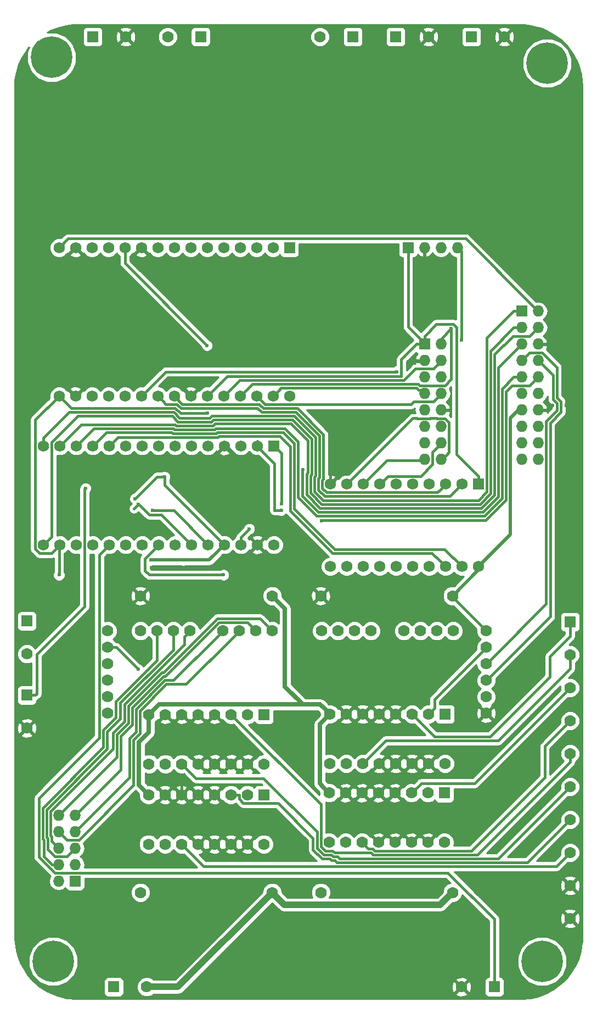
<source format=gbl>
G04 #@! TF.FileFunction,Copper,L2,Bot,Signal*
%FSLAX46Y46*%
G04 Gerber Fmt 4.6, Leading zero omitted, Abs format (unit mm)*
G04 Created by KiCad (PCBNEW 4.0.4-stable) date Thursday, September 01, 2016 'PMt' 05:44:21 PM*
%MOMM*%
%LPD*%
G01*
G04 APERTURE LIST*
%ADD10C,0.100000*%
%ADD11R,1.727200X1.727200*%
%ADD12C,1.727200*%
%ADD13R,1.778000X1.778000*%
%ADD14C,1.778000*%
%ADD15C,6.400000*%
%ADD16O,1.727200X1.727200*%
%ADD17C,0.600000*%
%ADD18C,0.400000*%
%ADD19C,1.000000*%
%ADD20C,0.500000*%
%ADD21C,0.700000*%
%ADD22C,0.254000*%
G04 APERTURE END LIST*
D10*
D11*
X101727000Y-104394000D03*
D12*
X99187000Y-104394000D03*
X96647000Y-104394000D03*
X94107000Y-104394000D03*
X91567000Y-104394000D03*
X89027000Y-104394000D03*
X86487000Y-104394000D03*
X83947000Y-104394000D03*
X81407000Y-104394000D03*
X78867000Y-104394000D03*
X76327000Y-104394000D03*
X73787000Y-104394000D03*
X71247000Y-104394000D03*
X68707000Y-104394000D03*
X66167000Y-104394000D03*
X66167000Y-127254000D03*
X68707000Y-127254000D03*
X71247000Y-127254000D03*
X73787000Y-127254000D03*
X76327000Y-127254000D03*
X78867000Y-127254000D03*
X81407000Y-127254000D03*
X83947000Y-127254000D03*
X86487000Y-127254000D03*
X89027000Y-127254000D03*
X91567000Y-127254000D03*
X94107000Y-127254000D03*
X96647000Y-127254000D03*
X99187000Y-127254000D03*
X101727000Y-127254000D03*
D13*
X145034000Y-162052000D03*
D14*
X145034000Y-167132000D03*
X145034000Y-172212000D03*
X145034000Y-177292000D03*
X145034000Y-182372000D03*
X145034000Y-187452000D03*
X145034000Y-192532000D03*
X145034000Y-197612000D03*
X145034000Y-202692000D03*
X145034000Y-207772000D03*
D15*
X140716000Y-214376000D03*
X65278000Y-214376000D03*
X141478000Y-75946000D03*
D13*
X61214000Y-173355000D03*
D14*
X61214000Y-178435000D03*
X126873000Y-203765212D03*
X106553000Y-203765212D03*
X106553000Y-158045212D03*
X126873000Y-158045212D03*
X99060000Y-203765212D03*
X78740000Y-203765212D03*
X78740000Y-158045212D03*
X99060000Y-158045212D03*
D13*
X125730000Y-176276000D03*
D14*
X123190000Y-176276000D03*
X120650000Y-176276000D03*
X118110000Y-176276000D03*
X115570000Y-176276000D03*
X113030000Y-176276000D03*
X110490000Y-176276000D03*
X107950000Y-176276000D03*
X107950000Y-183896000D03*
X110490000Y-183896000D03*
X113030000Y-183896000D03*
X115570000Y-183896000D03*
X118110000Y-183896000D03*
X120650000Y-183896000D03*
X123190000Y-183896000D03*
X125730000Y-183896000D03*
D13*
X74625200Y-218313000D03*
D14*
X79705200Y-218313000D03*
D13*
X118110000Y-71882000D03*
D14*
X123190000Y-71882000D03*
D13*
X88011000Y-71882000D03*
D14*
X82931000Y-71882000D03*
D13*
X111506000Y-71882000D03*
D14*
X106426000Y-71882000D03*
D13*
X71374000Y-71882000D03*
D14*
X76454000Y-71882000D03*
D13*
X129794000Y-71882000D03*
D14*
X134874000Y-71882000D03*
D13*
X125628400Y-188417200D03*
D14*
X123088400Y-188417200D03*
X120548400Y-188417200D03*
X118008400Y-188417200D03*
X115468400Y-188417200D03*
X112928400Y-188417200D03*
X110388400Y-188417200D03*
X107848400Y-188417200D03*
X107848400Y-196037200D03*
X110388400Y-196037200D03*
X112928400Y-196037200D03*
X115468400Y-196037200D03*
X118008400Y-196037200D03*
X120548400Y-196037200D03*
X123088400Y-196037200D03*
X125628400Y-196037200D03*
D13*
X97815400Y-176326800D03*
D14*
X95275400Y-176326800D03*
X92735400Y-176326800D03*
X90195400Y-176326800D03*
X87655400Y-176326800D03*
X85115400Y-176326800D03*
X82575400Y-176326800D03*
X80035400Y-176326800D03*
X80035400Y-183946800D03*
X82575400Y-183946800D03*
X85115400Y-183946800D03*
X87655400Y-183946800D03*
X90195400Y-183946800D03*
X92735400Y-183946800D03*
X95275400Y-183946800D03*
X97815400Y-183946800D03*
D13*
X97764600Y-188696600D03*
D14*
X95224600Y-188696600D03*
X92684600Y-188696600D03*
X90144600Y-188696600D03*
X87604600Y-188696600D03*
X85064600Y-188696600D03*
X82524600Y-188696600D03*
X79984600Y-188696600D03*
X79984600Y-196316600D03*
X82524600Y-196316600D03*
X85064600Y-196316600D03*
X87604600Y-196316600D03*
X90144600Y-196316600D03*
X92684600Y-196316600D03*
X95224600Y-196316600D03*
X97764600Y-196316600D03*
D13*
X133350000Y-218313000D03*
D14*
X128270000Y-218313000D03*
D11*
X68643500Y-201993500D03*
D16*
X66103500Y-201993500D03*
X68643500Y-199453500D03*
X66103500Y-199453500D03*
X68643500Y-196913500D03*
X66103500Y-196913500D03*
X68643500Y-194373500D03*
X66103500Y-194373500D03*
X68643500Y-191833500D03*
X66103500Y-191833500D03*
D11*
X120015000Y-104394000D03*
D16*
X122555000Y-104394000D03*
X125095000Y-104394000D03*
X127635000Y-104394000D03*
D11*
X130873500Y-140843000D03*
D12*
X128333500Y-140843000D03*
X125793500Y-140843000D03*
X123253500Y-140843000D03*
X120713500Y-140843000D03*
X118173500Y-140843000D03*
X115633500Y-140843000D03*
X113093500Y-140843000D03*
X110553500Y-140843000D03*
X108013500Y-140843000D03*
X108013500Y-153543000D03*
X110553500Y-153543000D03*
X113093500Y-153543000D03*
X115633500Y-153543000D03*
X118173500Y-153543000D03*
X120713500Y-153543000D03*
X123253500Y-153543000D03*
X125793500Y-153543000D03*
X128333500Y-153543000D03*
X130873500Y-153543000D03*
D11*
X137541000Y-114173000D03*
D16*
X140081000Y-114173000D03*
X137541000Y-116713000D03*
X140081000Y-116713000D03*
X137541000Y-119253000D03*
X140081000Y-119253000D03*
X137541000Y-121793000D03*
X140081000Y-121793000D03*
X137541000Y-124333000D03*
X140081000Y-124333000D03*
X137541000Y-126873000D03*
X140081000Y-126873000D03*
X137541000Y-129413000D03*
X140081000Y-129413000D03*
X137541000Y-131953000D03*
X140081000Y-131953000D03*
X137541000Y-134493000D03*
X140081000Y-134493000D03*
X137541000Y-137033000D03*
X140081000Y-137033000D03*
D11*
X122555000Y-119253000D03*
D16*
X125095000Y-119253000D03*
X122555000Y-121793000D03*
X125095000Y-121793000D03*
X122555000Y-124333000D03*
X125095000Y-124333000D03*
X122555000Y-126873000D03*
X125095000Y-126873000D03*
X122555000Y-129413000D03*
X125095000Y-129413000D03*
X122555000Y-131953000D03*
X125095000Y-131953000D03*
X122555000Y-134493000D03*
X125095000Y-134493000D03*
X122555000Y-137033000D03*
X125095000Y-137033000D03*
D13*
X61214000Y-161925000D03*
D14*
X61214000Y-167005000D03*
D15*
X65024000Y-75057000D03*
D12*
X78994000Y-150177500D03*
D11*
X99314000Y-134937500D03*
D12*
X96774000Y-134937500D03*
X94234000Y-134937500D03*
X91694000Y-134937500D03*
X89154000Y-134937500D03*
X86614000Y-134937500D03*
X84074000Y-134937500D03*
X81534000Y-134937500D03*
X78994000Y-134937500D03*
X76454000Y-134937500D03*
X73914000Y-134937500D03*
X71374000Y-134937500D03*
X68834000Y-134937500D03*
X66294000Y-134937500D03*
X63754000Y-134937500D03*
X99314000Y-150177500D03*
X96774000Y-150177500D03*
X94234000Y-150177500D03*
X91694000Y-150177500D03*
X89154000Y-150177500D03*
X86614000Y-150177500D03*
X84074000Y-150177500D03*
X81534000Y-150177500D03*
X76454000Y-150177500D03*
X73914000Y-150177500D03*
X71374000Y-150177500D03*
X68834000Y-150177500D03*
X66294000Y-150177500D03*
X63754000Y-150177500D03*
D14*
X132080000Y-176149000D03*
X132080000Y-173609000D03*
X132080000Y-171069000D03*
X132080000Y-168529000D03*
X132080000Y-165989000D03*
X132080000Y-163449000D03*
X127000000Y-163449000D03*
X124460000Y-163449000D03*
X121920000Y-163449000D03*
X119380000Y-163449000D03*
X114300000Y-163449000D03*
X111760000Y-163449000D03*
X109220000Y-163449000D03*
X106680000Y-163449000D03*
X99060000Y-163449000D03*
X96520000Y-163449000D03*
X93980000Y-163449000D03*
X91440000Y-163449000D03*
X86360000Y-163449000D03*
X83820000Y-163449000D03*
X81280000Y-163449000D03*
X78740000Y-163449000D03*
X73660000Y-163449000D03*
X73660000Y-165989000D03*
X73660000Y-168529000D03*
X73660000Y-171069000D03*
X73660000Y-173609000D03*
X73660000Y-176149000D03*
D17*
X89090500Y-129921000D03*
X66167000Y-154813000D03*
X89001600Y-119456200D03*
X68770500Y-180848000D03*
X74549000Y-192151000D03*
X84201000Y-121793000D03*
X84201000Y-124841000D03*
X97853500Y-140779500D03*
X117157500Y-121793000D03*
X118427500Y-130111500D03*
X107823000Y-121920000D03*
X107886500Y-130238500D03*
X70167500Y-176212500D03*
X144399000Y-128714500D03*
X142303500Y-128714500D03*
X118364000Y-120142000D03*
X120586500Y-121920000D03*
X118237000Y-108331000D03*
X121729500Y-108394500D03*
X120015000Y-178816000D03*
X120015000Y-181737000D03*
X127825500Y-181991000D03*
X126873000Y-193548000D03*
X77152500Y-146685000D03*
X100965000Y-193167000D03*
X100838000Y-180340000D03*
X97155000Y-178752500D03*
X93281500Y-178816000D03*
X87655400Y-183946800D03*
X85090000Y-185928000D03*
X88795374Y-137750881D03*
X82486504Y-139700000D03*
X78359000Y-169354500D03*
X77914500Y-143065500D03*
X85344000Y-152527000D03*
X80333998Y-152527000D03*
X91541600Y-154813000D03*
X126679978Y-116840471D03*
X128265147Y-118597453D03*
X78422500Y-143915510D03*
X100457000Y-144843500D03*
X100457000Y-143891000D03*
X106712880Y-146501345D03*
X80581500Y-144843500D03*
X70265427Y-141448927D03*
X95532928Y-147713444D03*
X103759000Y-138620500D03*
X118236992Y-123490356D03*
D18*
X122555000Y-119126000D02*
X120015000Y-116586000D01*
X120015000Y-116586000D02*
X120015000Y-104394000D01*
X122555000Y-119253000D02*
X122555000Y-119126000D01*
X122555000Y-119253000D02*
X122555000Y-117989400D01*
X122555000Y-117989400D02*
X124403931Y-116140469D01*
X124403931Y-116140469D02*
X127015980Y-116140469D01*
X130873500Y-139579400D02*
X130873500Y-140843000D01*
X127015980Y-116140469D02*
X127508000Y-116632489D01*
X127508000Y-116632489D02*
X127508000Y-136213900D01*
X127508000Y-136213900D02*
X130873500Y-139579400D01*
X89027000Y-127254000D02*
X92090634Y-124190366D01*
X92090634Y-124190366D02*
X118937002Y-124190366D01*
X118937002Y-124190366D02*
X118937002Y-121607398D01*
X118937002Y-121607398D02*
X121291400Y-119253000D01*
X121291400Y-119253000D02*
X122555000Y-119253000D01*
X68030612Y-129117612D02*
X84113529Y-129117612D01*
X84916917Y-129921000D02*
X89090500Y-129921000D01*
X66167000Y-127254000D02*
X68030612Y-129117612D01*
X84113529Y-129117612D02*
X84916917Y-129921000D01*
X66167000Y-127254000D02*
X62490399Y-130930601D01*
X62490399Y-130930601D02*
X62490399Y-150784029D01*
X63147471Y-151441101D02*
X65030399Y-151441101D01*
X62490399Y-150784029D02*
X63147471Y-151441101D01*
X65030399Y-151441101D02*
X65430401Y-151041099D01*
X65430401Y-151041099D02*
X66294000Y-150177500D01*
X66167000Y-154813000D02*
X66167000Y-150304500D01*
X66167000Y-150304500D02*
X66294000Y-150177500D01*
X76327000Y-104394000D02*
X76327000Y-106781600D01*
X76327000Y-106781600D02*
X89001600Y-119456200D01*
X84963000Y-110490000D02*
X78867000Y-104394000D01*
X122555000Y-104394000D02*
X122555000Y-107569000D01*
X122555000Y-107569000D02*
X121729500Y-108394500D01*
X68770500Y-180848000D02*
X70167500Y-179451000D01*
X70167500Y-179451000D02*
X70167500Y-176212500D01*
X82524600Y-188696600D02*
X79070200Y-192151000D01*
X79070200Y-192151000D02*
X78585922Y-192151000D01*
X78585922Y-192151000D02*
X74549000Y-192151000D01*
X116078000Y-110490000D02*
X92964000Y-110490000D01*
X92964000Y-110490000D02*
X84963000Y-110490000D01*
X89662000Y-121793000D02*
X92964000Y-118491000D01*
X92964000Y-118491000D02*
X92964000Y-110490000D01*
X84201000Y-121793000D02*
X89662000Y-121793000D01*
X86487000Y-127254000D02*
X86487000Y-127127000D01*
X86487000Y-127127000D02*
X84201000Y-124841000D01*
X97853500Y-140779500D02*
X92011500Y-134937500D01*
X92011500Y-134937500D02*
X91694000Y-134937500D01*
X117157500Y-121793000D02*
X117157500Y-121348500D01*
X117157500Y-121348500D02*
X118364000Y-120142000D01*
X108013500Y-140843000D02*
X118427500Y-130429000D01*
X118427500Y-130429000D02*
X118427500Y-130111500D01*
X107823000Y-121920000D02*
X109601000Y-120142000D01*
X109601000Y-120142000D02*
X118364000Y-120142000D01*
X108013500Y-140843000D02*
X108013500Y-130365500D01*
X108013500Y-130365500D02*
X107886500Y-130238500D01*
X64579500Y-179705000D02*
X62484000Y-179705000D01*
X62484000Y-179705000D02*
X61214000Y-178435000D01*
X65849500Y-178435000D02*
X64579500Y-179705000D01*
X70167500Y-176212500D02*
X67945000Y-178435000D01*
X67945000Y-178435000D02*
X65849500Y-178435000D01*
X144399000Y-121158000D02*
X142494000Y-119253000D01*
X142494000Y-119253000D02*
X140081000Y-119253000D01*
X144399000Y-128714500D02*
X144399000Y-121158000D01*
X140081000Y-129413000D02*
X141605000Y-129413000D01*
X141605000Y-129413000D02*
X142303500Y-128714500D01*
X118364000Y-120142000D02*
X118364000Y-108458000D01*
X118364000Y-108458000D02*
X118237000Y-108331000D01*
X122555000Y-121920000D02*
X120586500Y-121920000D01*
X118237000Y-108331000D02*
X116078000Y-110490000D01*
X120015000Y-178816000D02*
X120015000Y-178181000D01*
X120015000Y-178181000D02*
X118110000Y-176276000D01*
X118110000Y-183896000D02*
X118110000Y-183642000D01*
X118110000Y-183642000D02*
X120015000Y-181737000D01*
X127825500Y-181991000D02*
X125095000Y-181991000D01*
X125095000Y-181991000D02*
X123190000Y-183896000D01*
X126873000Y-193548000D02*
X125577600Y-193548000D01*
X125577600Y-193548000D02*
X123088400Y-196037200D01*
X72644000Y-141605000D02*
X76498119Y-137750881D01*
X76498119Y-137750881D02*
X88795374Y-137750881D01*
X72644000Y-142176500D02*
X72644000Y-141605000D01*
X77152500Y-146685000D02*
X72644000Y-142176500D01*
X100965000Y-193167000D02*
X98374200Y-193167000D01*
X98374200Y-193167000D02*
X95224600Y-196316600D01*
X97155000Y-178752500D02*
X98742500Y-180340000D01*
X98742500Y-180340000D02*
X100838000Y-180340000D01*
X90195400Y-176326800D02*
X92684600Y-178816000D01*
X92684600Y-178816000D02*
X93281500Y-178816000D01*
X85064600Y-185953400D02*
X85090000Y-185928000D01*
X85064600Y-188696600D02*
X85064600Y-185953400D01*
X140081000Y-129413000D02*
X139902328Y-129413000D01*
X63039866Y-195725625D02*
X63039866Y-198259996D01*
X133350000Y-207890490D02*
X133350000Y-217024000D01*
X63039866Y-198259996D02*
X65496971Y-200717101D01*
X65496971Y-200717101D02*
X126176611Y-200717101D01*
X126176611Y-200717101D02*
X133350000Y-207890490D01*
X133350000Y-217024000D02*
X133350000Y-218313000D01*
X63042800Y-190478441D02*
X63039866Y-190481375D01*
X63039866Y-190481375D02*
X63039866Y-195725625D01*
X73914000Y-150177500D02*
X72370999Y-151720501D01*
X72370999Y-151720501D02*
X72370999Y-179876401D01*
X63042800Y-189204600D02*
X63042800Y-190478441D01*
X72370999Y-179876401D02*
X63042800Y-189204600D01*
X63039866Y-195725625D02*
X63042800Y-195728559D01*
D19*
X79705200Y-218313000D02*
X84512212Y-218313000D01*
X84512212Y-218313000D02*
X99060000Y-203765212D01*
X99060000Y-203765212D02*
X100949001Y-205654213D01*
X100949001Y-205654213D02*
X124983999Y-205654213D01*
X124983999Y-205654213D02*
X125984001Y-204654211D01*
X125984001Y-204654211D02*
X126873000Y-203765212D01*
D18*
X82062240Y-139700000D02*
X82486504Y-139700000D01*
X77914500Y-143065500D02*
X81280000Y-139700000D01*
X82486504Y-140124264D02*
X82486504Y-139700000D01*
X82486504Y-140970004D02*
X82486504Y-140124264D01*
X91694000Y-150177500D02*
X82486504Y-140970004D01*
X81280000Y-139700000D02*
X82062240Y-139700000D01*
X73660000Y-165989000D02*
X74993500Y-165989000D01*
X74993500Y-165989000D02*
X78359000Y-169354500D01*
X124078999Y-175387001D02*
X124078999Y-173990001D01*
X123190000Y-176276000D02*
X124078999Y-175387001D01*
X124078999Y-173990001D02*
X131191001Y-166877999D01*
X131191001Y-166877999D02*
X132080000Y-165989000D01*
X66167000Y-104394000D02*
X67564000Y-102997000D01*
X67564000Y-102997000D02*
X128905000Y-102997000D01*
X128905000Y-102997000D02*
X139217401Y-113309401D01*
X139217401Y-113309401D02*
X140081000Y-114173000D01*
X132080000Y-163449000D02*
X126873000Y-158242000D01*
X126873000Y-158242000D02*
X126873000Y-158045212D01*
D20*
X130873500Y-153543000D02*
X135826500Y-148590000D01*
X135826500Y-148590000D02*
X135826500Y-130619500D01*
X135826500Y-130619500D02*
X137033000Y-129413000D01*
X137033000Y-129413000D02*
X137541000Y-129413000D01*
X85344000Y-152527000D02*
X89344500Y-152527000D01*
X89344500Y-152527000D02*
X91694000Y-150177500D01*
X80333998Y-152527000D02*
X85344000Y-152527000D01*
X126873000Y-158045212D02*
X130873500Y-154044712D01*
X130873500Y-154044712D02*
X130873500Y-153543000D01*
D18*
X132968999Y-170180001D02*
X132080000Y-171069000D01*
X141944612Y-161204388D02*
X132968999Y-170180001D01*
X141944612Y-131382430D02*
X141944612Y-161204388D01*
X143603513Y-129723529D02*
X141944612Y-131382430D01*
X142967011Y-122814469D02*
X142967011Y-127493464D01*
X140681941Y-120529399D02*
X142967011Y-122814469D01*
X143603513Y-128129966D02*
X143603513Y-129723529D01*
X138804601Y-120529399D02*
X140681941Y-120529399D01*
X142967011Y-127493464D02*
X143603513Y-128129966D01*
X137541000Y-121793000D02*
X138804601Y-120529399D01*
X143003502Y-128378498D02*
X143003502Y-129474998D01*
X132968999Y-167640001D02*
X132080000Y-168529000D01*
X141344601Y-131133899D02*
X141344601Y-159264399D01*
X143003502Y-129474998D02*
X141344601Y-131133899D01*
X142367000Y-124079000D02*
X142367000Y-127741996D01*
X142367000Y-127741996D02*
X143003502Y-128378498D01*
X141344601Y-159264399D02*
X132968999Y-167640001D01*
X140081000Y-121793000D02*
X142367000Y-124079000D01*
X79400400Y-154152600D02*
X79400400Y-152311100D01*
X79400400Y-152311100D02*
X81534000Y-150177500D01*
X80060800Y-154813000D02*
X79400400Y-154152600D01*
X91541600Y-154813000D02*
X80060800Y-154813000D01*
D21*
X78496399Y-180583538D02*
X80035400Y-179044537D01*
X78496399Y-187208399D02*
X78496399Y-180583538D01*
X79984600Y-188696600D02*
X78496399Y-187208399D01*
X80035400Y-179044537D02*
X80035400Y-177584035D01*
X80035400Y-177584035D02*
X80035400Y-176326800D01*
X81574401Y-174787799D02*
X103784400Y-174787799D01*
X103784400Y-174787799D02*
X106461799Y-174787799D01*
X101041200Y-160026412D02*
X101041200Y-172044599D01*
X101041200Y-172044599D02*
X103784400Y-174787799D01*
X99060000Y-158045212D02*
X101041200Y-160026412D01*
X107950000Y-176276000D02*
X106410999Y-177815001D01*
X106410999Y-177815001D02*
X106410999Y-186979799D01*
X106410999Y-186979799D02*
X106959401Y-187528201D01*
X106959401Y-187528201D02*
X107848400Y-188417200D01*
X80035400Y-176326800D02*
X81574401Y-174787799D01*
X106461799Y-174787799D02*
X107061001Y-175387001D01*
X107061001Y-175387001D02*
X107950000Y-176276000D01*
D18*
X97170988Y-161559988D02*
X98171001Y-162560001D01*
X75073957Y-179420118D02*
X76846366Y-177647709D01*
X82292268Y-169840467D02*
X90572747Y-161559988D01*
X98171001Y-162560001D02*
X99060000Y-163449000D01*
X75073957Y-182863043D02*
X75073957Y-179420118D01*
X90572747Y-161559988D02*
X97170988Y-161559988D01*
X82006159Y-169840467D02*
X82292268Y-169840467D01*
X76846366Y-177647709D02*
X76846366Y-175000260D01*
X66103500Y-191833500D02*
X75073957Y-182863043D01*
X76846366Y-175000260D02*
X82006159Y-169840467D01*
X75673968Y-184803032D02*
X75673968Y-179668650D01*
X77446377Y-177896241D02*
X77446377Y-175248791D01*
X82254690Y-170440478D02*
X82540800Y-170440478D01*
X95230999Y-162159999D02*
X95631001Y-162560001D01*
X90821279Y-162159999D02*
X95230999Y-162159999D01*
X82540800Y-170440478D02*
X90821279Y-162159999D01*
X68643500Y-191833500D02*
X75673968Y-184803032D01*
X77446377Y-175248791D02*
X82254690Y-170440478D01*
X75673968Y-179668650D02*
X77446377Y-177896241D01*
X95631001Y-162560001D02*
X96520000Y-163449000D01*
X77646388Y-180228715D02*
X78646399Y-179228704D01*
X93091001Y-164337999D02*
X93980000Y-163449000D01*
X82751752Y-171640500D02*
X85788500Y-171640500D01*
X85788500Y-171640500D02*
X93091001Y-164337999D01*
X69250029Y-195637101D02*
X77646388Y-187240742D01*
X66103500Y-194373500D02*
X67367101Y-195637101D01*
X78646399Y-175745853D02*
X82751752Y-171640500D01*
X78646399Y-179228704D02*
X78646399Y-175745853D01*
X77646388Y-187240742D02*
X77646388Y-180228715D01*
X67367101Y-195637101D02*
X69250029Y-195637101D01*
X83848511Y-171040489D02*
X90551001Y-164337999D01*
X78046388Y-178978657D02*
X78046388Y-175497322D01*
X77020976Y-185996024D02*
X77020976Y-180004069D01*
X82503221Y-171040489D02*
X83848511Y-171040489D01*
X68643500Y-194373500D02*
X77020976Y-185996024D01*
X78046388Y-175497322D02*
X82503221Y-171040489D01*
X77020976Y-180004069D02*
X78046388Y-178978657D01*
X90551001Y-164337999D02*
X91440000Y-163449000D01*
X68643500Y-194373500D02*
X68643500Y-194056000D01*
X76246355Y-177399177D02*
X74473946Y-179171586D01*
X86360000Y-163449000D02*
X85471001Y-164337999D01*
X74473946Y-181592924D02*
X64839899Y-191226971D01*
X65046033Y-195856033D02*
X65239901Y-196049901D01*
X64839899Y-191226971D02*
X64839899Y-194980029D01*
X74473946Y-179171586D02*
X74473946Y-181592924D01*
X85471001Y-164337999D02*
X85471001Y-165527083D01*
X85471001Y-165527083D02*
X76246355Y-174751729D01*
X76246355Y-174751729D02*
X76246355Y-177399177D01*
X64839899Y-194980029D02*
X65046033Y-195186163D01*
X65046033Y-195186163D02*
X65046033Y-195856033D01*
X65239901Y-196049901D02*
X66103500Y-196913500D01*
X64239888Y-190978439D02*
X64239888Y-195228561D01*
X64446022Y-195434695D02*
X64446022Y-197126152D01*
X67779901Y-197777099D02*
X68643500Y-196913500D01*
X64239888Y-195228561D02*
X64446022Y-195434695D01*
X73571021Y-178994248D02*
X73571021Y-181647306D01*
X75646344Y-174503198D02*
X75646344Y-176918925D01*
X83820000Y-166329542D02*
X75646344Y-174503198D01*
X75646344Y-176918925D02*
X73571021Y-178994248D01*
X73571021Y-181647306D02*
X64239888Y-190978439D01*
X83820000Y-163449000D02*
X83820000Y-166329542D01*
X65496971Y-198177101D02*
X67379899Y-198177101D01*
X67379899Y-198177101D02*
X67779901Y-197777099D01*
X64446022Y-197126152D02*
X65496971Y-198177101D01*
X63639877Y-195477093D02*
X63846011Y-195683227D01*
X63639877Y-190729907D02*
X63639877Y-195477093D01*
X81280000Y-163449000D02*
X81280000Y-168021000D01*
X65081912Y-199453500D02*
X66103500Y-199453500D01*
X74949001Y-174351999D02*
X74949001Y-176767722D01*
X63846011Y-198217599D02*
X65081912Y-199453500D01*
X81280000Y-168021000D02*
X74949001Y-174351999D01*
X74949001Y-176767722D02*
X72971010Y-178745716D01*
X72971010Y-178745716D02*
X72971010Y-181398774D01*
X72971010Y-181398774D02*
X63639877Y-190729907D01*
X63846011Y-195683227D02*
X63846011Y-198217599D01*
X141884400Y-170561000D02*
X141884400Y-167379600D01*
X141884400Y-167379600D02*
X145034000Y-164230000D01*
X145034000Y-164230000D02*
X145034000Y-162941000D01*
X132689600Y-179755800D02*
X141884400Y-170561000D01*
X124129800Y-179755800D02*
X132689600Y-179755800D01*
X120650000Y-176276000D02*
X124129800Y-179755800D01*
X133956424Y-180355811D02*
X145034000Y-169278235D01*
X113030000Y-183896000D02*
X116570189Y-180355811D01*
X116570189Y-180355811D02*
X133956424Y-180355811D01*
X145034000Y-169278235D02*
X145034000Y-168021000D01*
X120548400Y-188417200D02*
X122047000Y-186918600D01*
X122047000Y-186918600D02*
X130327400Y-186918600D01*
X130327400Y-186918600D02*
X130683000Y-186563000D01*
X130683000Y-186563000D02*
X145034000Y-172212000D01*
X112928400Y-196037200D02*
X113877789Y-196986589D01*
X113877789Y-196986589D02*
X114510067Y-196986589D01*
X114510067Y-196986589D02*
X114849679Y-197326201D01*
X129825799Y-197326201D02*
X141097000Y-186055000D01*
X114849679Y-197326201D02*
X129825799Y-197326201D01*
X141097000Y-186055000D02*
X141097000Y-181229000D01*
X141097000Y-181229000D02*
X145034000Y-177292000D01*
X130737023Y-197926212D02*
X145034000Y-183629235D01*
X114601147Y-197926212D02*
X130737023Y-197926212D01*
X108669183Y-197586599D02*
X114261535Y-197586600D01*
X108408786Y-197326201D02*
X108669183Y-197586599D01*
X145034000Y-183629235D02*
X145034000Y-182372000D01*
X114261535Y-197586600D02*
X114601147Y-197926212D01*
X106559399Y-196655921D02*
X107229679Y-197326201D01*
X106559399Y-190150799D02*
X106559399Y-196655921D01*
X107229679Y-197326201D02*
X108408786Y-197326201D01*
X92735400Y-176326800D02*
X106559399Y-190150799D01*
X85115400Y-183946800D02*
X87325200Y-186156600D01*
X87325200Y-186156600D02*
X97722602Y-186156600D01*
X97722602Y-186156600D02*
X105959388Y-194393386D01*
X106981146Y-197926210D02*
X108160255Y-197926211D01*
X105959388Y-194393386D02*
X105959389Y-196904453D01*
X108420650Y-198186607D02*
X109119151Y-198186609D01*
X105959389Y-196904453D02*
X106981146Y-197926210D01*
X108160255Y-197926211D02*
X108420650Y-198186607D01*
X109119151Y-198186609D02*
X109458765Y-198526223D01*
X109458765Y-198526223D02*
X133959777Y-198526223D01*
X133959777Y-198526223D02*
X134112000Y-198374000D01*
X134112000Y-198374000D02*
X145034000Y-187452000D01*
X92684600Y-188696600D02*
X93935599Y-188696600D01*
X93935599Y-188696600D02*
X93935599Y-189315321D01*
X93935599Y-189315321D02*
X94605879Y-189985601D01*
X138439766Y-199126234D02*
X138557000Y-199009000D01*
X108172118Y-198786617D02*
X108743618Y-198786618D01*
X94605879Y-189985601D02*
X96386601Y-189985601D01*
X96386601Y-189985601D02*
X96393000Y-189992000D01*
X96393000Y-189992000D02*
X96549200Y-189992000D01*
X105359380Y-197152986D02*
X106732615Y-198526220D01*
X96549200Y-189992000D02*
X96555599Y-189985601D01*
X96555599Y-189985601D02*
X98973601Y-189985601D01*
X99948999Y-189992000D02*
X105359379Y-195402380D01*
X98973601Y-189985601D02*
X98980000Y-189992000D01*
X98980000Y-189992000D02*
X99948999Y-189992000D01*
X105359379Y-195402380D02*
X105359380Y-197152986D01*
X106732615Y-198526220D02*
X107911722Y-198526221D01*
X107911722Y-198526221D02*
X108172118Y-198786617D01*
X108743618Y-198786618D02*
X109083234Y-199126234D01*
X109083234Y-199126234D02*
X138439766Y-199126234D01*
X138557000Y-199009000D02*
X145034000Y-192532000D01*
X85064600Y-196316600D02*
X88474245Y-199726245D01*
X88474245Y-199726245D02*
X142919755Y-199726245D01*
X142919755Y-199726245D02*
X145034000Y-197612000D01*
X125095000Y-119253000D02*
X125095000Y-118425449D01*
X125095000Y-118425449D02*
X126679978Y-116840471D01*
X94107000Y-127254000D02*
X95970612Y-125390388D01*
X126679978Y-117264735D02*
X126679978Y-116840471D01*
X126679978Y-124630950D02*
X126679978Y-117264735D01*
X125701529Y-125609399D02*
X126679978Y-124630950D01*
X121834269Y-125609399D02*
X125701529Y-125609399D01*
X121615258Y-125390388D02*
X121834269Y-125609399D01*
X95970612Y-125390388D02*
X121615258Y-125390388D01*
X91567000Y-127254000D02*
X94030623Y-124790377D01*
X94030623Y-124790377D02*
X119410169Y-124790377D01*
X119410169Y-124790377D02*
X121137546Y-123063000D01*
X121137546Y-123063000D02*
X123952000Y-123063000D01*
X123952000Y-123063000D02*
X125095000Y-121920000D01*
X125095000Y-121920000D02*
X124916328Y-121920000D01*
X128265147Y-118597453D02*
X128265147Y-105024147D01*
X128265147Y-105024147D02*
X127635000Y-104394000D01*
X77730399Y-144607611D02*
X78122501Y-144215509D01*
X78122501Y-144215509D02*
X78422500Y-143915510D01*
X80050492Y-145543502D02*
X78722499Y-144215509D01*
X81980002Y-145543502D02*
X80050492Y-145543502D01*
X78722499Y-144215509D02*
X78422500Y-143915510D01*
X86614000Y-150177500D02*
X81980002Y-145543502D01*
X107158439Y-142706612D02*
X106149888Y-141698061D01*
X84962069Y-129117612D02*
X84362059Y-128517601D01*
X84362059Y-128517601D02*
X82670601Y-128517601D01*
X82670601Y-128517601D02*
X82270599Y-128117599D01*
X128333500Y-140843000D02*
X126469888Y-142706612D01*
X82270599Y-128117599D02*
X81407000Y-127254000D01*
X96813526Y-129117612D02*
X84962069Y-129117612D01*
X97419936Y-129724022D02*
X96813526Y-129117612D01*
X106149888Y-139987939D02*
X106371577Y-139766250D01*
X106149888Y-141698061D02*
X106149888Y-139987939D01*
X126469888Y-142706612D02*
X107158439Y-142706612D01*
X102707330Y-129724022D02*
X97419936Y-129724022D01*
X106371577Y-133388269D02*
X102707330Y-129724022D01*
X106371577Y-139766250D02*
X106371577Y-133388269D01*
X124529899Y-142106601D02*
X124929901Y-141706599D01*
X102955862Y-129124011D02*
X106971588Y-133139737D01*
X83947000Y-127254000D02*
X85210601Y-128517601D01*
X124929901Y-141706599D02*
X125793500Y-140843000D01*
X106971588Y-133139737D02*
X106971588Y-140014782D01*
X97062058Y-128517601D02*
X97668468Y-129124011D01*
X107406971Y-142106601D02*
X124529899Y-142106601D01*
X85210601Y-128517601D02*
X97062058Y-128517601D01*
X106971588Y-140014782D02*
X106749899Y-140236471D01*
X106749899Y-140236471D02*
X106749899Y-141449529D01*
X106749899Y-141449529D02*
X107406971Y-142106601D01*
X97668468Y-129124011D02*
X102955862Y-129124011D01*
X99377500Y-137668000D02*
X96774000Y-135064500D01*
X100457000Y-144843500D02*
X99377500Y-144843500D01*
X99377500Y-144843500D02*
X99377500Y-137668000D01*
X96774000Y-135064500D02*
X96774000Y-134239000D01*
X100457000Y-136080500D02*
X99314000Y-134937500D01*
X100457000Y-143891000D02*
X100457000Y-136080500D01*
X135137156Y-143269261D02*
X131999738Y-146406677D01*
X140081000Y-124333000D02*
X138804601Y-125609399D01*
X138804601Y-125609399D02*
X136074101Y-125609399D01*
X136074101Y-125609399D02*
X135137156Y-126546344D01*
X106807548Y-146406677D02*
X106712880Y-146501345D01*
X135137156Y-126546344D02*
X135137156Y-143269261D01*
X131999738Y-146406677D02*
X106807548Y-146406677D01*
X89154000Y-150177500D02*
X83883500Y-144907000D01*
X83883500Y-144907000D02*
X80645000Y-144907000D01*
X80645000Y-144907000D02*
X80581500Y-144843500D01*
X103058998Y-134318413D02*
X100989055Y-132248469D01*
X69697599Y-134073901D02*
X68834000Y-134937500D01*
X71523031Y-132248469D02*
X69697599Y-134073901D01*
X90344664Y-132248469D02*
X90172098Y-132421035D01*
X83850214Y-132248469D02*
X71523031Y-132248469D01*
X134537145Y-126115541D02*
X134537145Y-143020729D01*
X103058998Y-142849886D02*
X103058998Y-134318413D01*
X105915779Y-145706667D02*
X103058998Y-142849886D01*
X136319686Y-124333000D02*
X134537145Y-126115541D01*
X137541000Y-124333000D02*
X136319686Y-124333000D01*
X100989055Y-132248469D02*
X90344664Y-132248469D01*
X84022780Y-132421035D02*
X83850214Y-132248469D01*
X134537145Y-143020729D02*
X131851207Y-145706667D01*
X90172098Y-132421035D02*
X84022780Y-132421035D01*
X131851207Y-145706667D02*
X105915779Y-145706667D01*
X138804601Y-117989399D02*
X139217401Y-117576599D01*
X136194701Y-117989399D02*
X138804601Y-117989399D01*
X133337123Y-120846977D02*
X136194701Y-117989399D01*
X106412834Y-144506636D02*
X131354152Y-144506636D01*
X104349855Y-142443657D02*
X106412834Y-144506636D01*
X139217401Y-117576599D02*
X140081000Y-116713000D01*
X104571544Y-134133869D02*
X104571544Y-139020654D01*
X104571544Y-139020654D02*
X104349855Y-139242343D01*
X84067942Y-131617654D02*
X84271313Y-131821024D01*
X84271313Y-131821024D02*
X89923566Y-131821024D01*
X66294000Y-134937500D02*
X69613846Y-131617654D01*
X90220535Y-131524055D02*
X101961730Y-131524055D01*
X101961730Y-131524055D02*
X104571544Y-134133869D01*
X104349855Y-139242343D02*
X104349855Y-142443657D01*
X89923566Y-131821024D02*
X90220535Y-131524055D01*
X133337123Y-142523665D02*
X133337123Y-120846977D01*
X131354152Y-144506636D02*
X133337123Y-142523665D01*
X69613846Y-131617654D02*
X84067942Y-131617654D01*
X62738000Y-167068500D02*
X70110399Y-159696101D01*
X70110399Y-141603955D02*
X70265427Y-141448927D01*
X70110399Y-159696101D02*
X70110399Y-141603955D01*
X62738000Y-173120000D02*
X62738000Y-167068500D01*
X62503000Y-173355000D02*
X61214000Y-173355000D01*
X62738000Y-173120000D02*
X62503000Y-173355000D01*
X105771566Y-133636801D02*
X105771566Y-139517718D01*
X106909898Y-143306614D02*
X130857088Y-143306614D01*
X89426502Y-130621002D02*
X89723471Y-130324033D01*
X83864999Y-129717624D02*
X84768377Y-130621002D01*
X67752562Y-129717624D02*
X83864999Y-129717624D01*
X132137101Y-118313299D02*
X136277400Y-114173000D01*
X130857088Y-143306614D02*
X132137101Y-142026601D01*
X84768377Y-130621002D02*
X89426502Y-130621002D01*
X132137101Y-142026601D02*
X132137101Y-118313299D01*
X63754000Y-134937500D02*
X63754000Y-133716186D01*
X63754000Y-133716186D02*
X67752562Y-129717624D01*
X102458794Y-130324033D02*
X105771566Y-133636801D01*
X105771566Y-139517718D02*
X105549877Y-139739407D01*
X105549877Y-141946593D02*
X106909898Y-143306614D01*
X89723471Y-130324033D02*
X102458794Y-130324033D01*
X136277400Y-114173000D02*
X137541000Y-114173000D01*
X105549877Y-139739407D02*
X105549877Y-141946593D01*
X105171555Y-133885337D02*
X105171555Y-139269186D01*
X89675034Y-131221013D02*
X89972003Y-130924044D01*
X104949866Y-142195125D02*
X106661366Y-143906625D01*
X65017601Y-134343769D02*
X69043735Y-130317635D01*
X106661366Y-143906625D02*
X131105620Y-143906625D01*
X89972003Y-130924044D02*
X102210262Y-130924044D01*
X104949866Y-139490875D02*
X104949866Y-142195125D01*
X84519845Y-131221013D02*
X89675034Y-131221013D01*
X83616467Y-130317635D02*
X84519845Y-131221013D01*
X65017601Y-148913899D02*
X65017601Y-134343769D01*
X69043735Y-130317635D02*
X83616467Y-130317635D01*
X63754000Y-150177500D02*
X65017601Y-148913899D01*
X136319686Y-116713000D02*
X137541000Y-116713000D01*
X102210262Y-130924044D02*
X105171555Y-133885337D01*
X132737112Y-120295574D02*
X136319686Y-116713000D01*
X132737112Y-142275133D02*
X132737112Y-120295574D01*
X131105620Y-143906625D02*
X132737112Y-142275133D01*
X105171555Y-139269186D02*
X104949866Y-139490875D01*
X94234000Y-150177500D02*
X94234000Y-149012372D01*
X94234000Y-149012372D02*
X95532928Y-147713444D01*
X103749844Y-138993811D02*
X103749844Y-138629656D01*
X103749844Y-138629656D02*
X103759000Y-138620500D01*
X137541000Y-119253000D02*
X133937134Y-122856866D01*
X106164311Y-145106656D02*
X103749844Y-142692189D01*
X133937134Y-142772197D02*
X131602675Y-145106656D01*
X131602675Y-145106656D02*
X106164311Y-145106656D01*
X133937134Y-122856866D02*
X133937134Y-142772197D01*
X103749844Y-142692189D02*
X103749844Y-138993811D01*
X128333500Y-153543000D02*
X125666500Y-150876000D01*
X90593196Y-132848480D02*
X90420630Y-133021046D01*
X83601682Y-132848480D02*
X73463020Y-132848480D01*
X73463020Y-132848480D02*
X72237599Y-134073901D01*
X90420630Y-133021046D02*
X83774248Y-133021046D01*
X100740523Y-132848480D02*
X90593196Y-132848480D01*
X102458987Y-134566945D02*
X100740523Y-132848480D01*
X125666500Y-150876000D02*
X108712000Y-150876000D01*
X108712000Y-150876000D02*
X102458987Y-144622987D01*
X83774248Y-133021046D02*
X83601682Y-132848480D01*
X72237599Y-134073901D02*
X71374000Y-134937500D01*
X102458987Y-144622987D02*
X102458987Y-134566945D01*
X108399968Y-151476011D02*
X123726511Y-151476011D01*
X101858976Y-135035274D02*
X101858976Y-144935019D01*
X100272193Y-133448491D02*
X101858976Y-135035274D01*
X90841728Y-133448491D02*
X100272193Y-133448491D01*
X124929901Y-152679401D02*
X125793500Y-153543000D01*
X73914000Y-134937500D02*
X75230443Y-133621057D01*
X101858976Y-144935019D02*
X108399968Y-151476011D01*
X75230443Y-133621057D02*
X90669162Y-133621057D01*
X90669162Y-133621057D02*
X90841728Y-133448491D01*
X123726511Y-151476011D02*
X124929901Y-152679401D01*
X96647000Y-127254000D02*
X97917000Y-128524000D01*
X124231401Y-127863599D02*
X125095000Y-127000000D01*
X97917000Y-128524000D02*
X120510202Y-128524000D01*
X120510202Y-128524000D02*
X120891202Y-128143000D01*
X120891202Y-128143000D02*
X123952000Y-128143000D01*
X123952000Y-128143000D02*
X124231401Y-127863599D01*
X115633500Y-140843000D02*
X116897101Y-139579399D01*
X116897101Y-139579399D02*
X122005731Y-139579399D01*
X122005731Y-139579399D02*
X123818601Y-137766529D01*
X123818601Y-137766529D02*
X123818601Y-135896399D01*
X123818601Y-135896399D02*
X124231401Y-135483599D01*
X124231401Y-135483599D02*
X125095000Y-134620000D01*
X121699939Y-126323612D02*
X121366726Y-125990399D01*
X100450601Y-125990399D02*
X100050599Y-126390401D01*
X122555000Y-127000000D02*
X121878612Y-126323612D01*
X100050599Y-126390401D02*
X99187000Y-127254000D01*
X121878612Y-126323612D02*
X121699939Y-126323612D01*
X121366726Y-125990399D02*
X100450601Y-125990399D01*
X78867000Y-127254000D02*
X82630644Y-123490356D01*
X82630644Y-123490356D02*
X118236992Y-123490356D01*
X113093500Y-140843000D02*
X116776500Y-137160000D01*
X116776500Y-137160000D02*
X122555000Y-137160000D01*
X110553500Y-140843000D02*
X120713500Y-130683000D01*
X121412000Y-130683000D02*
X121418399Y-130689399D01*
X121418399Y-130689399D02*
X123437601Y-130689399D01*
X120713500Y-130683000D02*
X121412000Y-130683000D01*
X123437601Y-130689399D02*
X123444000Y-130683000D01*
X123444000Y-130683000D02*
X124482072Y-130683000D01*
X124482072Y-130683000D02*
X124488471Y-130689399D01*
X124488471Y-130689399D02*
X125701529Y-130689399D01*
X125701529Y-130689399D02*
X126358601Y-131346471D01*
X126358601Y-131346471D02*
X126358601Y-135896399D01*
X125958599Y-136296401D02*
X125095000Y-137160000D01*
X126358601Y-135896399D02*
X125958599Y-136296401D01*
D22*
G36*
X138943681Y-70169360D02*
X140018228Y-70408148D01*
X140717456Y-70641224D01*
X141545939Y-70996288D01*
X142614802Y-71590101D01*
X143551632Y-72292724D01*
X144619562Y-73360654D01*
X145568235Y-74665078D01*
X146040624Y-75609856D01*
X146393990Y-76434376D01*
X146743304Y-77715197D01*
X146864000Y-79525634D01*
X146864000Y-211269237D01*
X146746660Y-211973277D01*
X146746922Y-211981670D01*
X146744136Y-211989590D01*
X146624659Y-212825929D01*
X146271890Y-214001825D01*
X145802469Y-215058023D01*
X145205525Y-216013135D01*
X144617404Y-216836504D01*
X143919725Y-217534183D01*
X143202795Y-218131625D01*
X142368045Y-218727875D01*
X141309426Y-219315997D01*
X140008833Y-219788940D01*
X138960237Y-220021961D01*
X137386728Y-220143000D01*
X68863527Y-220143000D01*
X67419877Y-220022696D01*
X65880415Y-219667436D01*
X64220599Y-218956085D01*
X63167508Y-218254025D01*
X62331768Y-217537676D01*
X61743849Y-216949757D01*
X61286203Y-216377700D01*
X60680502Y-215408578D01*
X60524448Y-215135482D01*
X61442336Y-215135482D01*
X62024950Y-216545515D01*
X63102811Y-217625259D01*
X64511825Y-218210333D01*
X66037482Y-218211664D01*
X67447515Y-217629050D01*
X67652923Y-217424000D01*
X73088760Y-217424000D01*
X73088760Y-219202000D01*
X73133038Y-219437317D01*
X73272110Y-219653441D01*
X73484310Y-219798431D01*
X73736200Y-219849440D01*
X75514200Y-219849440D01*
X75749517Y-219805162D01*
X75965641Y-219666090D01*
X76110631Y-219453890D01*
X76161640Y-219202000D01*
X76161640Y-217424000D01*
X76117362Y-217188683D01*
X75978290Y-216972559D01*
X75766090Y-216827569D01*
X75514200Y-216776560D01*
X73736200Y-216776560D01*
X73500883Y-216820838D01*
X73284759Y-216959910D01*
X73139769Y-217172110D01*
X73088760Y-217424000D01*
X67652923Y-217424000D01*
X68527259Y-216551189D01*
X69112333Y-215142175D01*
X69113664Y-213616518D01*
X68531050Y-212206485D01*
X67453189Y-211126741D01*
X66044175Y-210541667D01*
X64518518Y-210540336D01*
X63108485Y-211122950D01*
X62028741Y-212200811D01*
X61443667Y-213609825D01*
X61442336Y-215135482D01*
X60524448Y-215135482D01*
X60207760Y-214581279D01*
X59860992Y-213656562D01*
X59626492Y-212718564D01*
X59384000Y-210899874D01*
X59384000Y-204067024D01*
X77215736Y-204067024D01*
X77447262Y-204627361D01*
X77875596Y-205056443D01*
X78435528Y-205288947D01*
X79041812Y-205289476D01*
X79602149Y-205057950D01*
X80031231Y-204629616D01*
X80263735Y-204069684D01*
X80264264Y-203463400D01*
X80032738Y-202903063D01*
X79604404Y-202473981D01*
X79044472Y-202241477D01*
X78438188Y-202240948D01*
X77877851Y-202472474D01*
X77448769Y-202900808D01*
X77216265Y-203460740D01*
X77215736Y-204067024D01*
X59384000Y-204067024D01*
X59384000Y-179507196D01*
X60321409Y-179507196D01*
X60406467Y-179762539D01*
X60975965Y-179970516D01*
X61581700Y-179944723D01*
X62021533Y-179762539D01*
X62106591Y-179507196D01*
X61214000Y-178614605D01*
X60321409Y-179507196D01*
X59384000Y-179507196D01*
X59384000Y-178196965D01*
X59678484Y-178196965D01*
X59704277Y-178802700D01*
X59886461Y-179242533D01*
X60141804Y-179327591D01*
X61034395Y-178435000D01*
X61393605Y-178435000D01*
X62286196Y-179327591D01*
X62541539Y-179242533D01*
X62749516Y-178673035D01*
X62723723Y-178067300D01*
X62541539Y-177627467D01*
X62286196Y-177542409D01*
X61393605Y-178435000D01*
X61034395Y-178435000D01*
X60141804Y-177542409D01*
X59886461Y-177627467D01*
X59678484Y-178196965D01*
X59384000Y-178196965D01*
X59384000Y-177362804D01*
X60321409Y-177362804D01*
X61214000Y-178255395D01*
X62106591Y-177362804D01*
X62021533Y-177107461D01*
X61452035Y-176899484D01*
X60846300Y-176925277D01*
X60406467Y-177107461D01*
X60321409Y-177362804D01*
X59384000Y-177362804D01*
X59384000Y-172466000D01*
X59677560Y-172466000D01*
X59677560Y-174244000D01*
X59721838Y-174479317D01*
X59860910Y-174695441D01*
X60073110Y-174840431D01*
X60325000Y-174891440D01*
X62103000Y-174891440D01*
X62338317Y-174847162D01*
X62554441Y-174708090D01*
X62699431Y-174495890D01*
X62750440Y-174244000D01*
X62750440Y-174140781D01*
X62822541Y-174126439D01*
X63093434Y-173945434D01*
X63328434Y-173710434D01*
X63457683Y-173516999D01*
X63509439Y-173439541D01*
X63573000Y-173120000D01*
X63573000Y-167414368D01*
X70700833Y-160286535D01*
X70881839Y-160015641D01*
X70945399Y-159696101D01*
X70945399Y-151622189D01*
X71074602Y-151675839D01*
X71544801Y-151676249D01*
X71535999Y-151720501D01*
X71535999Y-179530533D01*
X62452366Y-188614166D01*
X62271361Y-188885059D01*
X62207800Y-189204600D01*
X62207800Y-190466625D01*
X62204866Y-190481375D01*
X62204866Y-198259996D01*
X62268427Y-198579537D01*
X62406794Y-198786618D01*
X62449432Y-198850430D01*
X64821553Y-201222551D01*
X64689615Y-201420011D01*
X64575541Y-201993500D01*
X64689615Y-202566989D01*
X65014471Y-203053170D01*
X65500652Y-203378026D01*
X66074141Y-203492100D01*
X66132859Y-203492100D01*
X66706348Y-203378026D01*
X67171942Y-203066926D01*
X67176738Y-203092417D01*
X67315810Y-203308541D01*
X67528010Y-203453531D01*
X67779900Y-203504540D01*
X69507100Y-203504540D01*
X69742417Y-203460262D01*
X69958541Y-203321190D01*
X70103531Y-203108990D01*
X70154540Y-202857100D01*
X70154540Y-201552101D01*
X125830743Y-201552101D01*
X126534676Y-202256034D01*
X126010851Y-202472474D01*
X125581769Y-202900808D01*
X125349265Y-203460740D01*
X125349070Y-203684010D01*
X124513867Y-204519213D01*
X107890074Y-204519213D01*
X108076735Y-204069684D01*
X108077264Y-203463400D01*
X107845738Y-202903063D01*
X107417404Y-202473981D01*
X106857472Y-202241477D01*
X106251188Y-202240948D01*
X105690851Y-202472474D01*
X105261769Y-202900808D01*
X105029265Y-203460740D01*
X105028736Y-204067024D01*
X105215576Y-204519213D01*
X101419133Y-204519213D01*
X100584071Y-203684151D01*
X100584264Y-203463400D01*
X100352738Y-202903063D01*
X99924404Y-202473981D01*
X99364472Y-202241477D01*
X98758188Y-202240948D01*
X98197851Y-202472474D01*
X97768769Y-202900808D01*
X97536265Y-203460740D01*
X97536070Y-203684010D01*
X84042080Y-217178000D01*
X80725563Y-217178000D01*
X80569604Y-217021769D01*
X80009672Y-216789265D01*
X79403388Y-216788736D01*
X78843051Y-217020262D01*
X78413969Y-217448596D01*
X78181465Y-218008528D01*
X78180936Y-218614812D01*
X78412462Y-219175149D01*
X78840796Y-219604231D01*
X79400728Y-219836735D01*
X80007012Y-219837264D01*
X80567349Y-219605738D01*
X80725362Y-219448000D01*
X84512212Y-219448000D01*
X84827948Y-219385196D01*
X127377409Y-219385196D01*
X127462467Y-219640539D01*
X128031965Y-219848516D01*
X128637700Y-219822723D01*
X129077533Y-219640539D01*
X129162591Y-219385196D01*
X128270000Y-218492605D01*
X127377409Y-219385196D01*
X84827948Y-219385196D01*
X84946558Y-219361603D01*
X85314778Y-219115566D01*
X86355379Y-218074965D01*
X126734484Y-218074965D01*
X126760277Y-218680700D01*
X126942461Y-219120533D01*
X127197804Y-219205591D01*
X128090395Y-218313000D01*
X128449605Y-218313000D01*
X129342196Y-219205591D01*
X129597539Y-219120533D01*
X129805516Y-218551035D01*
X129779723Y-217945300D01*
X129597539Y-217505467D01*
X129342196Y-217420409D01*
X128449605Y-218313000D01*
X128090395Y-218313000D01*
X127197804Y-217420409D01*
X126942461Y-217505467D01*
X126734484Y-218074965D01*
X86355379Y-218074965D01*
X87189540Y-217240804D01*
X127377409Y-217240804D01*
X128270000Y-218133395D01*
X129162591Y-217240804D01*
X129077533Y-216985461D01*
X128508035Y-216777484D01*
X127902300Y-216803277D01*
X127462467Y-216985461D01*
X127377409Y-217240804D01*
X87189540Y-217240804D01*
X99060000Y-205370344D01*
X100146435Y-206456779D01*
X100514655Y-206702816D01*
X100949001Y-206789213D01*
X124983999Y-206789213D01*
X125418345Y-206702816D01*
X125786565Y-206456779D01*
X126954061Y-205289283D01*
X127174812Y-205289476D01*
X127735149Y-205057950D01*
X128164231Y-204629616D01*
X128382532Y-204103890D01*
X132515000Y-208236358D01*
X132515000Y-216776560D01*
X132461000Y-216776560D01*
X132225683Y-216820838D01*
X132009559Y-216959910D01*
X131864569Y-217172110D01*
X131813560Y-217424000D01*
X131813560Y-219202000D01*
X131857838Y-219437317D01*
X131996910Y-219653441D01*
X132209110Y-219798431D01*
X132461000Y-219849440D01*
X134239000Y-219849440D01*
X134474317Y-219805162D01*
X134690441Y-219666090D01*
X134835431Y-219453890D01*
X134886440Y-219202000D01*
X134886440Y-217424000D01*
X134842162Y-217188683D01*
X134703090Y-216972559D01*
X134490890Y-216827569D01*
X134239000Y-216776560D01*
X134185000Y-216776560D01*
X134185000Y-215135482D01*
X136880336Y-215135482D01*
X137462950Y-216545515D01*
X138540811Y-217625259D01*
X139949825Y-218210333D01*
X141475482Y-218211664D01*
X142885515Y-217629050D01*
X143965259Y-216551189D01*
X144550333Y-215142175D01*
X144551664Y-213616518D01*
X143969050Y-212206485D01*
X142891189Y-211126741D01*
X141482175Y-210541667D01*
X139956518Y-210540336D01*
X138546485Y-211122950D01*
X137466741Y-212200811D01*
X136881667Y-213609825D01*
X136880336Y-215135482D01*
X134185000Y-215135482D01*
X134185000Y-208844196D01*
X144141409Y-208844196D01*
X144226467Y-209099539D01*
X144795965Y-209307516D01*
X145401700Y-209281723D01*
X145841533Y-209099539D01*
X145926591Y-208844196D01*
X145034000Y-207951605D01*
X144141409Y-208844196D01*
X134185000Y-208844196D01*
X134185000Y-207890490D01*
X134121439Y-207570949D01*
X134096728Y-207533965D01*
X143498484Y-207533965D01*
X143524277Y-208139700D01*
X143706461Y-208579533D01*
X143961804Y-208664591D01*
X144854395Y-207772000D01*
X145213605Y-207772000D01*
X146106196Y-208664591D01*
X146361539Y-208579533D01*
X146569516Y-208010035D01*
X146543723Y-207404300D01*
X146361539Y-206964467D01*
X146106196Y-206879409D01*
X145213605Y-207772000D01*
X144854395Y-207772000D01*
X143961804Y-206879409D01*
X143706461Y-206964467D01*
X143498484Y-207533965D01*
X134096728Y-207533965D01*
X133940434Y-207300056D01*
X133340182Y-206699804D01*
X144141409Y-206699804D01*
X145034000Y-207592395D01*
X145926591Y-206699804D01*
X145841533Y-206444461D01*
X145272035Y-206236484D01*
X144666300Y-206262277D01*
X144226467Y-206444461D01*
X144141409Y-206699804D01*
X133340182Y-206699804D01*
X130404574Y-203764196D01*
X144141409Y-203764196D01*
X144226467Y-204019539D01*
X144795965Y-204227516D01*
X145401700Y-204201723D01*
X145841533Y-204019539D01*
X145926591Y-203764196D01*
X145034000Y-202871605D01*
X144141409Y-203764196D01*
X130404574Y-203764196D01*
X129094343Y-202453965D01*
X143498484Y-202453965D01*
X143524277Y-203059700D01*
X143706461Y-203499533D01*
X143961804Y-203584591D01*
X144854395Y-202692000D01*
X145213605Y-202692000D01*
X146106196Y-203584591D01*
X146361539Y-203499533D01*
X146569516Y-202930035D01*
X146543723Y-202324300D01*
X146361539Y-201884467D01*
X146106196Y-201799409D01*
X145213605Y-202692000D01*
X144854395Y-202692000D01*
X143961804Y-201799409D01*
X143706461Y-201884467D01*
X143498484Y-202453965D01*
X129094343Y-202453965D01*
X128260182Y-201619804D01*
X144141409Y-201619804D01*
X145034000Y-202512395D01*
X145926591Y-201619804D01*
X145841533Y-201364461D01*
X145272035Y-201156484D01*
X144666300Y-201182277D01*
X144226467Y-201364461D01*
X144141409Y-201619804D01*
X128260182Y-201619804D01*
X127201623Y-200561245D01*
X142919755Y-200561245D01*
X143239296Y-200497684D01*
X143510189Y-200316679D01*
X144702398Y-199124470D01*
X144729528Y-199135735D01*
X145335812Y-199136264D01*
X145896149Y-198904738D01*
X146325231Y-198476404D01*
X146557735Y-197916472D01*
X146558264Y-197310188D01*
X146326738Y-196749851D01*
X145898404Y-196320769D01*
X145338472Y-196088265D01*
X144732188Y-196087736D01*
X144171851Y-196319262D01*
X143742769Y-196747596D01*
X143510265Y-197307528D01*
X143509736Y-197913812D01*
X143521894Y-197943238D01*
X142573887Y-198891245D01*
X139855623Y-198891245D01*
X144702398Y-194044470D01*
X144729528Y-194055735D01*
X145335812Y-194056264D01*
X145896149Y-193824738D01*
X146325231Y-193396404D01*
X146557735Y-192836472D01*
X146558264Y-192230188D01*
X146326738Y-191669851D01*
X145898404Y-191240769D01*
X145338472Y-191008265D01*
X144732188Y-191007736D01*
X144171851Y-191239262D01*
X143742769Y-191667596D01*
X143510265Y-192227528D01*
X143509736Y-192833812D01*
X143521894Y-192863238D01*
X138093898Y-198291234D01*
X135375634Y-198291234D01*
X144702398Y-188964470D01*
X144729528Y-188975735D01*
X145335812Y-188976264D01*
X145896149Y-188744738D01*
X146325231Y-188316404D01*
X146557735Y-187756472D01*
X146558264Y-187150188D01*
X146326738Y-186589851D01*
X145898404Y-186160769D01*
X145338472Y-185928265D01*
X144732188Y-185927736D01*
X144171851Y-186159262D01*
X143742769Y-186587596D01*
X143510265Y-187147528D01*
X143509736Y-187753812D01*
X143521894Y-187783238D01*
X133613909Y-197691223D01*
X132152880Y-197691223D01*
X145624434Y-184219669D01*
X145805440Y-183948775D01*
X145858875Y-183680139D01*
X145896149Y-183664738D01*
X146325231Y-183236404D01*
X146557735Y-182676472D01*
X146558264Y-182070188D01*
X146326738Y-181509851D01*
X145898404Y-181080769D01*
X145338472Y-180848265D01*
X144732188Y-180847736D01*
X144171851Y-181079262D01*
X143742769Y-181507596D01*
X143510265Y-182067528D01*
X143509736Y-182673812D01*
X143741262Y-183234149D01*
X143994519Y-183487848D01*
X141932000Y-185550367D01*
X141932000Y-181574868D01*
X144702398Y-178804470D01*
X144729528Y-178815735D01*
X145335812Y-178816264D01*
X145896149Y-178584738D01*
X146325231Y-178156404D01*
X146557735Y-177596472D01*
X146558264Y-176990188D01*
X146326738Y-176429851D01*
X145898404Y-176000769D01*
X145338472Y-175768265D01*
X144732188Y-175767736D01*
X144171851Y-175999262D01*
X143742769Y-176427596D01*
X143510265Y-176987528D01*
X143509736Y-177593812D01*
X143521894Y-177623238D01*
X140506566Y-180638566D01*
X140325561Y-180909459D01*
X140262000Y-181229000D01*
X140262000Y-185709132D01*
X129479931Y-196491201D01*
X127090045Y-196491201D01*
X127152135Y-196341672D01*
X127152664Y-195735388D01*
X126921138Y-195175051D01*
X126492804Y-194745969D01*
X125932872Y-194513465D01*
X125326588Y-194512936D01*
X124766251Y-194744462D01*
X124337169Y-195172796D01*
X124325995Y-195199706D01*
X124160596Y-195144609D01*
X123268005Y-196037200D01*
X123282148Y-196051343D01*
X123102543Y-196230948D01*
X123088400Y-196216805D01*
X123074258Y-196230948D01*
X122894653Y-196051343D01*
X122908795Y-196037200D01*
X122016204Y-195144609D01*
X121818400Y-195210500D01*
X121620596Y-195144609D01*
X120728005Y-196037200D01*
X120742148Y-196051343D01*
X120562543Y-196230948D01*
X120548400Y-196216805D01*
X120534258Y-196230948D01*
X120354653Y-196051343D01*
X120368795Y-196037200D01*
X119476204Y-195144609D01*
X119278400Y-195210500D01*
X119080596Y-195144609D01*
X118188005Y-196037200D01*
X118202148Y-196051343D01*
X118022543Y-196230948D01*
X118008400Y-196216805D01*
X117994258Y-196230948D01*
X117814653Y-196051343D01*
X117828795Y-196037200D01*
X116936204Y-195144609D01*
X116738400Y-195210500D01*
X116540596Y-195144609D01*
X115648005Y-196037200D01*
X115662148Y-196051343D01*
X115482543Y-196230948D01*
X115468400Y-196216805D01*
X115454258Y-196230948D01*
X115274653Y-196051343D01*
X115288795Y-196037200D01*
X114396204Y-195144609D01*
X114231262Y-195199553D01*
X114221138Y-195175051D01*
X114011458Y-194965004D01*
X114575809Y-194965004D01*
X115468400Y-195857595D01*
X116360991Y-194965004D01*
X117115809Y-194965004D01*
X118008400Y-195857595D01*
X118900991Y-194965004D01*
X119655809Y-194965004D01*
X120548400Y-195857595D01*
X121440991Y-194965004D01*
X122195809Y-194965004D01*
X123088400Y-195857595D01*
X123980991Y-194965004D01*
X123895933Y-194709661D01*
X123326435Y-194501684D01*
X122720700Y-194527477D01*
X122280867Y-194709661D01*
X122195809Y-194965004D01*
X121440991Y-194965004D01*
X121355933Y-194709661D01*
X120786435Y-194501684D01*
X120180700Y-194527477D01*
X119740867Y-194709661D01*
X119655809Y-194965004D01*
X118900991Y-194965004D01*
X118815933Y-194709661D01*
X118246435Y-194501684D01*
X117640700Y-194527477D01*
X117200867Y-194709661D01*
X117115809Y-194965004D01*
X116360991Y-194965004D01*
X116275933Y-194709661D01*
X115706435Y-194501684D01*
X115100700Y-194527477D01*
X114660867Y-194709661D01*
X114575809Y-194965004D01*
X114011458Y-194965004D01*
X113792804Y-194745969D01*
X113232872Y-194513465D01*
X112626588Y-194512936D01*
X112066251Y-194744462D01*
X111658064Y-195151937D01*
X111252804Y-194745969D01*
X110692872Y-194513465D01*
X110086588Y-194512936D01*
X109526251Y-194744462D01*
X109118064Y-195151937D01*
X108712804Y-194745969D01*
X108152872Y-194513465D01*
X107546588Y-194512936D01*
X107394399Y-194575819D01*
X107394399Y-190150799D01*
X107335433Y-189854361D01*
X107543928Y-189940935D01*
X108150212Y-189941464D01*
X108710549Y-189709938D01*
X108931476Y-189489396D01*
X109495809Y-189489396D01*
X109580867Y-189744739D01*
X110150365Y-189952716D01*
X110756100Y-189926923D01*
X111195933Y-189744739D01*
X111280991Y-189489396D01*
X112035809Y-189489396D01*
X112120867Y-189744739D01*
X112690365Y-189952716D01*
X113296100Y-189926923D01*
X113735933Y-189744739D01*
X113820991Y-189489396D01*
X114575809Y-189489396D01*
X114660867Y-189744739D01*
X115230365Y-189952716D01*
X115836100Y-189926923D01*
X116275933Y-189744739D01*
X116360991Y-189489396D01*
X117115809Y-189489396D01*
X117200867Y-189744739D01*
X117770365Y-189952716D01*
X118376100Y-189926923D01*
X118815933Y-189744739D01*
X118900991Y-189489396D01*
X118008400Y-188596805D01*
X117115809Y-189489396D01*
X116360991Y-189489396D01*
X115468400Y-188596805D01*
X114575809Y-189489396D01*
X113820991Y-189489396D01*
X112928400Y-188596805D01*
X112035809Y-189489396D01*
X111280991Y-189489396D01*
X110388400Y-188596805D01*
X109495809Y-189489396D01*
X108931476Y-189489396D01*
X109139631Y-189281604D01*
X109150805Y-189254694D01*
X109316204Y-189309791D01*
X110208795Y-188417200D01*
X110568005Y-188417200D01*
X111460596Y-189309791D01*
X111658400Y-189243900D01*
X111856204Y-189309791D01*
X112748795Y-188417200D01*
X113108005Y-188417200D01*
X114000596Y-189309791D01*
X114198400Y-189243900D01*
X114396204Y-189309791D01*
X115288795Y-188417200D01*
X115648005Y-188417200D01*
X116540596Y-189309791D01*
X116738400Y-189243900D01*
X116936204Y-189309791D01*
X117828795Y-188417200D01*
X116936204Y-187524609D01*
X116738400Y-187590500D01*
X116540596Y-187524609D01*
X115648005Y-188417200D01*
X115288795Y-188417200D01*
X114396204Y-187524609D01*
X114198400Y-187590500D01*
X114000596Y-187524609D01*
X113108005Y-188417200D01*
X112748795Y-188417200D01*
X111856204Y-187524609D01*
X111658400Y-187590500D01*
X111460596Y-187524609D01*
X110568005Y-188417200D01*
X110208795Y-188417200D01*
X109316204Y-187524609D01*
X109151262Y-187579553D01*
X109141138Y-187555051D01*
X108931458Y-187345004D01*
X109495809Y-187345004D01*
X110388400Y-188237595D01*
X111280991Y-187345004D01*
X112035809Y-187345004D01*
X112928400Y-188237595D01*
X113820991Y-187345004D01*
X114575809Y-187345004D01*
X115468400Y-188237595D01*
X116360991Y-187345004D01*
X117115809Y-187345004D01*
X118008400Y-188237595D01*
X118900991Y-187345004D01*
X118815933Y-187089661D01*
X118246435Y-186881684D01*
X117640700Y-186907477D01*
X117200867Y-187089661D01*
X117115809Y-187345004D01*
X116360991Y-187345004D01*
X116275933Y-187089661D01*
X115706435Y-186881684D01*
X115100700Y-186907477D01*
X114660867Y-187089661D01*
X114575809Y-187345004D01*
X113820991Y-187345004D01*
X113735933Y-187089661D01*
X113166435Y-186881684D01*
X112560700Y-186907477D01*
X112120867Y-187089661D01*
X112035809Y-187345004D01*
X111280991Y-187345004D01*
X111195933Y-187089661D01*
X110626435Y-186881684D01*
X110020700Y-186907477D01*
X109580867Y-187089661D01*
X109495809Y-187345004D01*
X108931458Y-187345004D01*
X108712804Y-187125969D01*
X108152872Y-186893465D01*
X107717285Y-186893085D01*
X107655904Y-186831704D01*
X107655902Y-186831701D01*
X107395999Y-186571798D01*
X107395999Y-185316122D01*
X107645528Y-185419735D01*
X108251812Y-185420264D01*
X108812149Y-185188738D01*
X109220336Y-184781263D01*
X109625596Y-185187231D01*
X110185528Y-185419735D01*
X110791812Y-185420264D01*
X111352149Y-185188738D01*
X111760336Y-184781263D01*
X112165596Y-185187231D01*
X112725528Y-185419735D01*
X113331812Y-185420264D01*
X113892149Y-185188738D01*
X114113076Y-184968196D01*
X114677409Y-184968196D01*
X114762467Y-185223539D01*
X115331965Y-185431516D01*
X115937700Y-185405723D01*
X116377533Y-185223539D01*
X116462591Y-184968196D01*
X117217409Y-184968196D01*
X117302467Y-185223539D01*
X117871965Y-185431516D01*
X118477700Y-185405723D01*
X118917533Y-185223539D01*
X119002591Y-184968196D01*
X119757409Y-184968196D01*
X119842467Y-185223539D01*
X120411965Y-185431516D01*
X121017700Y-185405723D01*
X121457533Y-185223539D01*
X121542591Y-184968196D01*
X122297409Y-184968196D01*
X122382467Y-185223539D01*
X122951965Y-185431516D01*
X123557700Y-185405723D01*
X123997533Y-185223539D01*
X124082591Y-184968196D01*
X123190000Y-184075605D01*
X122297409Y-184968196D01*
X121542591Y-184968196D01*
X120650000Y-184075605D01*
X119757409Y-184968196D01*
X119002591Y-184968196D01*
X118110000Y-184075605D01*
X117217409Y-184968196D01*
X116462591Y-184968196D01*
X115570000Y-184075605D01*
X114677409Y-184968196D01*
X114113076Y-184968196D01*
X114321231Y-184760404D01*
X114332405Y-184733494D01*
X114497804Y-184788591D01*
X115390395Y-183896000D01*
X115749605Y-183896000D01*
X116642196Y-184788591D01*
X116840000Y-184722700D01*
X117037804Y-184788591D01*
X117930395Y-183896000D01*
X118289605Y-183896000D01*
X119182196Y-184788591D01*
X119380000Y-184722700D01*
X119577804Y-184788591D01*
X120470395Y-183896000D01*
X120829605Y-183896000D01*
X121722196Y-184788591D01*
X121920000Y-184722700D01*
X122117804Y-184788591D01*
X123010395Y-183896000D01*
X123369605Y-183896000D01*
X124262196Y-184788591D01*
X124427138Y-184733647D01*
X124437262Y-184758149D01*
X124865596Y-185187231D01*
X125425528Y-185419735D01*
X126031812Y-185420264D01*
X126592149Y-185188738D01*
X127021231Y-184760404D01*
X127253735Y-184200472D01*
X127254264Y-183594188D01*
X127022738Y-183033851D01*
X126594404Y-182604769D01*
X126034472Y-182372265D01*
X125428188Y-182371736D01*
X124867851Y-182603262D01*
X124438769Y-183031596D01*
X124427595Y-183058506D01*
X124262196Y-183003409D01*
X123369605Y-183896000D01*
X123010395Y-183896000D01*
X122117804Y-183003409D01*
X121920000Y-183069300D01*
X121722196Y-183003409D01*
X120829605Y-183896000D01*
X120470395Y-183896000D01*
X119577804Y-183003409D01*
X119380000Y-183069300D01*
X119182196Y-183003409D01*
X118289605Y-183896000D01*
X117930395Y-183896000D01*
X117037804Y-183003409D01*
X116840000Y-183069300D01*
X116642196Y-183003409D01*
X115749605Y-183896000D01*
X115390395Y-183896000D01*
X115376253Y-183881858D01*
X115555858Y-183702253D01*
X115570000Y-183716395D01*
X116462591Y-182823804D01*
X117217409Y-182823804D01*
X118110000Y-183716395D01*
X119002591Y-182823804D01*
X119757409Y-182823804D01*
X120650000Y-183716395D01*
X121542591Y-182823804D01*
X122297409Y-182823804D01*
X123190000Y-183716395D01*
X124082591Y-182823804D01*
X123997533Y-182568461D01*
X123428035Y-182360484D01*
X122822300Y-182386277D01*
X122382467Y-182568461D01*
X122297409Y-182823804D01*
X121542591Y-182823804D01*
X121457533Y-182568461D01*
X120888035Y-182360484D01*
X120282300Y-182386277D01*
X119842467Y-182568461D01*
X119757409Y-182823804D01*
X119002591Y-182823804D01*
X118917533Y-182568461D01*
X118348035Y-182360484D01*
X117742300Y-182386277D01*
X117302467Y-182568461D01*
X117217409Y-182823804D01*
X116462591Y-182823804D01*
X116377533Y-182568461D01*
X115808035Y-182360484D01*
X115743642Y-182363226D01*
X116916057Y-181190811D01*
X133956424Y-181190811D01*
X134275965Y-181127250D01*
X134546858Y-180946245D01*
X143510199Y-171982904D01*
X143509736Y-172513812D01*
X143521894Y-172543238D01*
X129981532Y-186083600D01*
X122047000Y-186083600D01*
X121727459Y-186147161D01*
X121523714Y-186283299D01*
X121456566Y-186328166D01*
X120880002Y-186904730D01*
X120852872Y-186893465D01*
X120246588Y-186892936D01*
X119686251Y-187124462D01*
X119257169Y-187552796D01*
X119245995Y-187579706D01*
X119080596Y-187524609D01*
X118188005Y-188417200D01*
X119080596Y-189309791D01*
X119245538Y-189254847D01*
X119255662Y-189279349D01*
X119683996Y-189708431D01*
X120243928Y-189940935D01*
X120850212Y-189941464D01*
X121410549Y-189709938D01*
X121818736Y-189302463D01*
X122223996Y-189708431D01*
X122783928Y-189940935D01*
X123390212Y-189941464D01*
X123950549Y-189709938D01*
X124133554Y-189527252D01*
X124136238Y-189541517D01*
X124275310Y-189757641D01*
X124487510Y-189902631D01*
X124739400Y-189953640D01*
X126517400Y-189953640D01*
X126752717Y-189909362D01*
X126968841Y-189770290D01*
X127113831Y-189558090D01*
X127164840Y-189306200D01*
X127164840Y-187753600D01*
X130327400Y-187753600D01*
X130646941Y-187690039D01*
X130917834Y-187509034D01*
X144702398Y-173724470D01*
X144729528Y-173735735D01*
X145335812Y-173736264D01*
X145896149Y-173504738D01*
X146325231Y-173076404D01*
X146557735Y-172516472D01*
X146558264Y-171910188D01*
X146326738Y-171349851D01*
X145898404Y-170920769D01*
X145338472Y-170688265D01*
X144805303Y-170687800D01*
X145624434Y-169868669D01*
X145754481Y-169674040D01*
X145805439Y-169597776D01*
X145869000Y-169278235D01*
X145869000Y-168435956D01*
X145896149Y-168424738D01*
X146325231Y-167996404D01*
X146557735Y-167436472D01*
X146558264Y-166830188D01*
X146326738Y-166269851D01*
X145898404Y-165840769D01*
X145338472Y-165608265D01*
X144837041Y-165607827D01*
X145624434Y-164820434D01*
X145707403Y-164696262D01*
X145805439Y-164549541D01*
X145869000Y-164230000D01*
X145869000Y-163588440D01*
X145923000Y-163588440D01*
X146158317Y-163544162D01*
X146374441Y-163405090D01*
X146519431Y-163192890D01*
X146570440Y-162941000D01*
X146570440Y-161163000D01*
X146526162Y-160927683D01*
X146387090Y-160711559D01*
X146174890Y-160566569D01*
X145923000Y-160515560D01*
X144145000Y-160515560D01*
X143909683Y-160559838D01*
X143693559Y-160698910D01*
X143548569Y-160911110D01*
X143497560Y-161163000D01*
X143497560Y-162941000D01*
X143541838Y-163176317D01*
X143680910Y-163392441D01*
X143893110Y-163537431D01*
X144145000Y-163588440D01*
X144199000Y-163588440D01*
X144199000Y-163884132D01*
X141293966Y-166789166D01*
X141112961Y-167060059D01*
X141049400Y-167379600D01*
X141049400Y-170215132D01*
X132343732Y-178920800D01*
X124475668Y-178920800D01*
X123355013Y-177800145D01*
X123491812Y-177800264D01*
X124052149Y-177568738D01*
X124235154Y-177386052D01*
X124237838Y-177400317D01*
X124376910Y-177616441D01*
X124589110Y-177761431D01*
X124841000Y-177812440D01*
X126619000Y-177812440D01*
X126854317Y-177768162D01*
X127070441Y-177629090D01*
X127215431Y-177416890D01*
X127255060Y-177221196D01*
X131187409Y-177221196D01*
X131272467Y-177476539D01*
X131841965Y-177684516D01*
X132447700Y-177658723D01*
X132887533Y-177476539D01*
X132972591Y-177221196D01*
X132080000Y-176328605D01*
X131187409Y-177221196D01*
X127255060Y-177221196D01*
X127266440Y-177165000D01*
X127266440Y-175910965D01*
X130544484Y-175910965D01*
X130570277Y-176516700D01*
X130752461Y-176956533D01*
X131007804Y-177041591D01*
X131900395Y-176149000D01*
X132259605Y-176149000D01*
X133152196Y-177041591D01*
X133407539Y-176956533D01*
X133615516Y-176387035D01*
X133589723Y-175781300D01*
X133407539Y-175341467D01*
X133152196Y-175256409D01*
X132259605Y-176149000D01*
X131900395Y-176149000D01*
X131007804Y-175256409D01*
X130752461Y-175341467D01*
X130544484Y-175910965D01*
X127266440Y-175910965D01*
X127266440Y-175387000D01*
X127222162Y-175151683D01*
X127083090Y-174935559D01*
X126870890Y-174790569D01*
X126619000Y-174739560D01*
X124913999Y-174739560D01*
X124913999Y-174335869D01*
X130555855Y-168694013D01*
X130555736Y-168830812D01*
X130787262Y-169391149D01*
X131194737Y-169799336D01*
X130788769Y-170204596D01*
X130556265Y-170764528D01*
X130555736Y-171370812D01*
X130787262Y-171931149D01*
X131194737Y-172339336D01*
X130788769Y-172744596D01*
X130556265Y-173304528D01*
X130555736Y-173910812D01*
X130787262Y-174471149D01*
X131215596Y-174900231D01*
X131242506Y-174911405D01*
X131187409Y-175076804D01*
X132080000Y-175969395D01*
X132972591Y-175076804D01*
X132917647Y-174911862D01*
X132942149Y-174901738D01*
X133371231Y-174473404D01*
X133603735Y-173913472D01*
X133604264Y-173307188D01*
X133372738Y-172746851D01*
X132965263Y-172338664D01*
X133371231Y-171933404D01*
X133603735Y-171373472D01*
X133604264Y-170767188D01*
X133592106Y-170737762D01*
X142535046Y-161794822D01*
X142716052Y-161523928D01*
X142779612Y-161204388D01*
X142779612Y-131728298D01*
X144193947Y-130313963D01*
X144278148Y-130187947D01*
X144374952Y-130043070D01*
X144438513Y-129723529D01*
X144438513Y-128129966D01*
X144430364Y-128089000D01*
X144374953Y-127810426D01*
X144193947Y-127539532D01*
X143802011Y-127147596D01*
X143802011Y-122814469D01*
X143738450Y-122494928D01*
X143557445Y-122224035D01*
X141362576Y-120029166D01*
X141363688Y-120027947D01*
X141535958Y-119612026D01*
X141414817Y-119380000D01*
X140208000Y-119380000D01*
X140208000Y-119400000D01*
X139954000Y-119400000D01*
X139954000Y-119380000D01*
X139934000Y-119380000D01*
X139934000Y-119126000D01*
X139954000Y-119126000D01*
X139954000Y-119106000D01*
X140208000Y-119106000D01*
X140208000Y-119126000D01*
X141414817Y-119126000D01*
X141535958Y-118893974D01*
X141363688Y-118478053D01*
X140969490Y-118046179D01*
X140846772Y-117988664D01*
X141170029Y-117772670D01*
X141494885Y-117286489D01*
X141608959Y-116713000D01*
X141494885Y-116139511D01*
X141170029Y-115653330D01*
X140855248Y-115443000D01*
X141170029Y-115232670D01*
X141494885Y-114746489D01*
X141608959Y-114173000D01*
X141494885Y-113599511D01*
X141170029Y-113113330D01*
X140683848Y-112788474D01*
X140110359Y-112674400D01*
X140051641Y-112674400D01*
X139811112Y-112722244D01*
X129495434Y-102406566D01*
X129224541Y-102225561D01*
X128905000Y-102162000D01*
X67564000Y-102162000D01*
X67244459Y-102225561D01*
X66973566Y-102406566D01*
X66479168Y-102900964D01*
X66466398Y-102895661D01*
X65870218Y-102895141D01*
X65319220Y-103122808D01*
X64897290Y-103544003D01*
X64668661Y-104094602D01*
X64668141Y-104690782D01*
X64895808Y-105241780D01*
X65317003Y-105663710D01*
X65867602Y-105892339D01*
X66463782Y-105892859D01*
X67014780Y-105665192D01*
X67232546Y-105447805D01*
X67832800Y-105447805D01*
X67914741Y-105700516D01*
X68475030Y-105904248D01*
X69070635Y-105878058D01*
X69499259Y-105700516D01*
X69581200Y-105447805D01*
X68707000Y-104573605D01*
X67832800Y-105447805D01*
X67232546Y-105447805D01*
X67436710Y-105243997D01*
X67453541Y-105203463D01*
X67653195Y-105268200D01*
X68527395Y-104394000D01*
X68513253Y-104379858D01*
X68692858Y-104200253D01*
X68707000Y-104214395D01*
X68721143Y-104200253D01*
X68900748Y-104379858D01*
X68886605Y-104394000D01*
X69760805Y-105268200D01*
X69960033Y-105203601D01*
X69975808Y-105241780D01*
X70397003Y-105663710D01*
X70947602Y-105892339D01*
X71543782Y-105892859D01*
X72094780Y-105665192D01*
X72516710Y-105243997D01*
X72517095Y-105243069D01*
X72937003Y-105663710D01*
X73487602Y-105892339D01*
X74083782Y-105892859D01*
X74634780Y-105665192D01*
X75056710Y-105243997D01*
X75057095Y-105243069D01*
X75477003Y-105663710D01*
X75492000Y-105669937D01*
X75492000Y-106781600D01*
X75555561Y-107101141D01*
X75736566Y-107372034D01*
X88109065Y-119744533D01*
X88208483Y-119985143D01*
X88471273Y-120248392D01*
X88814801Y-120391038D01*
X89186767Y-120391362D01*
X89530543Y-120249317D01*
X89793792Y-119986527D01*
X89936438Y-119642999D01*
X89936762Y-119271033D01*
X89794717Y-118927257D01*
X89531927Y-118664008D01*
X89289690Y-118563422D01*
X77162000Y-106435732D01*
X77162000Y-105670473D01*
X77174780Y-105665192D01*
X77392546Y-105447805D01*
X77992800Y-105447805D01*
X78074741Y-105700516D01*
X78635030Y-105904248D01*
X79230635Y-105878058D01*
X79659259Y-105700516D01*
X79741200Y-105447805D01*
X78867000Y-104573605D01*
X77992800Y-105447805D01*
X77392546Y-105447805D01*
X77596710Y-105243997D01*
X77613541Y-105203463D01*
X77813195Y-105268200D01*
X78687395Y-104394000D01*
X78673253Y-104379858D01*
X78852858Y-104200253D01*
X78867000Y-104214395D01*
X78881143Y-104200253D01*
X79060748Y-104379858D01*
X79046605Y-104394000D01*
X79920805Y-105268200D01*
X80120033Y-105203601D01*
X80135808Y-105241780D01*
X80557003Y-105663710D01*
X81107602Y-105892339D01*
X81703782Y-105892859D01*
X82254780Y-105665192D01*
X82676710Y-105243997D01*
X82677095Y-105243069D01*
X83097003Y-105663710D01*
X83647602Y-105892339D01*
X84243782Y-105892859D01*
X84794780Y-105665192D01*
X85216710Y-105243997D01*
X85217095Y-105243069D01*
X85637003Y-105663710D01*
X86187602Y-105892339D01*
X86783782Y-105892859D01*
X87334780Y-105665192D01*
X87756710Y-105243997D01*
X87757095Y-105243069D01*
X88177003Y-105663710D01*
X88727602Y-105892339D01*
X89323782Y-105892859D01*
X89874780Y-105665192D01*
X90296710Y-105243997D01*
X90297095Y-105243069D01*
X90717003Y-105663710D01*
X91267602Y-105892339D01*
X91863782Y-105892859D01*
X92414780Y-105665192D01*
X92836710Y-105243997D01*
X92837095Y-105243069D01*
X93257003Y-105663710D01*
X93807602Y-105892339D01*
X94403782Y-105892859D01*
X94954780Y-105665192D01*
X95376710Y-105243997D01*
X95377095Y-105243069D01*
X95797003Y-105663710D01*
X96347602Y-105892339D01*
X96943782Y-105892859D01*
X97494780Y-105665192D01*
X97916710Y-105243997D01*
X97917095Y-105243069D01*
X98337003Y-105663710D01*
X98887602Y-105892339D01*
X99483782Y-105892859D01*
X100034780Y-105665192D01*
X100251876Y-105448475D01*
X100260238Y-105492917D01*
X100399310Y-105709041D01*
X100611510Y-105854031D01*
X100863400Y-105905040D01*
X102590600Y-105905040D01*
X102825917Y-105860762D01*
X103042041Y-105721690D01*
X103187031Y-105509490D01*
X103238040Y-105257600D01*
X103238040Y-103832000D01*
X118503960Y-103832000D01*
X118503960Y-105257600D01*
X118548238Y-105492917D01*
X118687310Y-105709041D01*
X118899510Y-105854031D01*
X119151400Y-105905040D01*
X119180000Y-105905040D01*
X119180000Y-116586000D01*
X119243561Y-116905541D01*
X119424566Y-117176434D01*
X120826691Y-118578559D01*
X120700966Y-118662566D01*
X118346568Y-121016964D01*
X118165563Y-121287857D01*
X118102002Y-121607398D01*
X118102002Y-122555238D01*
X118051825Y-122555194D01*
X117809414Y-122655356D01*
X82630644Y-122655356D01*
X82311103Y-122718917D01*
X82138271Y-122834400D01*
X82040210Y-122899922D01*
X79179168Y-125760964D01*
X79166398Y-125755661D01*
X78570218Y-125755141D01*
X78019220Y-125982808D01*
X77597290Y-126404003D01*
X77596905Y-126404931D01*
X77176997Y-125984290D01*
X76626398Y-125755661D01*
X76030218Y-125755141D01*
X75479220Y-125982808D01*
X75057290Y-126404003D01*
X75056905Y-126404931D01*
X74636997Y-125984290D01*
X74086398Y-125755661D01*
X73490218Y-125755141D01*
X72939220Y-125982808D01*
X72517290Y-126404003D01*
X72516905Y-126404931D01*
X72096997Y-125984290D01*
X71546398Y-125755661D01*
X70950218Y-125755141D01*
X70399220Y-125982808D01*
X69977290Y-126404003D01*
X69960459Y-126444537D01*
X69760805Y-126379800D01*
X68886605Y-127254000D01*
X68900748Y-127268143D01*
X68721143Y-127447748D01*
X68707000Y-127433605D01*
X68692858Y-127447748D01*
X68513253Y-127268143D01*
X68527395Y-127254000D01*
X67653195Y-126379800D01*
X67453967Y-126444399D01*
X67438192Y-126406220D01*
X67232526Y-126200195D01*
X67832800Y-126200195D01*
X68707000Y-127074395D01*
X69581200Y-126200195D01*
X69499259Y-125947484D01*
X68938970Y-125743752D01*
X68343365Y-125769942D01*
X67914741Y-125947484D01*
X67832800Y-126200195D01*
X67232526Y-126200195D01*
X67016997Y-125984290D01*
X66466398Y-125755661D01*
X65870218Y-125755141D01*
X65319220Y-125982808D01*
X64897290Y-126404003D01*
X64668661Y-126954602D01*
X64668141Y-127550782D01*
X64674342Y-127565790D01*
X61899965Y-130340167D01*
X61718960Y-130611060D01*
X61655399Y-130930601D01*
X61655399Y-150784029D01*
X61718960Y-151103570D01*
X61804310Y-151231305D01*
X61899965Y-151374463D01*
X62557037Y-152031535D01*
X62827930Y-152212540D01*
X63147471Y-152276101D01*
X65030399Y-152276101D01*
X65332000Y-152216109D01*
X65332000Y-154385766D01*
X65232162Y-154626201D01*
X65231838Y-154998167D01*
X65373883Y-155341943D01*
X65636673Y-155605192D01*
X65980201Y-155747838D01*
X66352167Y-155748162D01*
X66695943Y-155606117D01*
X66959192Y-155343327D01*
X67101838Y-154999799D01*
X67102162Y-154627833D01*
X67002000Y-154385422D01*
X67002000Y-151506448D01*
X67141780Y-151448692D01*
X67563710Y-151027497D01*
X67564095Y-151026569D01*
X67984003Y-151447210D01*
X68534602Y-151675839D01*
X69130782Y-151676359D01*
X69275399Y-151616605D01*
X69275399Y-159350233D01*
X62494770Y-166130862D01*
X62078404Y-165713769D01*
X61518472Y-165481265D01*
X60912188Y-165480736D01*
X60351851Y-165712262D01*
X59922769Y-166140596D01*
X59690265Y-166700528D01*
X59689736Y-167306812D01*
X59921262Y-167867149D01*
X60349596Y-168296231D01*
X60909528Y-168528735D01*
X61515812Y-168529264D01*
X61903000Y-168369282D01*
X61903000Y-171818560D01*
X60325000Y-171818560D01*
X60089683Y-171862838D01*
X59873559Y-172001910D01*
X59728569Y-172214110D01*
X59677560Y-172466000D01*
X59384000Y-172466000D01*
X59384000Y-161036000D01*
X59677560Y-161036000D01*
X59677560Y-162814000D01*
X59721838Y-163049317D01*
X59860910Y-163265441D01*
X60073110Y-163410431D01*
X60325000Y-163461440D01*
X62103000Y-163461440D01*
X62338317Y-163417162D01*
X62554441Y-163278090D01*
X62699431Y-163065890D01*
X62750440Y-162814000D01*
X62750440Y-161036000D01*
X62706162Y-160800683D01*
X62567090Y-160584559D01*
X62354890Y-160439569D01*
X62103000Y-160388560D01*
X60325000Y-160388560D01*
X60089683Y-160432838D01*
X59873559Y-160571910D01*
X59728569Y-160784110D01*
X59677560Y-161036000D01*
X59384000Y-161036000D01*
X59384000Y-78536457D01*
X59498684Y-77733667D01*
X59737187Y-76779656D01*
X59966608Y-76091392D01*
X60443229Y-75138151D01*
X60923630Y-74297449D01*
X61503596Y-73485496D01*
X61538607Y-73450485D01*
X61189667Y-74290825D01*
X61188336Y-75816482D01*
X61770950Y-77226515D01*
X62848811Y-78306259D01*
X64257825Y-78891333D01*
X65783482Y-78892664D01*
X67193515Y-78310050D01*
X68273259Y-77232189D01*
X68491966Y-76705482D01*
X137642336Y-76705482D01*
X138224950Y-78115515D01*
X139302811Y-79195259D01*
X140711825Y-79780333D01*
X142237482Y-79781664D01*
X143647515Y-79199050D01*
X144727259Y-78121189D01*
X145312333Y-76712175D01*
X145313664Y-75186518D01*
X144731050Y-73776485D01*
X143653189Y-72696741D01*
X142244175Y-72111667D01*
X140718518Y-72110336D01*
X139308485Y-72692950D01*
X138228741Y-73770811D01*
X137643667Y-75179825D01*
X137642336Y-76705482D01*
X68491966Y-76705482D01*
X68858333Y-75823175D01*
X68859664Y-74297518D01*
X68277050Y-72887485D01*
X67199189Y-71807741D01*
X65790175Y-71222667D01*
X64310024Y-71221376D01*
X64728712Y-70993000D01*
X69837560Y-70993000D01*
X69837560Y-72771000D01*
X69881838Y-73006317D01*
X70020910Y-73222441D01*
X70233110Y-73367431D01*
X70485000Y-73418440D01*
X72263000Y-73418440D01*
X72498317Y-73374162D01*
X72714441Y-73235090D01*
X72859431Y-73022890D01*
X72873341Y-72954196D01*
X75561409Y-72954196D01*
X75646467Y-73209539D01*
X76215965Y-73417516D01*
X76821700Y-73391723D01*
X77261533Y-73209539D01*
X77346591Y-72954196D01*
X76454000Y-72061605D01*
X75561409Y-72954196D01*
X72873341Y-72954196D01*
X72910440Y-72771000D01*
X72910440Y-71643965D01*
X74918484Y-71643965D01*
X74944277Y-72249700D01*
X75126461Y-72689533D01*
X75381804Y-72774591D01*
X76274395Y-71882000D01*
X76633605Y-71882000D01*
X77526196Y-72774591D01*
X77781539Y-72689533D01*
X77966225Y-72183812D01*
X81406736Y-72183812D01*
X81638262Y-72744149D01*
X82066596Y-73173231D01*
X82626528Y-73405735D01*
X83232812Y-73406264D01*
X83793149Y-73174738D01*
X84222231Y-72746404D01*
X84454735Y-72186472D01*
X84455264Y-71580188D01*
X84223738Y-71019851D01*
X84196934Y-70993000D01*
X86474560Y-70993000D01*
X86474560Y-72771000D01*
X86518838Y-73006317D01*
X86657910Y-73222441D01*
X86870110Y-73367431D01*
X87122000Y-73418440D01*
X88900000Y-73418440D01*
X89135317Y-73374162D01*
X89351441Y-73235090D01*
X89496431Y-73022890D01*
X89547440Y-72771000D01*
X89547440Y-72183812D01*
X104901736Y-72183812D01*
X105133262Y-72744149D01*
X105561596Y-73173231D01*
X106121528Y-73405735D01*
X106727812Y-73406264D01*
X107288149Y-73174738D01*
X107717231Y-72746404D01*
X107949735Y-72186472D01*
X107950264Y-71580188D01*
X107718738Y-71019851D01*
X107691934Y-70993000D01*
X109969560Y-70993000D01*
X109969560Y-72771000D01*
X110013838Y-73006317D01*
X110152910Y-73222441D01*
X110365110Y-73367431D01*
X110617000Y-73418440D01*
X112395000Y-73418440D01*
X112630317Y-73374162D01*
X112846441Y-73235090D01*
X112991431Y-73022890D01*
X113042440Y-72771000D01*
X113042440Y-70993000D01*
X116573560Y-70993000D01*
X116573560Y-72771000D01*
X116617838Y-73006317D01*
X116756910Y-73222441D01*
X116969110Y-73367431D01*
X117221000Y-73418440D01*
X118999000Y-73418440D01*
X119234317Y-73374162D01*
X119450441Y-73235090D01*
X119595431Y-73022890D01*
X119609341Y-72954196D01*
X122297409Y-72954196D01*
X122382467Y-73209539D01*
X122951965Y-73417516D01*
X123557700Y-73391723D01*
X123997533Y-73209539D01*
X124082591Y-72954196D01*
X123190000Y-72061605D01*
X122297409Y-72954196D01*
X119609341Y-72954196D01*
X119646440Y-72771000D01*
X119646440Y-71643965D01*
X121654484Y-71643965D01*
X121680277Y-72249700D01*
X121862461Y-72689533D01*
X122117804Y-72774591D01*
X123010395Y-71882000D01*
X123369605Y-71882000D01*
X124262196Y-72774591D01*
X124517539Y-72689533D01*
X124725516Y-72120035D01*
X124699723Y-71514300D01*
X124517539Y-71074467D01*
X124272977Y-70993000D01*
X128257560Y-70993000D01*
X128257560Y-72771000D01*
X128301838Y-73006317D01*
X128440910Y-73222441D01*
X128653110Y-73367431D01*
X128905000Y-73418440D01*
X130683000Y-73418440D01*
X130918317Y-73374162D01*
X131134441Y-73235090D01*
X131279431Y-73022890D01*
X131293341Y-72954196D01*
X133981409Y-72954196D01*
X134066467Y-73209539D01*
X134635965Y-73417516D01*
X135241700Y-73391723D01*
X135681533Y-73209539D01*
X135766591Y-72954196D01*
X134874000Y-72061605D01*
X133981409Y-72954196D01*
X131293341Y-72954196D01*
X131330440Y-72771000D01*
X131330440Y-71643965D01*
X133338484Y-71643965D01*
X133364277Y-72249700D01*
X133546461Y-72689533D01*
X133801804Y-72774591D01*
X134694395Y-71882000D01*
X135053605Y-71882000D01*
X135946196Y-72774591D01*
X136201539Y-72689533D01*
X136409516Y-72120035D01*
X136383723Y-71514300D01*
X136201539Y-71074467D01*
X135946196Y-70989409D01*
X135053605Y-71882000D01*
X134694395Y-71882000D01*
X133801804Y-70989409D01*
X133546461Y-71074467D01*
X133338484Y-71643965D01*
X131330440Y-71643965D01*
X131330440Y-70993000D01*
X131295970Y-70809804D01*
X133981409Y-70809804D01*
X134874000Y-71702395D01*
X135766591Y-70809804D01*
X135681533Y-70554461D01*
X135112035Y-70346484D01*
X134506300Y-70372277D01*
X134066467Y-70554461D01*
X133981409Y-70809804D01*
X131295970Y-70809804D01*
X131286162Y-70757683D01*
X131147090Y-70541559D01*
X130934890Y-70396569D01*
X130683000Y-70345560D01*
X128905000Y-70345560D01*
X128669683Y-70389838D01*
X128453559Y-70528910D01*
X128308569Y-70741110D01*
X128257560Y-70993000D01*
X124272977Y-70993000D01*
X124262196Y-70989409D01*
X123369605Y-71882000D01*
X123010395Y-71882000D01*
X122117804Y-70989409D01*
X121862461Y-71074467D01*
X121654484Y-71643965D01*
X119646440Y-71643965D01*
X119646440Y-70993000D01*
X119611970Y-70809804D01*
X122297409Y-70809804D01*
X123190000Y-71702395D01*
X124082591Y-70809804D01*
X123997533Y-70554461D01*
X123428035Y-70346484D01*
X122822300Y-70372277D01*
X122382467Y-70554461D01*
X122297409Y-70809804D01*
X119611970Y-70809804D01*
X119602162Y-70757683D01*
X119463090Y-70541559D01*
X119250890Y-70396569D01*
X118999000Y-70345560D01*
X117221000Y-70345560D01*
X116985683Y-70389838D01*
X116769559Y-70528910D01*
X116624569Y-70741110D01*
X116573560Y-70993000D01*
X113042440Y-70993000D01*
X112998162Y-70757683D01*
X112859090Y-70541559D01*
X112646890Y-70396569D01*
X112395000Y-70345560D01*
X110617000Y-70345560D01*
X110381683Y-70389838D01*
X110165559Y-70528910D01*
X110020569Y-70741110D01*
X109969560Y-70993000D01*
X107691934Y-70993000D01*
X107290404Y-70590769D01*
X106730472Y-70358265D01*
X106124188Y-70357736D01*
X105563851Y-70589262D01*
X105134769Y-71017596D01*
X104902265Y-71577528D01*
X104901736Y-72183812D01*
X89547440Y-72183812D01*
X89547440Y-70993000D01*
X89503162Y-70757683D01*
X89364090Y-70541559D01*
X89151890Y-70396569D01*
X88900000Y-70345560D01*
X87122000Y-70345560D01*
X86886683Y-70389838D01*
X86670559Y-70528910D01*
X86525569Y-70741110D01*
X86474560Y-70993000D01*
X84196934Y-70993000D01*
X83795404Y-70590769D01*
X83235472Y-70358265D01*
X82629188Y-70357736D01*
X82068851Y-70589262D01*
X81639769Y-71017596D01*
X81407265Y-71577528D01*
X81406736Y-72183812D01*
X77966225Y-72183812D01*
X77989516Y-72120035D01*
X77963723Y-71514300D01*
X77781539Y-71074467D01*
X77526196Y-70989409D01*
X76633605Y-71882000D01*
X76274395Y-71882000D01*
X75381804Y-70989409D01*
X75126461Y-71074467D01*
X74918484Y-71643965D01*
X72910440Y-71643965D01*
X72910440Y-70993000D01*
X72875970Y-70809804D01*
X75561409Y-70809804D01*
X76454000Y-71702395D01*
X77346591Y-70809804D01*
X77261533Y-70554461D01*
X76692035Y-70346484D01*
X76086300Y-70372277D01*
X75646467Y-70554461D01*
X75561409Y-70809804D01*
X72875970Y-70809804D01*
X72866162Y-70757683D01*
X72727090Y-70541559D01*
X72514890Y-70396569D01*
X72263000Y-70345560D01*
X70485000Y-70345560D01*
X70249683Y-70389838D01*
X70033559Y-70528910D01*
X69888569Y-70741110D01*
X69837560Y-70993000D01*
X64728712Y-70993000D01*
X64935971Y-70879950D01*
X66239168Y-70406060D01*
X67299558Y-70170418D01*
X68365319Y-70052000D01*
X138004799Y-70052000D01*
X138943681Y-70169360D01*
X138943681Y-70169360D01*
G37*
X138943681Y-70169360D02*
X140018228Y-70408148D01*
X140717456Y-70641224D01*
X141545939Y-70996288D01*
X142614802Y-71590101D01*
X143551632Y-72292724D01*
X144619562Y-73360654D01*
X145568235Y-74665078D01*
X146040624Y-75609856D01*
X146393990Y-76434376D01*
X146743304Y-77715197D01*
X146864000Y-79525634D01*
X146864000Y-211269237D01*
X146746660Y-211973277D01*
X146746922Y-211981670D01*
X146744136Y-211989590D01*
X146624659Y-212825929D01*
X146271890Y-214001825D01*
X145802469Y-215058023D01*
X145205525Y-216013135D01*
X144617404Y-216836504D01*
X143919725Y-217534183D01*
X143202795Y-218131625D01*
X142368045Y-218727875D01*
X141309426Y-219315997D01*
X140008833Y-219788940D01*
X138960237Y-220021961D01*
X137386728Y-220143000D01*
X68863527Y-220143000D01*
X67419877Y-220022696D01*
X65880415Y-219667436D01*
X64220599Y-218956085D01*
X63167508Y-218254025D01*
X62331768Y-217537676D01*
X61743849Y-216949757D01*
X61286203Y-216377700D01*
X60680502Y-215408578D01*
X60524448Y-215135482D01*
X61442336Y-215135482D01*
X62024950Y-216545515D01*
X63102811Y-217625259D01*
X64511825Y-218210333D01*
X66037482Y-218211664D01*
X67447515Y-217629050D01*
X67652923Y-217424000D01*
X73088760Y-217424000D01*
X73088760Y-219202000D01*
X73133038Y-219437317D01*
X73272110Y-219653441D01*
X73484310Y-219798431D01*
X73736200Y-219849440D01*
X75514200Y-219849440D01*
X75749517Y-219805162D01*
X75965641Y-219666090D01*
X76110631Y-219453890D01*
X76161640Y-219202000D01*
X76161640Y-217424000D01*
X76117362Y-217188683D01*
X75978290Y-216972559D01*
X75766090Y-216827569D01*
X75514200Y-216776560D01*
X73736200Y-216776560D01*
X73500883Y-216820838D01*
X73284759Y-216959910D01*
X73139769Y-217172110D01*
X73088760Y-217424000D01*
X67652923Y-217424000D01*
X68527259Y-216551189D01*
X69112333Y-215142175D01*
X69113664Y-213616518D01*
X68531050Y-212206485D01*
X67453189Y-211126741D01*
X66044175Y-210541667D01*
X64518518Y-210540336D01*
X63108485Y-211122950D01*
X62028741Y-212200811D01*
X61443667Y-213609825D01*
X61442336Y-215135482D01*
X60524448Y-215135482D01*
X60207760Y-214581279D01*
X59860992Y-213656562D01*
X59626492Y-212718564D01*
X59384000Y-210899874D01*
X59384000Y-204067024D01*
X77215736Y-204067024D01*
X77447262Y-204627361D01*
X77875596Y-205056443D01*
X78435528Y-205288947D01*
X79041812Y-205289476D01*
X79602149Y-205057950D01*
X80031231Y-204629616D01*
X80263735Y-204069684D01*
X80264264Y-203463400D01*
X80032738Y-202903063D01*
X79604404Y-202473981D01*
X79044472Y-202241477D01*
X78438188Y-202240948D01*
X77877851Y-202472474D01*
X77448769Y-202900808D01*
X77216265Y-203460740D01*
X77215736Y-204067024D01*
X59384000Y-204067024D01*
X59384000Y-179507196D01*
X60321409Y-179507196D01*
X60406467Y-179762539D01*
X60975965Y-179970516D01*
X61581700Y-179944723D01*
X62021533Y-179762539D01*
X62106591Y-179507196D01*
X61214000Y-178614605D01*
X60321409Y-179507196D01*
X59384000Y-179507196D01*
X59384000Y-178196965D01*
X59678484Y-178196965D01*
X59704277Y-178802700D01*
X59886461Y-179242533D01*
X60141804Y-179327591D01*
X61034395Y-178435000D01*
X61393605Y-178435000D01*
X62286196Y-179327591D01*
X62541539Y-179242533D01*
X62749516Y-178673035D01*
X62723723Y-178067300D01*
X62541539Y-177627467D01*
X62286196Y-177542409D01*
X61393605Y-178435000D01*
X61034395Y-178435000D01*
X60141804Y-177542409D01*
X59886461Y-177627467D01*
X59678484Y-178196965D01*
X59384000Y-178196965D01*
X59384000Y-177362804D01*
X60321409Y-177362804D01*
X61214000Y-178255395D01*
X62106591Y-177362804D01*
X62021533Y-177107461D01*
X61452035Y-176899484D01*
X60846300Y-176925277D01*
X60406467Y-177107461D01*
X60321409Y-177362804D01*
X59384000Y-177362804D01*
X59384000Y-172466000D01*
X59677560Y-172466000D01*
X59677560Y-174244000D01*
X59721838Y-174479317D01*
X59860910Y-174695441D01*
X60073110Y-174840431D01*
X60325000Y-174891440D01*
X62103000Y-174891440D01*
X62338317Y-174847162D01*
X62554441Y-174708090D01*
X62699431Y-174495890D01*
X62750440Y-174244000D01*
X62750440Y-174140781D01*
X62822541Y-174126439D01*
X63093434Y-173945434D01*
X63328434Y-173710434D01*
X63457683Y-173516999D01*
X63509439Y-173439541D01*
X63573000Y-173120000D01*
X63573000Y-167414368D01*
X70700833Y-160286535D01*
X70881839Y-160015641D01*
X70945399Y-159696101D01*
X70945399Y-151622189D01*
X71074602Y-151675839D01*
X71544801Y-151676249D01*
X71535999Y-151720501D01*
X71535999Y-179530533D01*
X62452366Y-188614166D01*
X62271361Y-188885059D01*
X62207800Y-189204600D01*
X62207800Y-190466625D01*
X62204866Y-190481375D01*
X62204866Y-198259996D01*
X62268427Y-198579537D01*
X62406794Y-198786618D01*
X62449432Y-198850430D01*
X64821553Y-201222551D01*
X64689615Y-201420011D01*
X64575541Y-201993500D01*
X64689615Y-202566989D01*
X65014471Y-203053170D01*
X65500652Y-203378026D01*
X66074141Y-203492100D01*
X66132859Y-203492100D01*
X66706348Y-203378026D01*
X67171942Y-203066926D01*
X67176738Y-203092417D01*
X67315810Y-203308541D01*
X67528010Y-203453531D01*
X67779900Y-203504540D01*
X69507100Y-203504540D01*
X69742417Y-203460262D01*
X69958541Y-203321190D01*
X70103531Y-203108990D01*
X70154540Y-202857100D01*
X70154540Y-201552101D01*
X125830743Y-201552101D01*
X126534676Y-202256034D01*
X126010851Y-202472474D01*
X125581769Y-202900808D01*
X125349265Y-203460740D01*
X125349070Y-203684010D01*
X124513867Y-204519213D01*
X107890074Y-204519213D01*
X108076735Y-204069684D01*
X108077264Y-203463400D01*
X107845738Y-202903063D01*
X107417404Y-202473981D01*
X106857472Y-202241477D01*
X106251188Y-202240948D01*
X105690851Y-202472474D01*
X105261769Y-202900808D01*
X105029265Y-203460740D01*
X105028736Y-204067024D01*
X105215576Y-204519213D01*
X101419133Y-204519213D01*
X100584071Y-203684151D01*
X100584264Y-203463400D01*
X100352738Y-202903063D01*
X99924404Y-202473981D01*
X99364472Y-202241477D01*
X98758188Y-202240948D01*
X98197851Y-202472474D01*
X97768769Y-202900808D01*
X97536265Y-203460740D01*
X97536070Y-203684010D01*
X84042080Y-217178000D01*
X80725563Y-217178000D01*
X80569604Y-217021769D01*
X80009672Y-216789265D01*
X79403388Y-216788736D01*
X78843051Y-217020262D01*
X78413969Y-217448596D01*
X78181465Y-218008528D01*
X78180936Y-218614812D01*
X78412462Y-219175149D01*
X78840796Y-219604231D01*
X79400728Y-219836735D01*
X80007012Y-219837264D01*
X80567349Y-219605738D01*
X80725362Y-219448000D01*
X84512212Y-219448000D01*
X84827948Y-219385196D01*
X127377409Y-219385196D01*
X127462467Y-219640539D01*
X128031965Y-219848516D01*
X128637700Y-219822723D01*
X129077533Y-219640539D01*
X129162591Y-219385196D01*
X128270000Y-218492605D01*
X127377409Y-219385196D01*
X84827948Y-219385196D01*
X84946558Y-219361603D01*
X85314778Y-219115566D01*
X86355379Y-218074965D01*
X126734484Y-218074965D01*
X126760277Y-218680700D01*
X126942461Y-219120533D01*
X127197804Y-219205591D01*
X128090395Y-218313000D01*
X128449605Y-218313000D01*
X129342196Y-219205591D01*
X129597539Y-219120533D01*
X129805516Y-218551035D01*
X129779723Y-217945300D01*
X129597539Y-217505467D01*
X129342196Y-217420409D01*
X128449605Y-218313000D01*
X128090395Y-218313000D01*
X127197804Y-217420409D01*
X126942461Y-217505467D01*
X126734484Y-218074965D01*
X86355379Y-218074965D01*
X87189540Y-217240804D01*
X127377409Y-217240804D01*
X128270000Y-218133395D01*
X129162591Y-217240804D01*
X129077533Y-216985461D01*
X128508035Y-216777484D01*
X127902300Y-216803277D01*
X127462467Y-216985461D01*
X127377409Y-217240804D01*
X87189540Y-217240804D01*
X99060000Y-205370344D01*
X100146435Y-206456779D01*
X100514655Y-206702816D01*
X100949001Y-206789213D01*
X124983999Y-206789213D01*
X125418345Y-206702816D01*
X125786565Y-206456779D01*
X126954061Y-205289283D01*
X127174812Y-205289476D01*
X127735149Y-205057950D01*
X128164231Y-204629616D01*
X128382532Y-204103890D01*
X132515000Y-208236358D01*
X132515000Y-216776560D01*
X132461000Y-216776560D01*
X132225683Y-216820838D01*
X132009559Y-216959910D01*
X131864569Y-217172110D01*
X131813560Y-217424000D01*
X131813560Y-219202000D01*
X131857838Y-219437317D01*
X131996910Y-219653441D01*
X132209110Y-219798431D01*
X132461000Y-219849440D01*
X134239000Y-219849440D01*
X134474317Y-219805162D01*
X134690441Y-219666090D01*
X134835431Y-219453890D01*
X134886440Y-219202000D01*
X134886440Y-217424000D01*
X134842162Y-217188683D01*
X134703090Y-216972559D01*
X134490890Y-216827569D01*
X134239000Y-216776560D01*
X134185000Y-216776560D01*
X134185000Y-215135482D01*
X136880336Y-215135482D01*
X137462950Y-216545515D01*
X138540811Y-217625259D01*
X139949825Y-218210333D01*
X141475482Y-218211664D01*
X142885515Y-217629050D01*
X143965259Y-216551189D01*
X144550333Y-215142175D01*
X144551664Y-213616518D01*
X143969050Y-212206485D01*
X142891189Y-211126741D01*
X141482175Y-210541667D01*
X139956518Y-210540336D01*
X138546485Y-211122950D01*
X137466741Y-212200811D01*
X136881667Y-213609825D01*
X136880336Y-215135482D01*
X134185000Y-215135482D01*
X134185000Y-208844196D01*
X144141409Y-208844196D01*
X144226467Y-209099539D01*
X144795965Y-209307516D01*
X145401700Y-209281723D01*
X145841533Y-209099539D01*
X145926591Y-208844196D01*
X145034000Y-207951605D01*
X144141409Y-208844196D01*
X134185000Y-208844196D01*
X134185000Y-207890490D01*
X134121439Y-207570949D01*
X134096728Y-207533965D01*
X143498484Y-207533965D01*
X143524277Y-208139700D01*
X143706461Y-208579533D01*
X143961804Y-208664591D01*
X144854395Y-207772000D01*
X145213605Y-207772000D01*
X146106196Y-208664591D01*
X146361539Y-208579533D01*
X146569516Y-208010035D01*
X146543723Y-207404300D01*
X146361539Y-206964467D01*
X146106196Y-206879409D01*
X145213605Y-207772000D01*
X144854395Y-207772000D01*
X143961804Y-206879409D01*
X143706461Y-206964467D01*
X143498484Y-207533965D01*
X134096728Y-207533965D01*
X133940434Y-207300056D01*
X133340182Y-206699804D01*
X144141409Y-206699804D01*
X145034000Y-207592395D01*
X145926591Y-206699804D01*
X145841533Y-206444461D01*
X145272035Y-206236484D01*
X144666300Y-206262277D01*
X144226467Y-206444461D01*
X144141409Y-206699804D01*
X133340182Y-206699804D01*
X130404574Y-203764196D01*
X144141409Y-203764196D01*
X144226467Y-204019539D01*
X144795965Y-204227516D01*
X145401700Y-204201723D01*
X145841533Y-204019539D01*
X145926591Y-203764196D01*
X145034000Y-202871605D01*
X144141409Y-203764196D01*
X130404574Y-203764196D01*
X129094343Y-202453965D01*
X143498484Y-202453965D01*
X143524277Y-203059700D01*
X143706461Y-203499533D01*
X143961804Y-203584591D01*
X144854395Y-202692000D01*
X145213605Y-202692000D01*
X146106196Y-203584591D01*
X146361539Y-203499533D01*
X146569516Y-202930035D01*
X146543723Y-202324300D01*
X146361539Y-201884467D01*
X146106196Y-201799409D01*
X145213605Y-202692000D01*
X144854395Y-202692000D01*
X143961804Y-201799409D01*
X143706461Y-201884467D01*
X143498484Y-202453965D01*
X129094343Y-202453965D01*
X128260182Y-201619804D01*
X144141409Y-201619804D01*
X145034000Y-202512395D01*
X145926591Y-201619804D01*
X145841533Y-201364461D01*
X145272035Y-201156484D01*
X144666300Y-201182277D01*
X144226467Y-201364461D01*
X144141409Y-201619804D01*
X128260182Y-201619804D01*
X127201623Y-200561245D01*
X142919755Y-200561245D01*
X143239296Y-200497684D01*
X143510189Y-200316679D01*
X144702398Y-199124470D01*
X144729528Y-199135735D01*
X145335812Y-199136264D01*
X145896149Y-198904738D01*
X146325231Y-198476404D01*
X146557735Y-197916472D01*
X146558264Y-197310188D01*
X146326738Y-196749851D01*
X145898404Y-196320769D01*
X145338472Y-196088265D01*
X144732188Y-196087736D01*
X144171851Y-196319262D01*
X143742769Y-196747596D01*
X143510265Y-197307528D01*
X143509736Y-197913812D01*
X143521894Y-197943238D01*
X142573887Y-198891245D01*
X139855623Y-198891245D01*
X144702398Y-194044470D01*
X144729528Y-194055735D01*
X145335812Y-194056264D01*
X145896149Y-193824738D01*
X146325231Y-193396404D01*
X146557735Y-192836472D01*
X146558264Y-192230188D01*
X146326738Y-191669851D01*
X145898404Y-191240769D01*
X145338472Y-191008265D01*
X144732188Y-191007736D01*
X144171851Y-191239262D01*
X143742769Y-191667596D01*
X143510265Y-192227528D01*
X143509736Y-192833812D01*
X143521894Y-192863238D01*
X138093898Y-198291234D01*
X135375634Y-198291234D01*
X144702398Y-188964470D01*
X144729528Y-188975735D01*
X145335812Y-188976264D01*
X145896149Y-188744738D01*
X146325231Y-188316404D01*
X146557735Y-187756472D01*
X146558264Y-187150188D01*
X146326738Y-186589851D01*
X145898404Y-186160769D01*
X145338472Y-185928265D01*
X144732188Y-185927736D01*
X144171851Y-186159262D01*
X143742769Y-186587596D01*
X143510265Y-187147528D01*
X143509736Y-187753812D01*
X143521894Y-187783238D01*
X133613909Y-197691223D01*
X132152880Y-197691223D01*
X145624434Y-184219669D01*
X145805440Y-183948775D01*
X145858875Y-183680139D01*
X145896149Y-183664738D01*
X146325231Y-183236404D01*
X146557735Y-182676472D01*
X146558264Y-182070188D01*
X146326738Y-181509851D01*
X145898404Y-181080769D01*
X145338472Y-180848265D01*
X144732188Y-180847736D01*
X144171851Y-181079262D01*
X143742769Y-181507596D01*
X143510265Y-182067528D01*
X143509736Y-182673812D01*
X143741262Y-183234149D01*
X143994519Y-183487848D01*
X141932000Y-185550367D01*
X141932000Y-181574868D01*
X144702398Y-178804470D01*
X144729528Y-178815735D01*
X145335812Y-178816264D01*
X145896149Y-178584738D01*
X146325231Y-178156404D01*
X146557735Y-177596472D01*
X146558264Y-176990188D01*
X146326738Y-176429851D01*
X145898404Y-176000769D01*
X145338472Y-175768265D01*
X144732188Y-175767736D01*
X144171851Y-175999262D01*
X143742769Y-176427596D01*
X143510265Y-176987528D01*
X143509736Y-177593812D01*
X143521894Y-177623238D01*
X140506566Y-180638566D01*
X140325561Y-180909459D01*
X140262000Y-181229000D01*
X140262000Y-185709132D01*
X129479931Y-196491201D01*
X127090045Y-196491201D01*
X127152135Y-196341672D01*
X127152664Y-195735388D01*
X126921138Y-195175051D01*
X126492804Y-194745969D01*
X125932872Y-194513465D01*
X125326588Y-194512936D01*
X124766251Y-194744462D01*
X124337169Y-195172796D01*
X124325995Y-195199706D01*
X124160596Y-195144609D01*
X123268005Y-196037200D01*
X123282148Y-196051343D01*
X123102543Y-196230948D01*
X123088400Y-196216805D01*
X123074258Y-196230948D01*
X122894653Y-196051343D01*
X122908795Y-196037200D01*
X122016204Y-195144609D01*
X121818400Y-195210500D01*
X121620596Y-195144609D01*
X120728005Y-196037200D01*
X120742148Y-196051343D01*
X120562543Y-196230948D01*
X120548400Y-196216805D01*
X120534258Y-196230948D01*
X120354653Y-196051343D01*
X120368795Y-196037200D01*
X119476204Y-195144609D01*
X119278400Y-195210500D01*
X119080596Y-195144609D01*
X118188005Y-196037200D01*
X118202148Y-196051343D01*
X118022543Y-196230948D01*
X118008400Y-196216805D01*
X117994258Y-196230948D01*
X117814653Y-196051343D01*
X117828795Y-196037200D01*
X116936204Y-195144609D01*
X116738400Y-195210500D01*
X116540596Y-195144609D01*
X115648005Y-196037200D01*
X115662148Y-196051343D01*
X115482543Y-196230948D01*
X115468400Y-196216805D01*
X115454258Y-196230948D01*
X115274653Y-196051343D01*
X115288795Y-196037200D01*
X114396204Y-195144609D01*
X114231262Y-195199553D01*
X114221138Y-195175051D01*
X114011458Y-194965004D01*
X114575809Y-194965004D01*
X115468400Y-195857595D01*
X116360991Y-194965004D01*
X117115809Y-194965004D01*
X118008400Y-195857595D01*
X118900991Y-194965004D01*
X119655809Y-194965004D01*
X120548400Y-195857595D01*
X121440991Y-194965004D01*
X122195809Y-194965004D01*
X123088400Y-195857595D01*
X123980991Y-194965004D01*
X123895933Y-194709661D01*
X123326435Y-194501684D01*
X122720700Y-194527477D01*
X122280867Y-194709661D01*
X122195809Y-194965004D01*
X121440991Y-194965004D01*
X121355933Y-194709661D01*
X120786435Y-194501684D01*
X120180700Y-194527477D01*
X119740867Y-194709661D01*
X119655809Y-194965004D01*
X118900991Y-194965004D01*
X118815933Y-194709661D01*
X118246435Y-194501684D01*
X117640700Y-194527477D01*
X117200867Y-194709661D01*
X117115809Y-194965004D01*
X116360991Y-194965004D01*
X116275933Y-194709661D01*
X115706435Y-194501684D01*
X115100700Y-194527477D01*
X114660867Y-194709661D01*
X114575809Y-194965004D01*
X114011458Y-194965004D01*
X113792804Y-194745969D01*
X113232872Y-194513465D01*
X112626588Y-194512936D01*
X112066251Y-194744462D01*
X111658064Y-195151937D01*
X111252804Y-194745969D01*
X110692872Y-194513465D01*
X110086588Y-194512936D01*
X109526251Y-194744462D01*
X109118064Y-195151937D01*
X108712804Y-194745969D01*
X108152872Y-194513465D01*
X107546588Y-194512936D01*
X107394399Y-194575819D01*
X107394399Y-190150799D01*
X107335433Y-189854361D01*
X107543928Y-189940935D01*
X108150212Y-189941464D01*
X108710549Y-189709938D01*
X108931476Y-189489396D01*
X109495809Y-189489396D01*
X109580867Y-189744739D01*
X110150365Y-189952716D01*
X110756100Y-189926923D01*
X111195933Y-189744739D01*
X111280991Y-189489396D01*
X112035809Y-189489396D01*
X112120867Y-189744739D01*
X112690365Y-189952716D01*
X113296100Y-189926923D01*
X113735933Y-189744739D01*
X113820991Y-189489396D01*
X114575809Y-189489396D01*
X114660867Y-189744739D01*
X115230365Y-189952716D01*
X115836100Y-189926923D01*
X116275933Y-189744739D01*
X116360991Y-189489396D01*
X117115809Y-189489396D01*
X117200867Y-189744739D01*
X117770365Y-189952716D01*
X118376100Y-189926923D01*
X118815933Y-189744739D01*
X118900991Y-189489396D01*
X118008400Y-188596805D01*
X117115809Y-189489396D01*
X116360991Y-189489396D01*
X115468400Y-188596805D01*
X114575809Y-189489396D01*
X113820991Y-189489396D01*
X112928400Y-188596805D01*
X112035809Y-189489396D01*
X111280991Y-189489396D01*
X110388400Y-188596805D01*
X109495809Y-189489396D01*
X108931476Y-189489396D01*
X109139631Y-189281604D01*
X109150805Y-189254694D01*
X109316204Y-189309791D01*
X110208795Y-188417200D01*
X110568005Y-188417200D01*
X111460596Y-189309791D01*
X111658400Y-189243900D01*
X111856204Y-189309791D01*
X112748795Y-188417200D01*
X113108005Y-188417200D01*
X114000596Y-189309791D01*
X114198400Y-189243900D01*
X114396204Y-189309791D01*
X115288795Y-188417200D01*
X115648005Y-188417200D01*
X116540596Y-189309791D01*
X116738400Y-189243900D01*
X116936204Y-189309791D01*
X117828795Y-188417200D01*
X116936204Y-187524609D01*
X116738400Y-187590500D01*
X116540596Y-187524609D01*
X115648005Y-188417200D01*
X115288795Y-188417200D01*
X114396204Y-187524609D01*
X114198400Y-187590500D01*
X114000596Y-187524609D01*
X113108005Y-188417200D01*
X112748795Y-188417200D01*
X111856204Y-187524609D01*
X111658400Y-187590500D01*
X111460596Y-187524609D01*
X110568005Y-188417200D01*
X110208795Y-188417200D01*
X109316204Y-187524609D01*
X109151262Y-187579553D01*
X109141138Y-187555051D01*
X108931458Y-187345004D01*
X109495809Y-187345004D01*
X110388400Y-188237595D01*
X111280991Y-187345004D01*
X112035809Y-187345004D01*
X112928400Y-188237595D01*
X113820991Y-187345004D01*
X114575809Y-187345004D01*
X115468400Y-188237595D01*
X116360991Y-187345004D01*
X117115809Y-187345004D01*
X118008400Y-188237595D01*
X118900991Y-187345004D01*
X118815933Y-187089661D01*
X118246435Y-186881684D01*
X117640700Y-186907477D01*
X117200867Y-187089661D01*
X117115809Y-187345004D01*
X116360991Y-187345004D01*
X116275933Y-187089661D01*
X115706435Y-186881684D01*
X115100700Y-186907477D01*
X114660867Y-187089661D01*
X114575809Y-187345004D01*
X113820991Y-187345004D01*
X113735933Y-187089661D01*
X113166435Y-186881684D01*
X112560700Y-186907477D01*
X112120867Y-187089661D01*
X112035809Y-187345004D01*
X111280991Y-187345004D01*
X111195933Y-187089661D01*
X110626435Y-186881684D01*
X110020700Y-186907477D01*
X109580867Y-187089661D01*
X109495809Y-187345004D01*
X108931458Y-187345004D01*
X108712804Y-187125969D01*
X108152872Y-186893465D01*
X107717285Y-186893085D01*
X107655904Y-186831704D01*
X107655902Y-186831701D01*
X107395999Y-186571798D01*
X107395999Y-185316122D01*
X107645528Y-185419735D01*
X108251812Y-185420264D01*
X108812149Y-185188738D01*
X109220336Y-184781263D01*
X109625596Y-185187231D01*
X110185528Y-185419735D01*
X110791812Y-185420264D01*
X111352149Y-185188738D01*
X111760336Y-184781263D01*
X112165596Y-185187231D01*
X112725528Y-185419735D01*
X113331812Y-185420264D01*
X113892149Y-185188738D01*
X114113076Y-184968196D01*
X114677409Y-184968196D01*
X114762467Y-185223539D01*
X115331965Y-185431516D01*
X115937700Y-185405723D01*
X116377533Y-185223539D01*
X116462591Y-184968196D01*
X117217409Y-184968196D01*
X117302467Y-185223539D01*
X117871965Y-185431516D01*
X118477700Y-185405723D01*
X118917533Y-185223539D01*
X119002591Y-184968196D01*
X119757409Y-184968196D01*
X119842467Y-185223539D01*
X120411965Y-185431516D01*
X121017700Y-185405723D01*
X121457533Y-185223539D01*
X121542591Y-184968196D01*
X122297409Y-184968196D01*
X122382467Y-185223539D01*
X122951965Y-185431516D01*
X123557700Y-185405723D01*
X123997533Y-185223539D01*
X124082591Y-184968196D01*
X123190000Y-184075605D01*
X122297409Y-184968196D01*
X121542591Y-184968196D01*
X120650000Y-184075605D01*
X119757409Y-184968196D01*
X119002591Y-184968196D01*
X118110000Y-184075605D01*
X117217409Y-184968196D01*
X116462591Y-184968196D01*
X115570000Y-184075605D01*
X114677409Y-184968196D01*
X114113076Y-184968196D01*
X114321231Y-184760404D01*
X114332405Y-184733494D01*
X114497804Y-184788591D01*
X115390395Y-183896000D01*
X115749605Y-183896000D01*
X116642196Y-184788591D01*
X116840000Y-184722700D01*
X117037804Y-184788591D01*
X117930395Y-183896000D01*
X118289605Y-183896000D01*
X119182196Y-184788591D01*
X119380000Y-184722700D01*
X119577804Y-184788591D01*
X120470395Y-183896000D01*
X120829605Y-183896000D01*
X121722196Y-184788591D01*
X121920000Y-184722700D01*
X122117804Y-184788591D01*
X123010395Y-183896000D01*
X123369605Y-183896000D01*
X124262196Y-184788591D01*
X124427138Y-184733647D01*
X124437262Y-184758149D01*
X124865596Y-185187231D01*
X125425528Y-185419735D01*
X126031812Y-185420264D01*
X126592149Y-185188738D01*
X127021231Y-184760404D01*
X127253735Y-184200472D01*
X127254264Y-183594188D01*
X127022738Y-183033851D01*
X126594404Y-182604769D01*
X126034472Y-182372265D01*
X125428188Y-182371736D01*
X124867851Y-182603262D01*
X124438769Y-183031596D01*
X124427595Y-183058506D01*
X124262196Y-183003409D01*
X123369605Y-183896000D01*
X123010395Y-183896000D01*
X122117804Y-183003409D01*
X121920000Y-183069300D01*
X121722196Y-183003409D01*
X120829605Y-183896000D01*
X120470395Y-183896000D01*
X119577804Y-183003409D01*
X119380000Y-183069300D01*
X119182196Y-183003409D01*
X118289605Y-183896000D01*
X117930395Y-183896000D01*
X117037804Y-183003409D01*
X116840000Y-183069300D01*
X116642196Y-183003409D01*
X115749605Y-183896000D01*
X115390395Y-183896000D01*
X115376253Y-183881858D01*
X115555858Y-183702253D01*
X115570000Y-183716395D01*
X116462591Y-182823804D01*
X117217409Y-182823804D01*
X118110000Y-183716395D01*
X119002591Y-182823804D01*
X119757409Y-182823804D01*
X120650000Y-183716395D01*
X121542591Y-182823804D01*
X122297409Y-182823804D01*
X123190000Y-183716395D01*
X124082591Y-182823804D01*
X123997533Y-182568461D01*
X123428035Y-182360484D01*
X122822300Y-182386277D01*
X122382467Y-182568461D01*
X122297409Y-182823804D01*
X121542591Y-182823804D01*
X121457533Y-182568461D01*
X120888035Y-182360484D01*
X120282300Y-182386277D01*
X119842467Y-182568461D01*
X119757409Y-182823804D01*
X119002591Y-182823804D01*
X118917533Y-182568461D01*
X118348035Y-182360484D01*
X117742300Y-182386277D01*
X117302467Y-182568461D01*
X117217409Y-182823804D01*
X116462591Y-182823804D01*
X116377533Y-182568461D01*
X115808035Y-182360484D01*
X115743642Y-182363226D01*
X116916057Y-181190811D01*
X133956424Y-181190811D01*
X134275965Y-181127250D01*
X134546858Y-180946245D01*
X143510199Y-171982904D01*
X143509736Y-172513812D01*
X143521894Y-172543238D01*
X129981532Y-186083600D01*
X122047000Y-186083600D01*
X121727459Y-186147161D01*
X121523714Y-186283299D01*
X121456566Y-186328166D01*
X120880002Y-186904730D01*
X120852872Y-186893465D01*
X120246588Y-186892936D01*
X119686251Y-187124462D01*
X119257169Y-187552796D01*
X119245995Y-187579706D01*
X119080596Y-187524609D01*
X118188005Y-188417200D01*
X119080596Y-189309791D01*
X119245538Y-189254847D01*
X119255662Y-189279349D01*
X119683996Y-189708431D01*
X120243928Y-189940935D01*
X120850212Y-189941464D01*
X121410549Y-189709938D01*
X121818736Y-189302463D01*
X122223996Y-189708431D01*
X122783928Y-189940935D01*
X123390212Y-189941464D01*
X123950549Y-189709938D01*
X124133554Y-189527252D01*
X124136238Y-189541517D01*
X124275310Y-189757641D01*
X124487510Y-189902631D01*
X124739400Y-189953640D01*
X126517400Y-189953640D01*
X126752717Y-189909362D01*
X126968841Y-189770290D01*
X127113831Y-189558090D01*
X127164840Y-189306200D01*
X127164840Y-187753600D01*
X130327400Y-187753600D01*
X130646941Y-187690039D01*
X130917834Y-187509034D01*
X144702398Y-173724470D01*
X144729528Y-173735735D01*
X145335812Y-173736264D01*
X145896149Y-173504738D01*
X146325231Y-173076404D01*
X146557735Y-172516472D01*
X146558264Y-171910188D01*
X146326738Y-171349851D01*
X145898404Y-170920769D01*
X145338472Y-170688265D01*
X144805303Y-170687800D01*
X145624434Y-169868669D01*
X145754481Y-169674040D01*
X145805439Y-169597776D01*
X145869000Y-169278235D01*
X145869000Y-168435956D01*
X145896149Y-168424738D01*
X146325231Y-167996404D01*
X146557735Y-167436472D01*
X146558264Y-166830188D01*
X146326738Y-166269851D01*
X145898404Y-165840769D01*
X145338472Y-165608265D01*
X144837041Y-165607827D01*
X145624434Y-164820434D01*
X145707403Y-164696262D01*
X145805439Y-164549541D01*
X145869000Y-164230000D01*
X145869000Y-163588440D01*
X145923000Y-163588440D01*
X146158317Y-163544162D01*
X146374441Y-163405090D01*
X146519431Y-163192890D01*
X146570440Y-162941000D01*
X146570440Y-161163000D01*
X146526162Y-160927683D01*
X146387090Y-160711559D01*
X146174890Y-160566569D01*
X145923000Y-160515560D01*
X144145000Y-160515560D01*
X143909683Y-160559838D01*
X143693559Y-160698910D01*
X143548569Y-160911110D01*
X143497560Y-161163000D01*
X143497560Y-162941000D01*
X143541838Y-163176317D01*
X143680910Y-163392441D01*
X143893110Y-163537431D01*
X144145000Y-163588440D01*
X144199000Y-163588440D01*
X144199000Y-163884132D01*
X141293966Y-166789166D01*
X141112961Y-167060059D01*
X141049400Y-167379600D01*
X141049400Y-170215132D01*
X132343732Y-178920800D01*
X124475668Y-178920800D01*
X123355013Y-177800145D01*
X123491812Y-177800264D01*
X124052149Y-177568738D01*
X124235154Y-177386052D01*
X124237838Y-177400317D01*
X124376910Y-177616441D01*
X124589110Y-177761431D01*
X124841000Y-177812440D01*
X126619000Y-177812440D01*
X126854317Y-177768162D01*
X127070441Y-177629090D01*
X127215431Y-177416890D01*
X127255060Y-177221196D01*
X131187409Y-177221196D01*
X131272467Y-177476539D01*
X131841965Y-177684516D01*
X132447700Y-177658723D01*
X132887533Y-177476539D01*
X132972591Y-177221196D01*
X132080000Y-176328605D01*
X131187409Y-177221196D01*
X127255060Y-177221196D01*
X127266440Y-177165000D01*
X127266440Y-175910965D01*
X130544484Y-175910965D01*
X130570277Y-176516700D01*
X130752461Y-176956533D01*
X131007804Y-177041591D01*
X131900395Y-176149000D01*
X132259605Y-176149000D01*
X133152196Y-177041591D01*
X133407539Y-176956533D01*
X133615516Y-176387035D01*
X133589723Y-175781300D01*
X133407539Y-175341467D01*
X133152196Y-175256409D01*
X132259605Y-176149000D01*
X131900395Y-176149000D01*
X131007804Y-175256409D01*
X130752461Y-175341467D01*
X130544484Y-175910965D01*
X127266440Y-175910965D01*
X127266440Y-175387000D01*
X127222162Y-175151683D01*
X127083090Y-174935559D01*
X126870890Y-174790569D01*
X126619000Y-174739560D01*
X124913999Y-174739560D01*
X124913999Y-174335869D01*
X130555855Y-168694013D01*
X130555736Y-168830812D01*
X130787262Y-169391149D01*
X131194737Y-169799336D01*
X130788769Y-170204596D01*
X130556265Y-170764528D01*
X130555736Y-171370812D01*
X130787262Y-171931149D01*
X131194737Y-172339336D01*
X130788769Y-172744596D01*
X130556265Y-173304528D01*
X130555736Y-173910812D01*
X130787262Y-174471149D01*
X131215596Y-174900231D01*
X131242506Y-174911405D01*
X131187409Y-175076804D01*
X132080000Y-175969395D01*
X132972591Y-175076804D01*
X132917647Y-174911862D01*
X132942149Y-174901738D01*
X133371231Y-174473404D01*
X133603735Y-173913472D01*
X133604264Y-173307188D01*
X133372738Y-172746851D01*
X132965263Y-172338664D01*
X133371231Y-171933404D01*
X133603735Y-171373472D01*
X133604264Y-170767188D01*
X133592106Y-170737762D01*
X142535046Y-161794822D01*
X142716052Y-161523928D01*
X142779612Y-161204388D01*
X142779612Y-131728298D01*
X144193947Y-130313963D01*
X144278148Y-130187947D01*
X144374952Y-130043070D01*
X144438513Y-129723529D01*
X144438513Y-128129966D01*
X144430364Y-128089000D01*
X144374953Y-127810426D01*
X144193947Y-127539532D01*
X143802011Y-127147596D01*
X143802011Y-122814469D01*
X143738450Y-122494928D01*
X143557445Y-122224035D01*
X141362576Y-120029166D01*
X141363688Y-120027947D01*
X141535958Y-119612026D01*
X141414817Y-119380000D01*
X140208000Y-119380000D01*
X140208000Y-119400000D01*
X139954000Y-119400000D01*
X139954000Y-119380000D01*
X139934000Y-119380000D01*
X139934000Y-119126000D01*
X139954000Y-119126000D01*
X139954000Y-119106000D01*
X140208000Y-119106000D01*
X140208000Y-119126000D01*
X141414817Y-119126000D01*
X141535958Y-118893974D01*
X141363688Y-118478053D01*
X140969490Y-118046179D01*
X140846772Y-117988664D01*
X141170029Y-117772670D01*
X141494885Y-117286489D01*
X141608959Y-116713000D01*
X141494885Y-116139511D01*
X141170029Y-115653330D01*
X140855248Y-115443000D01*
X141170029Y-115232670D01*
X141494885Y-114746489D01*
X141608959Y-114173000D01*
X141494885Y-113599511D01*
X141170029Y-113113330D01*
X140683848Y-112788474D01*
X140110359Y-112674400D01*
X140051641Y-112674400D01*
X139811112Y-112722244D01*
X129495434Y-102406566D01*
X129224541Y-102225561D01*
X128905000Y-102162000D01*
X67564000Y-102162000D01*
X67244459Y-102225561D01*
X66973566Y-102406566D01*
X66479168Y-102900964D01*
X66466398Y-102895661D01*
X65870218Y-102895141D01*
X65319220Y-103122808D01*
X64897290Y-103544003D01*
X64668661Y-104094602D01*
X64668141Y-104690782D01*
X64895808Y-105241780D01*
X65317003Y-105663710D01*
X65867602Y-105892339D01*
X66463782Y-105892859D01*
X67014780Y-105665192D01*
X67232546Y-105447805D01*
X67832800Y-105447805D01*
X67914741Y-105700516D01*
X68475030Y-105904248D01*
X69070635Y-105878058D01*
X69499259Y-105700516D01*
X69581200Y-105447805D01*
X68707000Y-104573605D01*
X67832800Y-105447805D01*
X67232546Y-105447805D01*
X67436710Y-105243997D01*
X67453541Y-105203463D01*
X67653195Y-105268200D01*
X68527395Y-104394000D01*
X68513253Y-104379858D01*
X68692858Y-104200253D01*
X68707000Y-104214395D01*
X68721143Y-104200253D01*
X68900748Y-104379858D01*
X68886605Y-104394000D01*
X69760805Y-105268200D01*
X69960033Y-105203601D01*
X69975808Y-105241780D01*
X70397003Y-105663710D01*
X70947602Y-105892339D01*
X71543782Y-105892859D01*
X72094780Y-105665192D01*
X72516710Y-105243997D01*
X72517095Y-105243069D01*
X72937003Y-105663710D01*
X73487602Y-105892339D01*
X74083782Y-105892859D01*
X74634780Y-105665192D01*
X75056710Y-105243997D01*
X75057095Y-105243069D01*
X75477003Y-105663710D01*
X75492000Y-105669937D01*
X75492000Y-106781600D01*
X75555561Y-107101141D01*
X75736566Y-107372034D01*
X88109065Y-119744533D01*
X88208483Y-119985143D01*
X88471273Y-120248392D01*
X88814801Y-120391038D01*
X89186767Y-120391362D01*
X89530543Y-120249317D01*
X89793792Y-119986527D01*
X89936438Y-119642999D01*
X89936762Y-119271033D01*
X89794717Y-118927257D01*
X89531927Y-118664008D01*
X89289690Y-118563422D01*
X77162000Y-106435732D01*
X77162000Y-105670473D01*
X77174780Y-105665192D01*
X77392546Y-105447805D01*
X77992800Y-105447805D01*
X78074741Y-105700516D01*
X78635030Y-105904248D01*
X79230635Y-105878058D01*
X79659259Y-105700516D01*
X79741200Y-105447805D01*
X78867000Y-104573605D01*
X77992800Y-105447805D01*
X77392546Y-105447805D01*
X77596710Y-105243997D01*
X77613541Y-105203463D01*
X77813195Y-105268200D01*
X78687395Y-104394000D01*
X78673253Y-104379858D01*
X78852858Y-104200253D01*
X78867000Y-104214395D01*
X78881143Y-104200253D01*
X79060748Y-104379858D01*
X79046605Y-104394000D01*
X79920805Y-105268200D01*
X80120033Y-105203601D01*
X80135808Y-105241780D01*
X80557003Y-105663710D01*
X81107602Y-105892339D01*
X81703782Y-105892859D01*
X82254780Y-105665192D01*
X82676710Y-105243997D01*
X82677095Y-105243069D01*
X83097003Y-105663710D01*
X83647602Y-105892339D01*
X84243782Y-105892859D01*
X84794780Y-105665192D01*
X85216710Y-105243997D01*
X85217095Y-105243069D01*
X85637003Y-105663710D01*
X86187602Y-105892339D01*
X86783782Y-105892859D01*
X87334780Y-105665192D01*
X87756710Y-105243997D01*
X87757095Y-105243069D01*
X88177003Y-105663710D01*
X88727602Y-105892339D01*
X89323782Y-105892859D01*
X89874780Y-105665192D01*
X90296710Y-105243997D01*
X90297095Y-105243069D01*
X90717003Y-105663710D01*
X91267602Y-105892339D01*
X91863782Y-105892859D01*
X92414780Y-105665192D01*
X92836710Y-105243997D01*
X92837095Y-105243069D01*
X93257003Y-105663710D01*
X93807602Y-105892339D01*
X94403782Y-105892859D01*
X94954780Y-105665192D01*
X95376710Y-105243997D01*
X95377095Y-105243069D01*
X95797003Y-105663710D01*
X96347602Y-105892339D01*
X96943782Y-105892859D01*
X97494780Y-105665192D01*
X97916710Y-105243997D01*
X97917095Y-105243069D01*
X98337003Y-105663710D01*
X98887602Y-105892339D01*
X99483782Y-105892859D01*
X100034780Y-105665192D01*
X100251876Y-105448475D01*
X100260238Y-105492917D01*
X100399310Y-105709041D01*
X100611510Y-105854031D01*
X100863400Y-105905040D01*
X102590600Y-105905040D01*
X102825917Y-105860762D01*
X103042041Y-105721690D01*
X103187031Y-105509490D01*
X103238040Y-105257600D01*
X103238040Y-103832000D01*
X118503960Y-103832000D01*
X118503960Y-105257600D01*
X118548238Y-105492917D01*
X118687310Y-105709041D01*
X118899510Y-105854031D01*
X119151400Y-105905040D01*
X119180000Y-105905040D01*
X119180000Y-116586000D01*
X119243561Y-116905541D01*
X119424566Y-117176434D01*
X120826691Y-118578559D01*
X120700966Y-118662566D01*
X118346568Y-121016964D01*
X118165563Y-121287857D01*
X118102002Y-121607398D01*
X118102002Y-122555238D01*
X118051825Y-122555194D01*
X117809414Y-122655356D01*
X82630644Y-122655356D01*
X82311103Y-122718917D01*
X82138271Y-122834400D01*
X82040210Y-122899922D01*
X79179168Y-125760964D01*
X79166398Y-125755661D01*
X78570218Y-125755141D01*
X78019220Y-125982808D01*
X77597290Y-126404003D01*
X77596905Y-126404931D01*
X77176997Y-125984290D01*
X76626398Y-125755661D01*
X76030218Y-125755141D01*
X75479220Y-125982808D01*
X75057290Y-126404003D01*
X75056905Y-126404931D01*
X74636997Y-125984290D01*
X74086398Y-125755661D01*
X73490218Y-125755141D01*
X72939220Y-125982808D01*
X72517290Y-126404003D01*
X72516905Y-126404931D01*
X72096997Y-125984290D01*
X71546398Y-125755661D01*
X70950218Y-125755141D01*
X70399220Y-125982808D01*
X69977290Y-126404003D01*
X69960459Y-126444537D01*
X69760805Y-126379800D01*
X68886605Y-127254000D01*
X68900748Y-127268143D01*
X68721143Y-127447748D01*
X68707000Y-127433605D01*
X68692858Y-127447748D01*
X68513253Y-127268143D01*
X68527395Y-127254000D01*
X67653195Y-126379800D01*
X67453967Y-126444399D01*
X67438192Y-126406220D01*
X67232526Y-126200195D01*
X67832800Y-126200195D01*
X68707000Y-127074395D01*
X69581200Y-126200195D01*
X69499259Y-125947484D01*
X68938970Y-125743752D01*
X68343365Y-125769942D01*
X67914741Y-125947484D01*
X67832800Y-126200195D01*
X67232526Y-126200195D01*
X67016997Y-125984290D01*
X66466398Y-125755661D01*
X65870218Y-125755141D01*
X65319220Y-125982808D01*
X64897290Y-126404003D01*
X64668661Y-126954602D01*
X64668141Y-127550782D01*
X64674342Y-127565790D01*
X61899965Y-130340167D01*
X61718960Y-130611060D01*
X61655399Y-130930601D01*
X61655399Y-150784029D01*
X61718960Y-151103570D01*
X61804310Y-151231305D01*
X61899965Y-151374463D01*
X62557037Y-152031535D01*
X62827930Y-152212540D01*
X63147471Y-152276101D01*
X65030399Y-152276101D01*
X65332000Y-152216109D01*
X65332000Y-154385766D01*
X65232162Y-154626201D01*
X65231838Y-154998167D01*
X65373883Y-155341943D01*
X65636673Y-155605192D01*
X65980201Y-155747838D01*
X66352167Y-155748162D01*
X66695943Y-155606117D01*
X66959192Y-155343327D01*
X67101838Y-154999799D01*
X67102162Y-154627833D01*
X67002000Y-154385422D01*
X67002000Y-151506448D01*
X67141780Y-151448692D01*
X67563710Y-151027497D01*
X67564095Y-151026569D01*
X67984003Y-151447210D01*
X68534602Y-151675839D01*
X69130782Y-151676359D01*
X69275399Y-151616605D01*
X69275399Y-159350233D01*
X62494770Y-166130862D01*
X62078404Y-165713769D01*
X61518472Y-165481265D01*
X60912188Y-165480736D01*
X60351851Y-165712262D01*
X59922769Y-166140596D01*
X59690265Y-166700528D01*
X59689736Y-167306812D01*
X59921262Y-167867149D01*
X60349596Y-168296231D01*
X60909528Y-168528735D01*
X61515812Y-168529264D01*
X61903000Y-168369282D01*
X61903000Y-171818560D01*
X60325000Y-171818560D01*
X60089683Y-171862838D01*
X59873559Y-172001910D01*
X59728569Y-172214110D01*
X59677560Y-172466000D01*
X59384000Y-172466000D01*
X59384000Y-161036000D01*
X59677560Y-161036000D01*
X59677560Y-162814000D01*
X59721838Y-163049317D01*
X59860910Y-163265441D01*
X60073110Y-163410431D01*
X60325000Y-163461440D01*
X62103000Y-163461440D01*
X62338317Y-163417162D01*
X62554441Y-163278090D01*
X62699431Y-163065890D01*
X62750440Y-162814000D01*
X62750440Y-161036000D01*
X62706162Y-160800683D01*
X62567090Y-160584559D01*
X62354890Y-160439569D01*
X62103000Y-160388560D01*
X60325000Y-160388560D01*
X60089683Y-160432838D01*
X59873559Y-160571910D01*
X59728569Y-160784110D01*
X59677560Y-161036000D01*
X59384000Y-161036000D01*
X59384000Y-78536457D01*
X59498684Y-77733667D01*
X59737187Y-76779656D01*
X59966608Y-76091392D01*
X60443229Y-75138151D01*
X60923630Y-74297449D01*
X61503596Y-73485496D01*
X61538607Y-73450485D01*
X61189667Y-74290825D01*
X61188336Y-75816482D01*
X61770950Y-77226515D01*
X62848811Y-78306259D01*
X64257825Y-78891333D01*
X65783482Y-78892664D01*
X67193515Y-78310050D01*
X68273259Y-77232189D01*
X68491966Y-76705482D01*
X137642336Y-76705482D01*
X138224950Y-78115515D01*
X139302811Y-79195259D01*
X140711825Y-79780333D01*
X142237482Y-79781664D01*
X143647515Y-79199050D01*
X144727259Y-78121189D01*
X145312333Y-76712175D01*
X145313664Y-75186518D01*
X144731050Y-73776485D01*
X143653189Y-72696741D01*
X142244175Y-72111667D01*
X140718518Y-72110336D01*
X139308485Y-72692950D01*
X138228741Y-73770811D01*
X137643667Y-75179825D01*
X137642336Y-76705482D01*
X68491966Y-76705482D01*
X68858333Y-75823175D01*
X68859664Y-74297518D01*
X68277050Y-72887485D01*
X67199189Y-71807741D01*
X65790175Y-71222667D01*
X64310024Y-71221376D01*
X64728712Y-70993000D01*
X69837560Y-70993000D01*
X69837560Y-72771000D01*
X69881838Y-73006317D01*
X70020910Y-73222441D01*
X70233110Y-73367431D01*
X70485000Y-73418440D01*
X72263000Y-73418440D01*
X72498317Y-73374162D01*
X72714441Y-73235090D01*
X72859431Y-73022890D01*
X72873341Y-72954196D01*
X75561409Y-72954196D01*
X75646467Y-73209539D01*
X76215965Y-73417516D01*
X76821700Y-73391723D01*
X77261533Y-73209539D01*
X77346591Y-72954196D01*
X76454000Y-72061605D01*
X75561409Y-72954196D01*
X72873341Y-72954196D01*
X72910440Y-72771000D01*
X72910440Y-71643965D01*
X74918484Y-71643965D01*
X74944277Y-72249700D01*
X75126461Y-72689533D01*
X75381804Y-72774591D01*
X76274395Y-71882000D01*
X76633605Y-71882000D01*
X77526196Y-72774591D01*
X77781539Y-72689533D01*
X77966225Y-72183812D01*
X81406736Y-72183812D01*
X81638262Y-72744149D01*
X82066596Y-73173231D01*
X82626528Y-73405735D01*
X83232812Y-73406264D01*
X83793149Y-73174738D01*
X84222231Y-72746404D01*
X84454735Y-72186472D01*
X84455264Y-71580188D01*
X84223738Y-71019851D01*
X84196934Y-70993000D01*
X86474560Y-70993000D01*
X86474560Y-72771000D01*
X86518838Y-73006317D01*
X86657910Y-73222441D01*
X86870110Y-73367431D01*
X87122000Y-73418440D01*
X88900000Y-73418440D01*
X89135317Y-73374162D01*
X89351441Y-73235090D01*
X89496431Y-73022890D01*
X89547440Y-72771000D01*
X89547440Y-72183812D01*
X104901736Y-72183812D01*
X105133262Y-72744149D01*
X105561596Y-73173231D01*
X106121528Y-73405735D01*
X106727812Y-73406264D01*
X107288149Y-73174738D01*
X107717231Y-72746404D01*
X107949735Y-72186472D01*
X107950264Y-71580188D01*
X107718738Y-71019851D01*
X107691934Y-70993000D01*
X109969560Y-70993000D01*
X109969560Y-72771000D01*
X110013838Y-73006317D01*
X110152910Y-73222441D01*
X110365110Y-73367431D01*
X110617000Y-73418440D01*
X112395000Y-73418440D01*
X112630317Y-73374162D01*
X112846441Y-73235090D01*
X112991431Y-73022890D01*
X113042440Y-72771000D01*
X113042440Y-70993000D01*
X116573560Y-70993000D01*
X116573560Y-72771000D01*
X116617838Y-73006317D01*
X116756910Y-73222441D01*
X116969110Y-73367431D01*
X117221000Y-73418440D01*
X118999000Y-73418440D01*
X119234317Y-73374162D01*
X119450441Y-73235090D01*
X119595431Y-73022890D01*
X119609341Y-72954196D01*
X122297409Y-72954196D01*
X122382467Y-73209539D01*
X122951965Y-73417516D01*
X123557700Y-73391723D01*
X123997533Y-73209539D01*
X124082591Y-72954196D01*
X123190000Y-72061605D01*
X122297409Y-72954196D01*
X119609341Y-72954196D01*
X119646440Y-72771000D01*
X119646440Y-71643965D01*
X121654484Y-71643965D01*
X121680277Y-72249700D01*
X121862461Y-72689533D01*
X122117804Y-72774591D01*
X123010395Y-71882000D01*
X123369605Y-71882000D01*
X124262196Y-72774591D01*
X124517539Y-72689533D01*
X124725516Y-72120035D01*
X124699723Y-71514300D01*
X124517539Y-71074467D01*
X124272977Y-70993000D01*
X128257560Y-70993000D01*
X128257560Y-72771000D01*
X128301838Y-73006317D01*
X128440910Y-73222441D01*
X128653110Y-73367431D01*
X128905000Y-73418440D01*
X130683000Y-73418440D01*
X130918317Y-73374162D01*
X131134441Y-73235090D01*
X131279431Y-73022890D01*
X131293341Y-72954196D01*
X133981409Y-72954196D01*
X134066467Y-73209539D01*
X134635965Y-73417516D01*
X135241700Y-73391723D01*
X135681533Y-73209539D01*
X135766591Y-72954196D01*
X134874000Y-72061605D01*
X133981409Y-72954196D01*
X131293341Y-72954196D01*
X131330440Y-72771000D01*
X131330440Y-71643965D01*
X133338484Y-71643965D01*
X133364277Y-72249700D01*
X133546461Y-72689533D01*
X133801804Y-72774591D01*
X134694395Y-71882000D01*
X135053605Y-71882000D01*
X135946196Y-72774591D01*
X136201539Y-72689533D01*
X136409516Y-72120035D01*
X136383723Y-71514300D01*
X136201539Y-71074467D01*
X135946196Y-70989409D01*
X135053605Y-71882000D01*
X134694395Y-71882000D01*
X133801804Y-70989409D01*
X133546461Y-71074467D01*
X133338484Y-71643965D01*
X131330440Y-71643965D01*
X131330440Y-70993000D01*
X131295970Y-70809804D01*
X133981409Y-70809804D01*
X134874000Y-71702395D01*
X135766591Y-70809804D01*
X135681533Y-70554461D01*
X135112035Y-70346484D01*
X134506300Y-70372277D01*
X134066467Y-70554461D01*
X133981409Y-70809804D01*
X131295970Y-70809804D01*
X131286162Y-70757683D01*
X131147090Y-70541559D01*
X130934890Y-70396569D01*
X130683000Y-70345560D01*
X128905000Y-70345560D01*
X128669683Y-70389838D01*
X128453559Y-70528910D01*
X128308569Y-70741110D01*
X128257560Y-70993000D01*
X124272977Y-70993000D01*
X124262196Y-70989409D01*
X123369605Y-71882000D01*
X123010395Y-71882000D01*
X122117804Y-70989409D01*
X121862461Y-71074467D01*
X121654484Y-71643965D01*
X119646440Y-71643965D01*
X119646440Y-70993000D01*
X119611970Y-70809804D01*
X122297409Y-70809804D01*
X123190000Y-71702395D01*
X124082591Y-70809804D01*
X123997533Y-70554461D01*
X123428035Y-70346484D01*
X122822300Y-70372277D01*
X122382467Y-70554461D01*
X122297409Y-70809804D01*
X119611970Y-70809804D01*
X119602162Y-70757683D01*
X119463090Y-70541559D01*
X119250890Y-70396569D01*
X118999000Y-70345560D01*
X117221000Y-70345560D01*
X116985683Y-70389838D01*
X116769559Y-70528910D01*
X116624569Y-70741110D01*
X116573560Y-70993000D01*
X113042440Y-70993000D01*
X112998162Y-70757683D01*
X112859090Y-70541559D01*
X112646890Y-70396569D01*
X112395000Y-70345560D01*
X110617000Y-70345560D01*
X110381683Y-70389838D01*
X110165559Y-70528910D01*
X110020569Y-70741110D01*
X109969560Y-70993000D01*
X107691934Y-70993000D01*
X107290404Y-70590769D01*
X106730472Y-70358265D01*
X106124188Y-70357736D01*
X105563851Y-70589262D01*
X105134769Y-71017596D01*
X104902265Y-71577528D01*
X104901736Y-72183812D01*
X89547440Y-72183812D01*
X89547440Y-70993000D01*
X89503162Y-70757683D01*
X89364090Y-70541559D01*
X89151890Y-70396569D01*
X88900000Y-70345560D01*
X87122000Y-70345560D01*
X86886683Y-70389838D01*
X86670559Y-70528910D01*
X86525569Y-70741110D01*
X86474560Y-70993000D01*
X84196934Y-70993000D01*
X83795404Y-70590769D01*
X83235472Y-70358265D01*
X82629188Y-70357736D01*
X82068851Y-70589262D01*
X81639769Y-71017596D01*
X81407265Y-71577528D01*
X81406736Y-72183812D01*
X77966225Y-72183812D01*
X77989516Y-72120035D01*
X77963723Y-71514300D01*
X77781539Y-71074467D01*
X77526196Y-70989409D01*
X76633605Y-71882000D01*
X76274395Y-71882000D01*
X75381804Y-70989409D01*
X75126461Y-71074467D01*
X74918484Y-71643965D01*
X72910440Y-71643965D01*
X72910440Y-70993000D01*
X72875970Y-70809804D01*
X75561409Y-70809804D01*
X76454000Y-71702395D01*
X77346591Y-70809804D01*
X77261533Y-70554461D01*
X76692035Y-70346484D01*
X76086300Y-70372277D01*
X75646467Y-70554461D01*
X75561409Y-70809804D01*
X72875970Y-70809804D01*
X72866162Y-70757683D01*
X72727090Y-70541559D01*
X72514890Y-70396569D01*
X72263000Y-70345560D01*
X70485000Y-70345560D01*
X70249683Y-70389838D01*
X70033559Y-70528910D01*
X69888569Y-70741110D01*
X69837560Y-70993000D01*
X64728712Y-70993000D01*
X64935971Y-70879950D01*
X66239168Y-70406060D01*
X67299558Y-70170418D01*
X68365319Y-70052000D01*
X138004799Y-70052000D01*
X138943681Y-70169360D01*
G36*
X84250996Y-185238031D02*
X84810928Y-185470535D01*
X85417212Y-185471064D01*
X85446638Y-185458906D01*
X86734766Y-186747034D01*
X87005659Y-186928039D01*
X87325200Y-186991600D01*
X97376734Y-186991600D01*
X97545294Y-187160160D01*
X96875600Y-187160160D01*
X96640283Y-187204438D01*
X96424159Y-187343510D01*
X96279169Y-187555710D01*
X96272409Y-187589094D01*
X96089004Y-187405369D01*
X95529072Y-187172865D01*
X94922788Y-187172336D01*
X94362451Y-187403862D01*
X93954264Y-187811337D01*
X93549004Y-187405369D01*
X92989072Y-187172865D01*
X92382788Y-187172336D01*
X91822451Y-187403862D01*
X91393369Y-187832196D01*
X91382195Y-187859106D01*
X91216796Y-187804009D01*
X90324205Y-188696600D01*
X91216796Y-189589191D01*
X91381738Y-189534247D01*
X91391862Y-189558749D01*
X91820196Y-189987831D01*
X92380128Y-190220335D01*
X92986412Y-190220864D01*
X93463249Y-190023839D01*
X94015445Y-190576035D01*
X94286338Y-190757040D01*
X94605879Y-190820601D01*
X96360830Y-190820601D01*
X96393000Y-190827000D01*
X96549200Y-190827000D01*
X96581370Y-190820601D01*
X98947830Y-190820601D01*
X98980000Y-190827000D01*
X99603131Y-190827000D01*
X104524379Y-195748248D01*
X104524380Y-197152986D01*
X104587941Y-197472527D01*
X104703679Y-197645741D01*
X104768946Y-197743420D01*
X105916772Y-198891245D01*
X88820113Y-198891245D01*
X87764058Y-197835190D01*
X87972300Y-197826323D01*
X88412133Y-197644139D01*
X88497191Y-197388796D01*
X89252009Y-197388796D01*
X89337067Y-197644139D01*
X89906565Y-197852116D01*
X90512300Y-197826323D01*
X90952133Y-197644139D01*
X91037191Y-197388796D01*
X91792009Y-197388796D01*
X91877067Y-197644139D01*
X92446565Y-197852116D01*
X93052300Y-197826323D01*
X93492133Y-197644139D01*
X93577191Y-197388796D01*
X94332009Y-197388796D01*
X94417067Y-197644139D01*
X94986565Y-197852116D01*
X95592300Y-197826323D01*
X96032133Y-197644139D01*
X96117191Y-197388796D01*
X95224600Y-196496205D01*
X94332009Y-197388796D01*
X93577191Y-197388796D01*
X92684600Y-196496205D01*
X91792009Y-197388796D01*
X91037191Y-197388796D01*
X90144600Y-196496205D01*
X89252009Y-197388796D01*
X88497191Y-197388796D01*
X87604600Y-196496205D01*
X87590458Y-196510348D01*
X87410853Y-196330743D01*
X87424995Y-196316600D01*
X87784205Y-196316600D01*
X88676796Y-197209191D01*
X88874600Y-197143300D01*
X89072404Y-197209191D01*
X89964995Y-196316600D01*
X90324205Y-196316600D01*
X91216796Y-197209191D01*
X91414600Y-197143300D01*
X91612404Y-197209191D01*
X92504995Y-196316600D01*
X92864205Y-196316600D01*
X93756796Y-197209191D01*
X93954600Y-197143300D01*
X94152404Y-197209191D01*
X95044995Y-196316600D01*
X95404205Y-196316600D01*
X96296796Y-197209191D01*
X96461738Y-197154247D01*
X96471862Y-197178749D01*
X96900196Y-197607831D01*
X97460128Y-197840335D01*
X98066412Y-197840864D01*
X98626749Y-197609338D01*
X99055831Y-197181004D01*
X99288335Y-196621072D01*
X99288864Y-196014788D01*
X99057338Y-195454451D01*
X98629004Y-195025369D01*
X98069072Y-194792865D01*
X97462788Y-194792336D01*
X96902451Y-195023862D01*
X96473369Y-195452196D01*
X96462195Y-195479106D01*
X96296796Y-195424009D01*
X95404205Y-196316600D01*
X95044995Y-196316600D01*
X94152404Y-195424009D01*
X93954600Y-195489900D01*
X93756796Y-195424009D01*
X92864205Y-196316600D01*
X92504995Y-196316600D01*
X91612404Y-195424009D01*
X91414600Y-195489900D01*
X91216796Y-195424009D01*
X90324205Y-196316600D01*
X89964995Y-196316600D01*
X89072404Y-195424009D01*
X88874600Y-195489900D01*
X88676796Y-195424009D01*
X87784205Y-196316600D01*
X87424995Y-196316600D01*
X86532404Y-195424009D01*
X86367462Y-195478953D01*
X86357338Y-195454451D01*
X86147658Y-195244404D01*
X86712009Y-195244404D01*
X87604600Y-196136995D01*
X88497191Y-195244404D01*
X89252009Y-195244404D01*
X90144600Y-196136995D01*
X91037191Y-195244404D01*
X91792009Y-195244404D01*
X92684600Y-196136995D01*
X93577191Y-195244404D01*
X94332009Y-195244404D01*
X95224600Y-196136995D01*
X96117191Y-195244404D01*
X96032133Y-194989061D01*
X95462635Y-194781084D01*
X94856900Y-194806877D01*
X94417067Y-194989061D01*
X94332009Y-195244404D01*
X93577191Y-195244404D01*
X93492133Y-194989061D01*
X92922635Y-194781084D01*
X92316900Y-194806877D01*
X91877067Y-194989061D01*
X91792009Y-195244404D01*
X91037191Y-195244404D01*
X90952133Y-194989061D01*
X90382635Y-194781084D01*
X89776900Y-194806877D01*
X89337067Y-194989061D01*
X89252009Y-195244404D01*
X88497191Y-195244404D01*
X88412133Y-194989061D01*
X87842635Y-194781084D01*
X87236900Y-194806877D01*
X86797067Y-194989061D01*
X86712009Y-195244404D01*
X86147658Y-195244404D01*
X85929004Y-195025369D01*
X85369072Y-194792865D01*
X84762788Y-194792336D01*
X84202451Y-195023862D01*
X83794264Y-195431337D01*
X83389004Y-195025369D01*
X82829072Y-194792865D01*
X82222788Y-194792336D01*
X81662451Y-195023862D01*
X81254264Y-195431337D01*
X80849004Y-195025369D01*
X80289072Y-194792865D01*
X79682788Y-194792336D01*
X79122451Y-195023862D01*
X78693369Y-195452196D01*
X78460865Y-196012128D01*
X78460336Y-196618412D01*
X78691862Y-197178749D01*
X79120196Y-197607831D01*
X79680128Y-197840335D01*
X80286412Y-197840864D01*
X80846749Y-197609338D01*
X81254936Y-197201863D01*
X81660196Y-197607831D01*
X82220128Y-197840335D01*
X82826412Y-197840864D01*
X83386749Y-197609338D01*
X83794936Y-197201863D01*
X84200196Y-197607831D01*
X84760128Y-197840335D01*
X85366412Y-197840864D01*
X85395838Y-197828706D01*
X87449233Y-199882101D01*
X70086205Y-199882101D01*
X70171459Y-199453500D01*
X70057385Y-198880011D01*
X69732529Y-198393830D01*
X69417748Y-198183500D01*
X69732529Y-197973170D01*
X70057385Y-197486989D01*
X70171459Y-196913500D01*
X70057385Y-196340011D01*
X69925447Y-196142551D01*
X77981499Y-188086499D01*
X78460714Y-188565714D01*
X78460336Y-188998412D01*
X78691862Y-189558749D01*
X79120196Y-189987831D01*
X79680128Y-190220335D01*
X80286412Y-190220864D01*
X80846749Y-189989338D01*
X81067676Y-189768796D01*
X81632009Y-189768796D01*
X81717067Y-190024139D01*
X82286565Y-190232116D01*
X82892300Y-190206323D01*
X83332133Y-190024139D01*
X83417191Y-189768796D01*
X84172009Y-189768796D01*
X84257067Y-190024139D01*
X84826565Y-190232116D01*
X85432300Y-190206323D01*
X85872133Y-190024139D01*
X85957191Y-189768796D01*
X86712009Y-189768796D01*
X86797067Y-190024139D01*
X87366565Y-190232116D01*
X87972300Y-190206323D01*
X88412133Y-190024139D01*
X88497191Y-189768796D01*
X89252009Y-189768796D01*
X89337067Y-190024139D01*
X89906565Y-190232116D01*
X90512300Y-190206323D01*
X90952133Y-190024139D01*
X91037191Y-189768796D01*
X90144600Y-188876205D01*
X89252009Y-189768796D01*
X88497191Y-189768796D01*
X87604600Y-188876205D01*
X86712009Y-189768796D01*
X85957191Y-189768796D01*
X85064600Y-188876205D01*
X84172009Y-189768796D01*
X83417191Y-189768796D01*
X82524600Y-188876205D01*
X81632009Y-189768796D01*
X81067676Y-189768796D01*
X81275831Y-189561004D01*
X81287005Y-189534094D01*
X81452404Y-189589191D01*
X82344995Y-188696600D01*
X82704205Y-188696600D01*
X83596796Y-189589191D01*
X83794600Y-189523300D01*
X83992404Y-189589191D01*
X84884995Y-188696600D01*
X85244205Y-188696600D01*
X86136796Y-189589191D01*
X86334600Y-189523300D01*
X86532404Y-189589191D01*
X87424995Y-188696600D01*
X87784205Y-188696600D01*
X88676796Y-189589191D01*
X88874600Y-189523300D01*
X89072404Y-189589191D01*
X89964995Y-188696600D01*
X89072404Y-187804009D01*
X88874600Y-187869900D01*
X88676796Y-187804009D01*
X87784205Y-188696600D01*
X87424995Y-188696600D01*
X86532404Y-187804009D01*
X86334600Y-187869900D01*
X86136796Y-187804009D01*
X85244205Y-188696600D01*
X84884995Y-188696600D01*
X83992404Y-187804009D01*
X83794600Y-187869900D01*
X83596796Y-187804009D01*
X82704205Y-188696600D01*
X82344995Y-188696600D01*
X81452404Y-187804009D01*
X81287462Y-187858953D01*
X81277338Y-187834451D01*
X81067658Y-187624404D01*
X81632009Y-187624404D01*
X82524600Y-188516995D01*
X83417191Y-187624404D01*
X84172009Y-187624404D01*
X85064600Y-188516995D01*
X85957191Y-187624404D01*
X86712009Y-187624404D01*
X87604600Y-188516995D01*
X88497191Y-187624404D01*
X89252009Y-187624404D01*
X90144600Y-188516995D01*
X91037191Y-187624404D01*
X90952133Y-187369061D01*
X90382635Y-187161084D01*
X89776900Y-187186877D01*
X89337067Y-187369061D01*
X89252009Y-187624404D01*
X88497191Y-187624404D01*
X88412133Y-187369061D01*
X87842635Y-187161084D01*
X87236900Y-187186877D01*
X86797067Y-187369061D01*
X86712009Y-187624404D01*
X85957191Y-187624404D01*
X85872133Y-187369061D01*
X85302635Y-187161084D01*
X84696900Y-187186877D01*
X84257067Y-187369061D01*
X84172009Y-187624404D01*
X83417191Y-187624404D01*
X83332133Y-187369061D01*
X82762635Y-187161084D01*
X82156900Y-187186877D01*
X81717067Y-187369061D01*
X81632009Y-187624404D01*
X81067658Y-187624404D01*
X80849004Y-187405369D01*
X80289072Y-187172865D01*
X79853485Y-187172485D01*
X79481399Y-186800399D01*
X79481399Y-185366922D01*
X79730928Y-185470535D01*
X80337212Y-185471064D01*
X80897549Y-185239538D01*
X81305736Y-184832063D01*
X81710996Y-185238031D01*
X82270928Y-185470535D01*
X82877212Y-185471064D01*
X83437549Y-185239538D01*
X83845736Y-184832063D01*
X84250996Y-185238031D01*
X84250996Y-185238031D01*
G37*
X84250996Y-185238031D02*
X84810928Y-185470535D01*
X85417212Y-185471064D01*
X85446638Y-185458906D01*
X86734766Y-186747034D01*
X87005659Y-186928039D01*
X87325200Y-186991600D01*
X97376734Y-186991600D01*
X97545294Y-187160160D01*
X96875600Y-187160160D01*
X96640283Y-187204438D01*
X96424159Y-187343510D01*
X96279169Y-187555710D01*
X96272409Y-187589094D01*
X96089004Y-187405369D01*
X95529072Y-187172865D01*
X94922788Y-187172336D01*
X94362451Y-187403862D01*
X93954264Y-187811337D01*
X93549004Y-187405369D01*
X92989072Y-187172865D01*
X92382788Y-187172336D01*
X91822451Y-187403862D01*
X91393369Y-187832196D01*
X91382195Y-187859106D01*
X91216796Y-187804009D01*
X90324205Y-188696600D01*
X91216796Y-189589191D01*
X91381738Y-189534247D01*
X91391862Y-189558749D01*
X91820196Y-189987831D01*
X92380128Y-190220335D01*
X92986412Y-190220864D01*
X93463249Y-190023839D01*
X94015445Y-190576035D01*
X94286338Y-190757040D01*
X94605879Y-190820601D01*
X96360830Y-190820601D01*
X96393000Y-190827000D01*
X96549200Y-190827000D01*
X96581370Y-190820601D01*
X98947830Y-190820601D01*
X98980000Y-190827000D01*
X99603131Y-190827000D01*
X104524379Y-195748248D01*
X104524380Y-197152986D01*
X104587941Y-197472527D01*
X104703679Y-197645741D01*
X104768946Y-197743420D01*
X105916772Y-198891245D01*
X88820113Y-198891245D01*
X87764058Y-197835190D01*
X87972300Y-197826323D01*
X88412133Y-197644139D01*
X88497191Y-197388796D01*
X89252009Y-197388796D01*
X89337067Y-197644139D01*
X89906565Y-197852116D01*
X90512300Y-197826323D01*
X90952133Y-197644139D01*
X91037191Y-197388796D01*
X91792009Y-197388796D01*
X91877067Y-197644139D01*
X92446565Y-197852116D01*
X93052300Y-197826323D01*
X93492133Y-197644139D01*
X93577191Y-197388796D01*
X94332009Y-197388796D01*
X94417067Y-197644139D01*
X94986565Y-197852116D01*
X95592300Y-197826323D01*
X96032133Y-197644139D01*
X96117191Y-197388796D01*
X95224600Y-196496205D01*
X94332009Y-197388796D01*
X93577191Y-197388796D01*
X92684600Y-196496205D01*
X91792009Y-197388796D01*
X91037191Y-197388796D01*
X90144600Y-196496205D01*
X89252009Y-197388796D01*
X88497191Y-197388796D01*
X87604600Y-196496205D01*
X87590458Y-196510348D01*
X87410853Y-196330743D01*
X87424995Y-196316600D01*
X87784205Y-196316600D01*
X88676796Y-197209191D01*
X88874600Y-197143300D01*
X89072404Y-197209191D01*
X89964995Y-196316600D01*
X90324205Y-196316600D01*
X91216796Y-197209191D01*
X91414600Y-197143300D01*
X91612404Y-197209191D01*
X92504995Y-196316600D01*
X92864205Y-196316600D01*
X93756796Y-197209191D01*
X93954600Y-197143300D01*
X94152404Y-197209191D01*
X95044995Y-196316600D01*
X95404205Y-196316600D01*
X96296796Y-197209191D01*
X96461738Y-197154247D01*
X96471862Y-197178749D01*
X96900196Y-197607831D01*
X97460128Y-197840335D01*
X98066412Y-197840864D01*
X98626749Y-197609338D01*
X99055831Y-197181004D01*
X99288335Y-196621072D01*
X99288864Y-196014788D01*
X99057338Y-195454451D01*
X98629004Y-195025369D01*
X98069072Y-194792865D01*
X97462788Y-194792336D01*
X96902451Y-195023862D01*
X96473369Y-195452196D01*
X96462195Y-195479106D01*
X96296796Y-195424009D01*
X95404205Y-196316600D01*
X95044995Y-196316600D01*
X94152404Y-195424009D01*
X93954600Y-195489900D01*
X93756796Y-195424009D01*
X92864205Y-196316600D01*
X92504995Y-196316600D01*
X91612404Y-195424009D01*
X91414600Y-195489900D01*
X91216796Y-195424009D01*
X90324205Y-196316600D01*
X89964995Y-196316600D01*
X89072404Y-195424009D01*
X88874600Y-195489900D01*
X88676796Y-195424009D01*
X87784205Y-196316600D01*
X87424995Y-196316600D01*
X86532404Y-195424009D01*
X86367462Y-195478953D01*
X86357338Y-195454451D01*
X86147658Y-195244404D01*
X86712009Y-195244404D01*
X87604600Y-196136995D01*
X88497191Y-195244404D01*
X89252009Y-195244404D01*
X90144600Y-196136995D01*
X91037191Y-195244404D01*
X91792009Y-195244404D01*
X92684600Y-196136995D01*
X93577191Y-195244404D01*
X94332009Y-195244404D01*
X95224600Y-196136995D01*
X96117191Y-195244404D01*
X96032133Y-194989061D01*
X95462635Y-194781084D01*
X94856900Y-194806877D01*
X94417067Y-194989061D01*
X94332009Y-195244404D01*
X93577191Y-195244404D01*
X93492133Y-194989061D01*
X92922635Y-194781084D01*
X92316900Y-194806877D01*
X91877067Y-194989061D01*
X91792009Y-195244404D01*
X91037191Y-195244404D01*
X90952133Y-194989061D01*
X90382635Y-194781084D01*
X89776900Y-194806877D01*
X89337067Y-194989061D01*
X89252009Y-195244404D01*
X88497191Y-195244404D01*
X88412133Y-194989061D01*
X87842635Y-194781084D01*
X87236900Y-194806877D01*
X86797067Y-194989061D01*
X86712009Y-195244404D01*
X86147658Y-195244404D01*
X85929004Y-195025369D01*
X85369072Y-194792865D01*
X84762788Y-194792336D01*
X84202451Y-195023862D01*
X83794264Y-195431337D01*
X83389004Y-195025369D01*
X82829072Y-194792865D01*
X82222788Y-194792336D01*
X81662451Y-195023862D01*
X81254264Y-195431337D01*
X80849004Y-195025369D01*
X80289072Y-194792865D01*
X79682788Y-194792336D01*
X79122451Y-195023862D01*
X78693369Y-195452196D01*
X78460865Y-196012128D01*
X78460336Y-196618412D01*
X78691862Y-197178749D01*
X79120196Y-197607831D01*
X79680128Y-197840335D01*
X80286412Y-197840864D01*
X80846749Y-197609338D01*
X81254936Y-197201863D01*
X81660196Y-197607831D01*
X82220128Y-197840335D01*
X82826412Y-197840864D01*
X83386749Y-197609338D01*
X83794936Y-197201863D01*
X84200196Y-197607831D01*
X84760128Y-197840335D01*
X85366412Y-197840864D01*
X85395838Y-197828706D01*
X87449233Y-199882101D01*
X70086205Y-199882101D01*
X70171459Y-199453500D01*
X70057385Y-198880011D01*
X69732529Y-198393830D01*
X69417748Y-198183500D01*
X69732529Y-197973170D01*
X70057385Y-197486989D01*
X70171459Y-196913500D01*
X70057385Y-196340011D01*
X69925447Y-196142551D01*
X77981499Y-188086499D01*
X78460714Y-188565714D01*
X78460336Y-188998412D01*
X78691862Y-189558749D01*
X79120196Y-189987831D01*
X79680128Y-190220335D01*
X80286412Y-190220864D01*
X80846749Y-189989338D01*
X81067676Y-189768796D01*
X81632009Y-189768796D01*
X81717067Y-190024139D01*
X82286565Y-190232116D01*
X82892300Y-190206323D01*
X83332133Y-190024139D01*
X83417191Y-189768796D01*
X84172009Y-189768796D01*
X84257067Y-190024139D01*
X84826565Y-190232116D01*
X85432300Y-190206323D01*
X85872133Y-190024139D01*
X85957191Y-189768796D01*
X86712009Y-189768796D01*
X86797067Y-190024139D01*
X87366565Y-190232116D01*
X87972300Y-190206323D01*
X88412133Y-190024139D01*
X88497191Y-189768796D01*
X89252009Y-189768796D01*
X89337067Y-190024139D01*
X89906565Y-190232116D01*
X90512300Y-190206323D01*
X90952133Y-190024139D01*
X91037191Y-189768796D01*
X90144600Y-188876205D01*
X89252009Y-189768796D01*
X88497191Y-189768796D01*
X87604600Y-188876205D01*
X86712009Y-189768796D01*
X85957191Y-189768796D01*
X85064600Y-188876205D01*
X84172009Y-189768796D01*
X83417191Y-189768796D01*
X82524600Y-188876205D01*
X81632009Y-189768796D01*
X81067676Y-189768796D01*
X81275831Y-189561004D01*
X81287005Y-189534094D01*
X81452404Y-189589191D01*
X82344995Y-188696600D01*
X82704205Y-188696600D01*
X83596796Y-189589191D01*
X83794600Y-189523300D01*
X83992404Y-189589191D01*
X84884995Y-188696600D01*
X85244205Y-188696600D01*
X86136796Y-189589191D01*
X86334600Y-189523300D01*
X86532404Y-189589191D01*
X87424995Y-188696600D01*
X87784205Y-188696600D01*
X88676796Y-189589191D01*
X88874600Y-189523300D01*
X89072404Y-189589191D01*
X89964995Y-188696600D01*
X89072404Y-187804009D01*
X88874600Y-187869900D01*
X88676796Y-187804009D01*
X87784205Y-188696600D01*
X87424995Y-188696600D01*
X86532404Y-187804009D01*
X86334600Y-187869900D01*
X86136796Y-187804009D01*
X85244205Y-188696600D01*
X84884995Y-188696600D01*
X83992404Y-187804009D01*
X83794600Y-187869900D01*
X83596796Y-187804009D01*
X82704205Y-188696600D01*
X82344995Y-188696600D01*
X81452404Y-187804009D01*
X81287462Y-187858953D01*
X81277338Y-187834451D01*
X81067658Y-187624404D01*
X81632009Y-187624404D01*
X82524600Y-188516995D01*
X83417191Y-187624404D01*
X84172009Y-187624404D01*
X85064600Y-188516995D01*
X85957191Y-187624404D01*
X86712009Y-187624404D01*
X87604600Y-188516995D01*
X88497191Y-187624404D01*
X89252009Y-187624404D01*
X90144600Y-188516995D01*
X91037191Y-187624404D01*
X90952133Y-187369061D01*
X90382635Y-187161084D01*
X89776900Y-187186877D01*
X89337067Y-187369061D01*
X89252009Y-187624404D01*
X88497191Y-187624404D01*
X88412133Y-187369061D01*
X87842635Y-187161084D01*
X87236900Y-187186877D01*
X86797067Y-187369061D01*
X86712009Y-187624404D01*
X85957191Y-187624404D01*
X85872133Y-187369061D01*
X85302635Y-187161084D01*
X84696900Y-187186877D01*
X84257067Y-187369061D01*
X84172009Y-187624404D01*
X83417191Y-187624404D01*
X83332133Y-187369061D01*
X82762635Y-187161084D01*
X82156900Y-187186877D01*
X81717067Y-187369061D01*
X81632009Y-187624404D01*
X81067658Y-187624404D01*
X80849004Y-187405369D01*
X80289072Y-187172865D01*
X79853485Y-187172485D01*
X79481399Y-186800399D01*
X79481399Y-185366922D01*
X79730928Y-185470535D01*
X80337212Y-185471064D01*
X80897549Y-185239538D01*
X81305736Y-184832063D01*
X81710996Y-185238031D01*
X82270928Y-185470535D01*
X82877212Y-185471064D01*
X83437549Y-185239538D01*
X83845736Y-184832063D01*
X84250996Y-185238031D01*
G36*
X106426114Y-176145114D02*
X106425885Y-176407115D01*
X105714499Y-177118501D01*
X105500978Y-177438058D01*
X105425999Y-177815001D01*
X105425999Y-186979799D01*
X105500978Y-187356742D01*
X105714499Y-187676299D01*
X106262901Y-188224702D01*
X106262904Y-188224704D01*
X106324514Y-188286314D01*
X106324136Y-188719012D01*
X106335160Y-188745692D01*
X95440413Y-177850945D01*
X95577212Y-177851064D01*
X96137549Y-177619538D01*
X96320554Y-177436852D01*
X96323238Y-177451117D01*
X96462310Y-177667241D01*
X96674510Y-177812231D01*
X96926400Y-177863240D01*
X98704400Y-177863240D01*
X98939717Y-177818962D01*
X99155841Y-177679890D01*
X99300831Y-177467690D01*
X99351840Y-177215800D01*
X99351840Y-175772799D01*
X106053799Y-175772799D01*
X106426114Y-176145114D01*
X106426114Y-176145114D01*
G37*
X106426114Y-176145114D02*
X106425885Y-176407115D01*
X105714499Y-177118501D01*
X105500978Y-177438058D01*
X105425999Y-177815001D01*
X105425999Y-186979799D01*
X105500978Y-187356742D01*
X105714499Y-187676299D01*
X106262901Y-188224702D01*
X106262904Y-188224704D01*
X106324514Y-188286314D01*
X106324136Y-188719012D01*
X106335160Y-188745692D01*
X95440413Y-177850945D01*
X95577212Y-177851064D01*
X96137549Y-177619538D01*
X96320554Y-177436852D01*
X96323238Y-177451117D01*
X96462310Y-177667241D01*
X96674510Y-177812231D01*
X96926400Y-177863240D01*
X98704400Y-177863240D01*
X98939717Y-177818962D01*
X99155841Y-177679890D01*
X99300831Y-177467690D01*
X99351840Y-177215800D01*
X99351840Y-175772799D01*
X106053799Y-175772799D01*
X106426114Y-176145114D01*
G36*
X90389148Y-176312658D02*
X90375005Y-176326800D01*
X91267596Y-177219391D01*
X91432538Y-177164447D01*
X91442662Y-177188949D01*
X91870996Y-177618031D01*
X92430928Y-177850535D01*
X93037212Y-177851064D01*
X93066638Y-177838906D01*
X97650387Y-182422655D01*
X97513588Y-182422536D01*
X96953251Y-182654062D01*
X96524169Y-183082396D01*
X96512995Y-183109306D01*
X96347596Y-183054209D01*
X95455005Y-183946800D01*
X96347596Y-184839391D01*
X96512538Y-184784447D01*
X96522662Y-184808949D01*
X96950996Y-185238031D01*
X97152253Y-185321600D01*
X95968834Y-185321600D01*
X96082933Y-185274339D01*
X96167991Y-185018996D01*
X95275400Y-184126405D01*
X94382809Y-185018996D01*
X94467867Y-185274339D01*
X94597281Y-185321600D01*
X93428834Y-185321600D01*
X93542933Y-185274339D01*
X93627991Y-185018996D01*
X92735400Y-184126405D01*
X91842809Y-185018996D01*
X91927867Y-185274339D01*
X92057281Y-185321600D01*
X90888834Y-185321600D01*
X91002933Y-185274339D01*
X91087991Y-185018996D01*
X90195400Y-184126405D01*
X89302809Y-185018996D01*
X89387867Y-185274339D01*
X89517281Y-185321600D01*
X88348834Y-185321600D01*
X88462933Y-185274339D01*
X88547991Y-185018996D01*
X87655400Y-184126405D01*
X87641258Y-184140548D01*
X87461653Y-183960943D01*
X87475795Y-183946800D01*
X87835005Y-183946800D01*
X88727596Y-184839391D01*
X88925400Y-184773500D01*
X89123204Y-184839391D01*
X90015795Y-183946800D01*
X90375005Y-183946800D01*
X91267596Y-184839391D01*
X91465400Y-184773500D01*
X91663204Y-184839391D01*
X92555795Y-183946800D01*
X92915005Y-183946800D01*
X93807596Y-184839391D01*
X94005400Y-184773500D01*
X94203204Y-184839391D01*
X95095795Y-183946800D01*
X94203204Y-183054209D01*
X94005400Y-183120100D01*
X93807596Y-183054209D01*
X92915005Y-183946800D01*
X92555795Y-183946800D01*
X91663204Y-183054209D01*
X91465400Y-183120100D01*
X91267596Y-183054209D01*
X90375005Y-183946800D01*
X90015795Y-183946800D01*
X89123204Y-183054209D01*
X88925400Y-183120100D01*
X88727596Y-183054209D01*
X87835005Y-183946800D01*
X87475795Y-183946800D01*
X86583204Y-183054209D01*
X86418262Y-183109153D01*
X86408138Y-183084651D01*
X86198458Y-182874604D01*
X86762809Y-182874604D01*
X87655400Y-183767195D01*
X88547991Y-182874604D01*
X89302809Y-182874604D01*
X90195400Y-183767195D01*
X91087991Y-182874604D01*
X91842809Y-182874604D01*
X92735400Y-183767195D01*
X93627991Y-182874604D01*
X94382809Y-182874604D01*
X95275400Y-183767195D01*
X96167991Y-182874604D01*
X96082933Y-182619261D01*
X95513435Y-182411284D01*
X94907700Y-182437077D01*
X94467867Y-182619261D01*
X94382809Y-182874604D01*
X93627991Y-182874604D01*
X93542933Y-182619261D01*
X92973435Y-182411284D01*
X92367700Y-182437077D01*
X91927867Y-182619261D01*
X91842809Y-182874604D01*
X91087991Y-182874604D01*
X91002933Y-182619261D01*
X90433435Y-182411284D01*
X89827700Y-182437077D01*
X89387867Y-182619261D01*
X89302809Y-182874604D01*
X88547991Y-182874604D01*
X88462933Y-182619261D01*
X87893435Y-182411284D01*
X87287700Y-182437077D01*
X86847867Y-182619261D01*
X86762809Y-182874604D01*
X86198458Y-182874604D01*
X85979804Y-182655569D01*
X85419872Y-182423065D01*
X84813588Y-182422536D01*
X84253251Y-182654062D01*
X83845064Y-183061537D01*
X83439804Y-182655569D01*
X82879872Y-182423065D01*
X82273588Y-182422536D01*
X81713251Y-182654062D01*
X81305064Y-183061537D01*
X80899804Y-182655569D01*
X80339872Y-182423065D01*
X79733588Y-182422536D01*
X79481399Y-182526738D01*
X79481399Y-180991538D01*
X80731900Y-179741037D01*
X80945421Y-179421480D01*
X81020400Y-179044537D01*
X81020400Y-177496901D01*
X81118476Y-177398996D01*
X81682809Y-177398996D01*
X81767867Y-177654339D01*
X82337365Y-177862316D01*
X82943100Y-177836523D01*
X83382933Y-177654339D01*
X83467991Y-177398996D01*
X84222809Y-177398996D01*
X84307867Y-177654339D01*
X84877365Y-177862316D01*
X85483100Y-177836523D01*
X85922933Y-177654339D01*
X86007991Y-177398996D01*
X86762809Y-177398996D01*
X86847867Y-177654339D01*
X87417365Y-177862316D01*
X88023100Y-177836523D01*
X88462933Y-177654339D01*
X88547991Y-177398996D01*
X89302809Y-177398996D01*
X89387867Y-177654339D01*
X89957365Y-177862316D01*
X90563100Y-177836523D01*
X91002933Y-177654339D01*
X91087991Y-177398996D01*
X90195400Y-176506405D01*
X89302809Y-177398996D01*
X88547991Y-177398996D01*
X87655400Y-176506405D01*
X86762809Y-177398996D01*
X86007991Y-177398996D01*
X85115400Y-176506405D01*
X84222809Y-177398996D01*
X83467991Y-177398996D01*
X82575400Y-176506405D01*
X81682809Y-177398996D01*
X81118476Y-177398996D01*
X81326631Y-177191204D01*
X81337805Y-177164294D01*
X81503204Y-177219391D01*
X82395795Y-176326800D01*
X82381653Y-176312658D01*
X82561258Y-176133053D01*
X82575400Y-176147195D01*
X82589543Y-176133053D01*
X82769148Y-176312658D01*
X82755005Y-176326800D01*
X83647596Y-177219391D01*
X83845400Y-177153500D01*
X84043204Y-177219391D01*
X84935795Y-176326800D01*
X84921653Y-176312658D01*
X85101258Y-176133053D01*
X85115400Y-176147195D01*
X85129543Y-176133053D01*
X85309148Y-176312658D01*
X85295005Y-176326800D01*
X86187596Y-177219391D01*
X86385400Y-177153500D01*
X86583204Y-177219391D01*
X87475795Y-176326800D01*
X87461653Y-176312658D01*
X87641258Y-176133053D01*
X87655400Y-176147195D01*
X87669543Y-176133053D01*
X87849148Y-176312658D01*
X87835005Y-176326800D01*
X88727596Y-177219391D01*
X88925400Y-177153500D01*
X89123204Y-177219391D01*
X90015795Y-176326800D01*
X90001653Y-176312658D01*
X90181258Y-176133053D01*
X90195400Y-176147195D01*
X90209543Y-176133053D01*
X90389148Y-176312658D01*
X90389148Y-176312658D01*
G37*
X90389148Y-176312658D02*
X90375005Y-176326800D01*
X91267596Y-177219391D01*
X91432538Y-177164447D01*
X91442662Y-177188949D01*
X91870996Y-177618031D01*
X92430928Y-177850535D01*
X93037212Y-177851064D01*
X93066638Y-177838906D01*
X97650387Y-182422655D01*
X97513588Y-182422536D01*
X96953251Y-182654062D01*
X96524169Y-183082396D01*
X96512995Y-183109306D01*
X96347596Y-183054209D01*
X95455005Y-183946800D01*
X96347596Y-184839391D01*
X96512538Y-184784447D01*
X96522662Y-184808949D01*
X96950996Y-185238031D01*
X97152253Y-185321600D01*
X95968834Y-185321600D01*
X96082933Y-185274339D01*
X96167991Y-185018996D01*
X95275400Y-184126405D01*
X94382809Y-185018996D01*
X94467867Y-185274339D01*
X94597281Y-185321600D01*
X93428834Y-185321600D01*
X93542933Y-185274339D01*
X93627991Y-185018996D01*
X92735400Y-184126405D01*
X91842809Y-185018996D01*
X91927867Y-185274339D01*
X92057281Y-185321600D01*
X90888834Y-185321600D01*
X91002933Y-185274339D01*
X91087991Y-185018996D01*
X90195400Y-184126405D01*
X89302809Y-185018996D01*
X89387867Y-185274339D01*
X89517281Y-185321600D01*
X88348834Y-185321600D01*
X88462933Y-185274339D01*
X88547991Y-185018996D01*
X87655400Y-184126405D01*
X87641258Y-184140548D01*
X87461653Y-183960943D01*
X87475795Y-183946800D01*
X87835005Y-183946800D01*
X88727596Y-184839391D01*
X88925400Y-184773500D01*
X89123204Y-184839391D01*
X90015795Y-183946800D01*
X90375005Y-183946800D01*
X91267596Y-184839391D01*
X91465400Y-184773500D01*
X91663204Y-184839391D01*
X92555795Y-183946800D01*
X92915005Y-183946800D01*
X93807596Y-184839391D01*
X94005400Y-184773500D01*
X94203204Y-184839391D01*
X95095795Y-183946800D01*
X94203204Y-183054209D01*
X94005400Y-183120100D01*
X93807596Y-183054209D01*
X92915005Y-183946800D01*
X92555795Y-183946800D01*
X91663204Y-183054209D01*
X91465400Y-183120100D01*
X91267596Y-183054209D01*
X90375005Y-183946800D01*
X90015795Y-183946800D01*
X89123204Y-183054209D01*
X88925400Y-183120100D01*
X88727596Y-183054209D01*
X87835005Y-183946800D01*
X87475795Y-183946800D01*
X86583204Y-183054209D01*
X86418262Y-183109153D01*
X86408138Y-183084651D01*
X86198458Y-182874604D01*
X86762809Y-182874604D01*
X87655400Y-183767195D01*
X88547991Y-182874604D01*
X89302809Y-182874604D01*
X90195400Y-183767195D01*
X91087991Y-182874604D01*
X91842809Y-182874604D01*
X92735400Y-183767195D01*
X93627991Y-182874604D01*
X94382809Y-182874604D01*
X95275400Y-183767195D01*
X96167991Y-182874604D01*
X96082933Y-182619261D01*
X95513435Y-182411284D01*
X94907700Y-182437077D01*
X94467867Y-182619261D01*
X94382809Y-182874604D01*
X93627991Y-182874604D01*
X93542933Y-182619261D01*
X92973435Y-182411284D01*
X92367700Y-182437077D01*
X91927867Y-182619261D01*
X91842809Y-182874604D01*
X91087991Y-182874604D01*
X91002933Y-182619261D01*
X90433435Y-182411284D01*
X89827700Y-182437077D01*
X89387867Y-182619261D01*
X89302809Y-182874604D01*
X88547991Y-182874604D01*
X88462933Y-182619261D01*
X87893435Y-182411284D01*
X87287700Y-182437077D01*
X86847867Y-182619261D01*
X86762809Y-182874604D01*
X86198458Y-182874604D01*
X85979804Y-182655569D01*
X85419872Y-182423065D01*
X84813588Y-182422536D01*
X84253251Y-182654062D01*
X83845064Y-183061537D01*
X83439804Y-182655569D01*
X82879872Y-182423065D01*
X82273588Y-182422536D01*
X81713251Y-182654062D01*
X81305064Y-183061537D01*
X80899804Y-182655569D01*
X80339872Y-182423065D01*
X79733588Y-182422536D01*
X79481399Y-182526738D01*
X79481399Y-180991538D01*
X80731900Y-179741037D01*
X80945421Y-179421480D01*
X81020400Y-179044537D01*
X81020400Y-177496901D01*
X81118476Y-177398996D01*
X81682809Y-177398996D01*
X81767867Y-177654339D01*
X82337365Y-177862316D01*
X82943100Y-177836523D01*
X83382933Y-177654339D01*
X83467991Y-177398996D01*
X84222809Y-177398996D01*
X84307867Y-177654339D01*
X84877365Y-177862316D01*
X85483100Y-177836523D01*
X85922933Y-177654339D01*
X86007991Y-177398996D01*
X86762809Y-177398996D01*
X86847867Y-177654339D01*
X87417365Y-177862316D01*
X88023100Y-177836523D01*
X88462933Y-177654339D01*
X88547991Y-177398996D01*
X89302809Y-177398996D01*
X89387867Y-177654339D01*
X89957365Y-177862316D01*
X90563100Y-177836523D01*
X91002933Y-177654339D01*
X91087991Y-177398996D01*
X90195400Y-176506405D01*
X89302809Y-177398996D01*
X88547991Y-177398996D01*
X87655400Y-176506405D01*
X86762809Y-177398996D01*
X86007991Y-177398996D01*
X85115400Y-176506405D01*
X84222809Y-177398996D01*
X83467991Y-177398996D01*
X82575400Y-176506405D01*
X81682809Y-177398996D01*
X81118476Y-177398996D01*
X81326631Y-177191204D01*
X81337805Y-177164294D01*
X81503204Y-177219391D01*
X82395795Y-176326800D01*
X82381653Y-176312658D01*
X82561258Y-176133053D01*
X82575400Y-176147195D01*
X82589543Y-176133053D01*
X82769148Y-176312658D01*
X82755005Y-176326800D01*
X83647596Y-177219391D01*
X83845400Y-177153500D01*
X84043204Y-177219391D01*
X84935795Y-176326800D01*
X84921653Y-176312658D01*
X85101258Y-176133053D01*
X85115400Y-176147195D01*
X85129543Y-176133053D01*
X85309148Y-176312658D01*
X85295005Y-176326800D01*
X86187596Y-177219391D01*
X86385400Y-177153500D01*
X86583204Y-177219391D01*
X87475795Y-176326800D01*
X87461653Y-176312658D01*
X87641258Y-176133053D01*
X87655400Y-176147195D01*
X87669543Y-176133053D01*
X87849148Y-176312658D01*
X87835005Y-176326800D01*
X88727596Y-177219391D01*
X88925400Y-177153500D01*
X89123204Y-177219391D01*
X90015795Y-176326800D01*
X90001653Y-176312658D01*
X90181258Y-176133053D01*
X90195400Y-176147195D01*
X90209543Y-176133053D01*
X90389148Y-176312658D01*
G36*
X91887748Y-134923358D02*
X91873605Y-134937500D01*
X92747805Y-135811700D01*
X92947033Y-135747101D01*
X92962808Y-135785280D01*
X93384003Y-136207210D01*
X93934602Y-136435839D01*
X94530782Y-136436359D01*
X95081780Y-136208692D01*
X95503710Y-135787497D01*
X95504095Y-135786569D01*
X95924003Y-136207210D01*
X96474602Y-136435839D01*
X96964899Y-136436267D01*
X98542500Y-138013868D01*
X98542500Y-144843500D01*
X98606061Y-145163041D01*
X98787066Y-145433934D01*
X99057959Y-145614939D01*
X99377500Y-145678500D01*
X100029766Y-145678500D01*
X100270201Y-145778338D01*
X100642167Y-145778662D01*
X100985943Y-145636617D01*
X101200024Y-145422909D01*
X101268542Y-145525453D01*
X107787292Y-152044203D01*
X107716718Y-152044141D01*
X107165720Y-152271808D01*
X106743790Y-152693003D01*
X106515161Y-153243602D01*
X106514641Y-153839782D01*
X106742308Y-154390780D01*
X107163503Y-154812710D01*
X107714102Y-155041339D01*
X108310282Y-155041859D01*
X108861280Y-154814192D01*
X109283210Y-154392997D01*
X109283595Y-154392069D01*
X109703503Y-154812710D01*
X110254102Y-155041339D01*
X110850282Y-155041859D01*
X111401280Y-154814192D01*
X111823210Y-154392997D01*
X111823595Y-154392069D01*
X112243503Y-154812710D01*
X112794102Y-155041339D01*
X113390282Y-155041859D01*
X113941280Y-154814192D01*
X114363210Y-154392997D01*
X114363595Y-154392069D01*
X114783503Y-154812710D01*
X115334102Y-155041339D01*
X115930282Y-155041859D01*
X116481280Y-154814192D01*
X116903210Y-154392997D01*
X116903595Y-154392069D01*
X117323503Y-154812710D01*
X117874102Y-155041339D01*
X118470282Y-155041859D01*
X119021280Y-154814192D01*
X119443210Y-154392997D01*
X119443595Y-154392069D01*
X119863503Y-154812710D01*
X120414102Y-155041339D01*
X121010282Y-155041859D01*
X121561280Y-154814192D01*
X121983210Y-154392997D01*
X121983595Y-154392069D01*
X122403503Y-154812710D01*
X122954102Y-155041339D01*
X123550282Y-155041859D01*
X124101280Y-154814192D01*
X124523210Y-154392997D01*
X124523595Y-154392069D01*
X124943503Y-154812710D01*
X125494102Y-155041339D01*
X126090282Y-155041859D01*
X126641280Y-154814192D01*
X127063210Y-154392997D01*
X127063595Y-154392069D01*
X127483503Y-154812710D01*
X128034102Y-155041339D01*
X128624778Y-155041854D01*
X127145183Y-156521449D01*
X126571188Y-156520948D01*
X126010851Y-156752474D01*
X125581769Y-157180808D01*
X125349265Y-157740740D01*
X125348736Y-158347024D01*
X125580262Y-158907361D01*
X126008596Y-159336443D01*
X126568528Y-159568947D01*
X127019472Y-159569340D01*
X130567530Y-163117398D01*
X130556265Y-163144528D01*
X130555736Y-163750812D01*
X130787262Y-164311149D01*
X131194737Y-164719336D01*
X130788769Y-165124596D01*
X130556265Y-165684528D01*
X130555736Y-166290812D01*
X130567894Y-166320238D01*
X123488565Y-173399567D01*
X123307560Y-173670460D01*
X123243999Y-173990001D01*
X123243999Y-174752046D01*
X122888188Y-174751736D01*
X122327851Y-174983262D01*
X121919664Y-175390737D01*
X121514404Y-174984769D01*
X120954472Y-174752265D01*
X120348188Y-174751736D01*
X119787851Y-174983262D01*
X119358769Y-175411596D01*
X119347595Y-175438506D01*
X119182196Y-175383409D01*
X118289605Y-176276000D01*
X119182196Y-177168591D01*
X119347138Y-177113647D01*
X119357262Y-177138149D01*
X119785596Y-177567231D01*
X120345528Y-177799735D01*
X120951812Y-177800264D01*
X120981238Y-177788106D01*
X122713943Y-179520811D01*
X116570189Y-179520811D01*
X116250648Y-179584372D01*
X116002625Y-179750096D01*
X115979755Y-179765377D01*
X113361602Y-182383530D01*
X113334472Y-182372265D01*
X112728188Y-182371736D01*
X112167851Y-182603262D01*
X111759664Y-183010737D01*
X111354404Y-182604769D01*
X110794472Y-182372265D01*
X110188188Y-182371736D01*
X109627851Y-182603262D01*
X109219664Y-183010737D01*
X108814404Y-182604769D01*
X108254472Y-182372265D01*
X107648188Y-182371736D01*
X107395999Y-182475938D01*
X107395999Y-178223001D01*
X107819114Y-177799886D01*
X108251812Y-177800264D01*
X108812149Y-177568738D01*
X109033076Y-177348196D01*
X109597409Y-177348196D01*
X109682467Y-177603539D01*
X110251965Y-177811516D01*
X110857700Y-177785723D01*
X111297533Y-177603539D01*
X111382591Y-177348196D01*
X112137409Y-177348196D01*
X112222467Y-177603539D01*
X112791965Y-177811516D01*
X113397700Y-177785723D01*
X113837533Y-177603539D01*
X113922591Y-177348196D01*
X114677409Y-177348196D01*
X114762467Y-177603539D01*
X115331965Y-177811516D01*
X115937700Y-177785723D01*
X116377533Y-177603539D01*
X116462591Y-177348196D01*
X117217409Y-177348196D01*
X117302467Y-177603539D01*
X117871965Y-177811516D01*
X118477700Y-177785723D01*
X118917533Y-177603539D01*
X119002591Y-177348196D01*
X118110000Y-176455605D01*
X117217409Y-177348196D01*
X116462591Y-177348196D01*
X115570000Y-176455605D01*
X114677409Y-177348196D01*
X113922591Y-177348196D01*
X113030000Y-176455605D01*
X112137409Y-177348196D01*
X111382591Y-177348196D01*
X110490000Y-176455605D01*
X109597409Y-177348196D01*
X109033076Y-177348196D01*
X109241231Y-177140404D01*
X109252405Y-177113494D01*
X109417804Y-177168591D01*
X110310395Y-176276000D01*
X110669605Y-176276000D01*
X111562196Y-177168591D01*
X111760000Y-177102700D01*
X111957804Y-177168591D01*
X112850395Y-176276000D01*
X113209605Y-176276000D01*
X114102196Y-177168591D01*
X114300000Y-177102700D01*
X114497804Y-177168591D01*
X115390395Y-176276000D01*
X115749605Y-176276000D01*
X116642196Y-177168591D01*
X116840000Y-177102700D01*
X117037804Y-177168591D01*
X117930395Y-176276000D01*
X117037804Y-175383409D01*
X116840000Y-175449300D01*
X116642196Y-175383409D01*
X115749605Y-176276000D01*
X115390395Y-176276000D01*
X114497804Y-175383409D01*
X114300000Y-175449300D01*
X114102196Y-175383409D01*
X113209605Y-176276000D01*
X112850395Y-176276000D01*
X111957804Y-175383409D01*
X111760000Y-175449300D01*
X111562196Y-175383409D01*
X110669605Y-176276000D01*
X110310395Y-176276000D01*
X109417804Y-175383409D01*
X109252862Y-175438353D01*
X109242738Y-175413851D01*
X109033058Y-175203804D01*
X109597409Y-175203804D01*
X110490000Y-176096395D01*
X111382591Y-175203804D01*
X112137409Y-175203804D01*
X113030000Y-176096395D01*
X113922591Y-175203804D01*
X114677409Y-175203804D01*
X115570000Y-176096395D01*
X116462591Y-175203804D01*
X117217409Y-175203804D01*
X118110000Y-176096395D01*
X119002591Y-175203804D01*
X118917533Y-174948461D01*
X118348035Y-174740484D01*
X117742300Y-174766277D01*
X117302467Y-174948461D01*
X117217409Y-175203804D01*
X116462591Y-175203804D01*
X116377533Y-174948461D01*
X115808035Y-174740484D01*
X115202300Y-174766277D01*
X114762467Y-174948461D01*
X114677409Y-175203804D01*
X113922591Y-175203804D01*
X113837533Y-174948461D01*
X113268035Y-174740484D01*
X112662300Y-174766277D01*
X112222467Y-174948461D01*
X112137409Y-175203804D01*
X111382591Y-175203804D01*
X111297533Y-174948461D01*
X110728035Y-174740484D01*
X110122300Y-174766277D01*
X109682467Y-174948461D01*
X109597409Y-175203804D01*
X109033058Y-175203804D01*
X108814404Y-174984769D01*
X108254472Y-174752265D01*
X107818885Y-174751885D01*
X107158299Y-174091299D01*
X106838742Y-173877778D01*
X106461799Y-173802799D01*
X104192400Y-173802799D01*
X102026200Y-171636599D01*
X102026200Y-163750812D01*
X105155736Y-163750812D01*
X105387262Y-164311149D01*
X105815596Y-164740231D01*
X106375528Y-164972735D01*
X106981812Y-164973264D01*
X107542149Y-164741738D01*
X107950336Y-164334263D01*
X108355596Y-164740231D01*
X108915528Y-164972735D01*
X109521812Y-164973264D01*
X110082149Y-164741738D01*
X110490336Y-164334263D01*
X110895596Y-164740231D01*
X111455528Y-164972735D01*
X112061812Y-164973264D01*
X112622149Y-164741738D01*
X113030336Y-164334263D01*
X113435596Y-164740231D01*
X113995528Y-164972735D01*
X114601812Y-164973264D01*
X115162149Y-164741738D01*
X115591231Y-164313404D01*
X115823735Y-163753472D01*
X115823737Y-163750812D01*
X117855736Y-163750812D01*
X118087262Y-164311149D01*
X118515596Y-164740231D01*
X119075528Y-164972735D01*
X119681812Y-164973264D01*
X120242149Y-164741738D01*
X120650336Y-164334263D01*
X121055596Y-164740231D01*
X121615528Y-164972735D01*
X122221812Y-164973264D01*
X122782149Y-164741738D01*
X123190336Y-164334263D01*
X123595596Y-164740231D01*
X124155528Y-164972735D01*
X124761812Y-164973264D01*
X125322149Y-164741738D01*
X125730336Y-164334263D01*
X126135596Y-164740231D01*
X126695528Y-164972735D01*
X127301812Y-164973264D01*
X127862149Y-164741738D01*
X128291231Y-164313404D01*
X128523735Y-163753472D01*
X128524264Y-163147188D01*
X128292738Y-162586851D01*
X127864404Y-162157769D01*
X127304472Y-161925265D01*
X126698188Y-161924736D01*
X126137851Y-162156262D01*
X125729664Y-162563737D01*
X125324404Y-162157769D01*
X124764472Y-161925265D01*
X124158188Y-161924736D01*
X123597851Y-162156262D01*
X123189664Y-162563737D01*
X122784404Y-162157769D01*
X122224472Y-161925265D01*
X121618188Y-161924736D01*
X121057851Y-162156262D01*
X120649664Y-162563737D01*
X120244404Y-162157769D01*
X119684472Y-161925265D01*
X119078188Y-161924736D01*
X118517851Y-162156262D01*
X118088769Y-162584596D01*
X117856265Y-163144528D01*
X117855736Y-163750812D01*
X115823737Y-163750812D01*
X115824264Y-163147188D01*
X115592738Y-162586851D01*
X115164404Y-162157769D01*
X114604472Y-161925265D01*
X113998188Y-161924736D01*
X113437851Y-162156262D01*
X113029664Y-162563737D01*
X112624404Y-162157769D01*
X112064472Y-161925265D01*
X111458188Y-161924736D01*
X110897851Y-162156262D01*
X110489664Y-162563737D01*
X110084404Y-162157769D01*
X109524472Y-161925265D01*
X108918188Y-161924736D01*
X108357851Y-162156262D01*
X107949664Y-162563737D01*
X107544404Y-162157769D01*
X106984472Y-161925265D01*
X106378188Y-161924736D01*
X105817851Y-162156262D01*
X105388769Y-162584596D01*
X105156265Y-163144528D01*
X105155736Y-163750812D01*
X102026200Y-163750812D01*
X102026200Y-160026412D01*
X101951221Y-159649469D01*
X101737700Y-159329912D01*
X101525196Y-159117408D01*
X105660409Y-159117408D01*
X105745467Y-159372751D01*
X106314965Y-159580728D01*
X106920700Y-159554935D01*
X107360533Y-159372751D01*
X107445591Y-159117408D01*
X106553000Y-158224817D01*
X105660409Y-159117408D01*
X101525196Y-159117408D01*
X100583886Y-158176098D01*
X100584208Y-157807177D01*
X105017484Y-157807177D01*
X105043277Y-158412912D01*
X105225461Y-158852745D01*
X105480804Y-158937803D01*
X106373395Y-158045212D01*
X106732605Y-158045212D01*
X107625196Y-158937803D01*
X107880539Y-158852745D01*
X108088516Y-158283247D01*
X108062723Y-157677512D01*
X107880539Y-157237679D01*
X107625196Y-157152621D01*
X106732605Y-158045212D01*
X106373395Y-158045212D01*
X105480804Y-157152621D01*
X105225461Y-157237679D01*
X105017484Y-157807177D01*
X100584208Y-157807177D01*
X100584264Y-157743400D01*
X100352738Y-157183063D01*
X100143058Y-156973016D01*
X105660409Y-156973016D01*
X106553000Y-157865607D01*
X107445591Y-156973016D01*
X107360533Y-156717673D01*
X106791035Y-156509696D01*
X106185300Y-156535489D01*
X105745467Y-156717673D01*
X105660409Y-156973016D01*
X100143058Y-156973016D01*
X99924404Y-156753981D01*
X99364472Y-156521477D01*
X98758188Y-156520948D01*
X98197851Y-156752474D01*
X97768769Y-157180808D01*
X97536265Y-157740740D01*
X97535736Y-158347024D01*
X97767262Y-158907361D01*
X98195596Y-159336443D01*
X98755528Y-159568947D01*
X99191115Y-159569327D01*
X100056200Y-160434412D01*
X100056200Y-162289795D01*
X99924404Y-162157769D01*
X99364472Y-161925265D01*
X98758188Y-161924736D01*
X98728762Y-161936894D01*
X97761422Y-160969554D01*
X97711853Y-160936433D01*
X97490529Y-160788549D01*
X97170988Y-160724988D01*
X90572747Y-160724988D01*
X90253207Y-160788548D01*
X89982313Y-160969554D01*
X87860995Y-163090872D01*
X87652738Y-162586851D01*
X87224404Y-162157769D01*
X86664472Y-161925265D01*
X86058188Y-161924736D01*
X85497851Y-162156262D01*
X85089664Y-162563737D01*
X84684404Y-162157769D01*
X84124472Y-161925265D01*
X83518188Y-161924736D01*
X82957851Y-162156262D01*
X82549664Y-162563737D01*
X82144404Y-162157769D01*
X81584472Y-161925265D01*
X80978188Y-161924736D01*
X80417851Y-162156262D01*
X80009664Y-162563737D01*
X79604404Y-162157769D01*
X79044472Y-161925265D01*
X78438188Y-161924736D01*
X77877851Y-162156262D01*
X77448769Y-162584596D01*
X77216265Y-163144528D01*
X77215736Y-163750812D01*
X77447262Y-164311149D01*
X77875596Y-164740231D01*
X78435528Y-164972735D01*
X79041812Y-164973264D01*
X79602149Y-164741738D01*
X80010336Y-164334263D01*
X80415596Y-164740231D01*
X80445000Y-164752441D01*
X80445000Y-167675132D01*
X79193769Y-168926363D01*
X79152117Y-168825557D01*
X78889327Y-168562308D01*
X78647090Y-168461722D01*
X75583934Y-165398566D01*
X75313041Y-165217561D01*
X74993500Y-165154000D01*
X74963956Y-165154000D01*
X74952738Y-165126851D01*
X74545263Y-164718664D01*
X74951231Y-164313404D01*
X75183735Y-163753472D01*
X75184264Y-163147188D01*
X74952738Y-162586851D01*
X74524404Y-162157769D01*
X73964472Y-161925265D01*
X73358188Y-161924736D01*
X73205999Y-161987619D01*
X73205999Y-159117408D01*
X77847409Y-159117408D01*
X77932467Y-159372751D01*
X78501965Y-159580728D01*
X79107700Y-159554935D01*
X79547533Y-159372751D01*
X79632591Y-159117408D01*
X78740000Y-158224817D01*
X77847409Y-159117408D01*
X73205999Y-159117408D01*
X73205999Y-157807177D01*
X77204484Y-157807177D01*
X77230277Y-158412912D01*
X77412461Y-158852745D01*
X77667804Y-158937803D01*
X78560395Y-158045212D01*
X78919605Y-158045212D01*
X79812196Y-158937803D01*
X80067539Y-158852745D01*
X80275516Y-158283247D01*
X80249723Y-157677512D01*
X80067539Y-157237679D01*
X79812196Y-157152621D01*
X78919605Y-158045212D01*
X78560395Y-158045212D01*
X77667804Y-157152621D01*
X77412461Y-157237679D01*
X77204484Y-157807177D01*
X73205999Y-157807177D01*
X73205999Y-156973016D01*
X77847409Y-156973016D01*
X78740000Y-157865607D01*
X79632591Y-156973016D01*
X79547533Y-156717673D01*
X78978035Y-156509696D01*
X78372300Y-156535489D01*
X77932467Y-156717673D01*
X77847409Y-156973016D01*
X73205999Y-156973016D01*
X73205999Y-152066369D01*
X73601832Y-151670536D01*
X73614602Y-151675839D01*
X74210782Y-151676359D01*
X74761780Y-151448692D01*
X75183710Y-151027497D01*
X75184095Y-151026569D01*
X75604003Y-151447210D01*
X76154602Y-151675839D01*
X76750782Y-151676359D01*
X77301780Y-151448692D01*
X77723710Y-151027497D01*
X77724095Y-151026569D01*
X78144003Y-151447210D01*
X78694602Y-151675839D01*
X78854653Y-151675979D01*
X78809966Y-151720666D01*
X78628961Y-151991559D01*
X78565400Y-152311100D01*
X78565400Y-154152600D01*
X78628961Y-154472141D01*
X78731901Y-154626201D01*
X78809966Y-154743034D01*
X79470366Y-155403434D01*
X79741260Y-155584440D01*
X80060800Y-155648000D01*
X91114366Y-155648000D01*
X91354801Y-155747838D01*
X91726767Y-155748162D01*
X92070543Y-155606117D01*
X92333792Y-155343327D01*
X92476438Y-154999799D01*
X92476762Y-154627833D01*
X92334717Y-154284057D01*
X92071927Y-154020808D01*
X91728399Y-153878162D01*
X91356433Y-153877838D01*
X91114022Y-153978000D01*
X80406668Y-153978000D01*
X80235400Y-153806732D01*
X80235400Y-153461915D01*
X80519165Y-153462162D01*
X80640567Y-153412000D01*
X85037178Y-153412000D01*
X85157201Y-153461838D01*
X85529167Y-153462162D01*
X85650569Y-153412000D01*
X89344495Y-153412000D01*
X89344500Y-153412001D01*
X89626984Y-153355810D01*
X89683175Y-153344633D01*
X89970290Y-153152790D01*
X91447194Y-151675885D01*
X91990782Y-151676359D01*
X92541780Y-151448692D01*
X92963710Y-151027497D01*
X92964095Y-151026569D01*
X93384003Y-151447210D01*
X93934602Y-151675839D01*
X94530782Y-151676359D01*
X95081780Y-151448692D01*
X95299546Y-151231305D01*
X95899800Y-151231305D01*
X95981741Y-151484016D01*
X96542030Y-151687748D01*
X97137635Y-151661558D01*
X97566259Y-151484016D01*
X97648200Y-151231305D01*
X96774000Y-150357105D01*
X95899800Y-151231305D01*
X95299546Y-151231305D01*
X95503710Y-151027497D01*
X95520541Y-150986963D01*
X95720195Y-151051700D01*
X96594395Y-150177500D01*
X96953605Y-150177500D01*
X97827805Y-151051700D01*
X98027033Y-150987101D01*
X98042808Y-151025280D01*
X98464003Y-151447210D01*
X99014602Y-151675839D01*
X99610782Y-151676359D01*
X100161780Y-151448692D01*
X100583710Y-151027497D01*
X100812339Y-150476898D01*
X100812859Y-149880718D01*
X100585192Y-149329720D01*
X100163997Y-148907790D01*
X99613398Y-148679161D01*
X99017218Y-148678641D01*
X98466220Y-148906308D01*
X98044290Y-149327503D01*
X98027459Y-149368037D01*
X97827805Y-149303300D01*
X96953605Y-150177500D01*
X96594395Y-150177500D01*
X95720195Y-149303300D01*
X95520967Y-149367899D01*
X95505192Y-149329720D01*
X95301534Y-149125706D01*
X95303545Y-149123695D01*
X95899800Y-149123695D01*
X96774000Y-149997895D01*
X97648200Y-149123695D01*
X97566259Y-148870984D01*
X97005970Y-148667252D01*
X96410365Y-148693442D01*
X95981741Y-148870984D01*
X95899800Y-149123695D01*
X95303545Y-149123695D01*
X95821261Y-148605979D01*
X96061871Y-148506561D01*
X96325120Y-148243771D01*
X96467766Y-147900243D01*
X96468090Y-147528277D01*
X96326045Y-147184501D01*
X96063255Y-146921252D01*
X95719727Y-146778606D01*
X95347761Y-146778282D01*
X95003985Y-146920327D01*
X94740736Y-147183117D01*
X94640150Y-147425354D01*
X93643566Y-148421938D01*
X93462561Y-148692831D01*
X93423131Y-148891057D01*
X93386220Y-148906308D01*
X92964290Y-149327503D01*
X92963905Y-149328431D01*
X92543997Y-148907790D01*
X91993398Y-148679161D01*
X91397218Y-148678641D01*
X91382210Y-148684842D01*
X83321504Y-140624136D01*
X83321504Y-140127234D01*
X83421342Y-139886799D01*
X83421666Y-139514833D01*
X83279621Y-139171057D01*
X83016831Y-138907808D01*
X82673303Y-138765162D01*
X82301337Y-138764838D01*
X82058926Y-138865000D01*
X81280000Y-138865000D01*
X80960460Y-138928560D01*
X80689566Y-139109566D01*
X77626167Y-142172965D01*
X77385557Y-142272383D01*
X77122308Y-142535173D01*
X76979662Y-142878701D01*
X76979338Y-143250667D01*
X77121383Y-143594443D01*
X77341848Y-143815294D01*
X77139965Y-144017177D01*
X76958960Y-144288071D01*
X76895399Y-144607611D01*
X76958960Y-144927151D01*
X77139965Y-145198045D01*
X77410859Y-145379050D01*
X77730399Y-145442611D01*
X78049939Y-145379050D01*
X78320833Y-145198045D01*
X78422500Y-145096378D01*
X79460058Y-146133936D01*
X79730952Y-146314942D01*
X80050492Y-146378502D01*
X81634134Y-146378502D01*
X83934410Y-148678778D01*
X83777218Y-148678641D01*
X83226220Y-148906308D01*
X82804290Y-149327503D01*
X82803905Y-149328431D01*
X82383997Y-148907790D01*
X81833398Y-148679161D01*
X81237218Y-148678641D01*
X80686220Y-148906308D01*
X80264290Y-149327503D01*
X80263905Y-149328431D01*
X79843997Y-148907790D01*
X79293398Y-148679161D01*
X78697218Y-148678641D01*
X78146220Y-148906308D01*
X77724290Y-149327503D01*
X77723905Y-149328431D01*
X77303997Y-148907790D01*
X76753398Y-148679161D01*
X76157218Y-148678641D01*
X75606220Y-148906308D01*
X75184290Y-149327503D01*
X75183905Y-149328431D01*
X74763997Y-148907790D01*
X74213398Y-148679161D01*
X73617218Y-148678641D01*
X73066220Y-148906308D01*
X72644290Y-149327503D01*
X72643905Y-149328431D01*
X72223997Y-148907790D01*
X71673398Y-148679161D01*
X71077218Y-148678641D01*
X70945399Y-148733107D01*
X70945399Y-142091278D01*
X71057619Y-141979254D01*
X71200265Y-141635726D01*
X71200589Y-141263760D01*
X71058544Y-140919984D01*
X70795754Y-140656735D01*
X70452226Y-140514089D01*
X70080260Y-140513765D01*
X69736484Y-140655810D01*
X69473235Y-140918600D01*
X69330589Y-141262128D01*
X69330533Y-141326781D01*
X69275399Y-141603955D01*
X69275399Y-148738125D01*
X69133398Y-148679161D01*
X68537218Y-148678641D01*
X67986220Y-148906308D01*
X67564290Y-149327503D01*
X67563905Y-149328431D01*
X67143997Y-148907790D01*
X66593398Y-148679161D01*
X65997218Y-148678641D01*
X65852601Y-148738395D01*
X65852601Y-136376875D01*
X65994602Y-136435839D01*
X66590782Y-136436359D01*
X67141780Y-136208692D01*
X67563710Y-135787497D01*
X67564095Y-135786569D01*
X67984003Y-136207210D01*
X68534602Y-136435839D01*
X69130782Y-136436359D01*
X69681780Y-136208692D01*
X70103710Y-135787497D01*
X70104095Y-135786569D01*
X70524003Y-136207210D01*
X71074602Y-136435839D01*
X71670782Y-136436359D01*
X72221780Y-136208692D01*
X72643710Y-135787497D01*
X72644095Y-135786569D01*
X73064003Y-136207210D01*
X73614602Y-136435839D01*
X74210782Y-136436359D01*
X74761780Y-136208692D01*
X75183710Y-135787497D01*
X75184095Y-135786569D01*
X75604003Y-136207210D01*
X76154602Y-136435839D01*
X76750782Y-136436359D01*
X77301780Y-136208692D01*
X77723710Y-135787497D01*
X77724095Y-135786569D01*
X78144003Y-136207210D01*
X78694602Y-136435839D01*
X79290782Y-136436359D01*
X79841780Y-136208692D01*
X80263710Y-135787497D01*
X80264095Y-135786569D01*
X80684003Y-136207210D01*
X81234602Y-136435839D01*
X81830782Y-136436359D01*
X82381780Y-136208692D01*
X82803710Y-135787497D01*
X82804095Y-135786569D01*
X83224003Y-136207210D01*
X83774602Y-136435839D01*
X84370782Y-136436359D01*
X84921780Y-136208692D01*
X85343710Y-135787497D01*
X85344095Y-135786569D01*
X85764003Y-136207210D01*
X86314602Y-136435839D01*
X86910782Y-136436359D01*
X87461780Y-136208692D01*
X87883710Y-135787497D01*
X87884095Y-135786569D01*
X88304003Y-136207210D01*
X88854602Y-136435839D01*
X89450782Y-136436359D01*
X90001780Y-136208692D01*
X90219546Y-135991305D01*
X90819800Y-135991305D01*
X90901741Y-136244016D01*
X91462030Y-136447748D01*
X92057635Y-136421558D01*
X92486259Y-136244016D01*
X92568200Y-135991305D01*
X91694000Y-135117105D01*
X90819800Y-135991305D01*
X90219546Y-135991305D01*
X90423710Y-135787497D01*
X90440541Y-135746963D01*
X90640195Y-135811700D01*
X91514395Y-134937500D01*
X91500253Y-134923358D01*
X91679858Y-134743753D01*
X91694000Y-134757895D01*
X91708143Y-134743753D01*
X91887748Y-134923358D01*
X91887748Y-134923358D01*
G37*
X91887748Y-134923358D02*
X91873605Y-134937500D01*
X92747805Y-135811700D01*
X92947033Y-135747101D01*
X92962808Y-135785280D01*
X93384003Y-136207210D01*
X93934602Y-136435839D01*
X94530782Y-136436359D01*
X95081780Y-136208692D01*
X95503710Y-135787497D01*
X95504095Y-135786569D01*
X95924003Y-136207210D01*
X96474602Y-136435839D01*
X96964899Y-136436267D01*
X98542500Y-138013868D01*
X98542500Y-144843500D01*
X98606061Y-145163041D01*
X98787066Y-145433934D01*
X99057959Y-145614939D01*
X99377500Y-145678500D01*
X100029766Y-145678500D01*
X100270201Y-145778338D01*
X100642167Y-145778662D01*
X100985943Y-145636617D01*
X101200024Y-145422909D01*
X101268542Y-145525453D01*
X107787292Y-152044203D01*
X107716718Y-152044141D01*
X107165720Y-152271808D01*
X106743790Y-152693003D01*
X106515161Y-153243602D01*
X106514641Y-153839782D01*
X106742308Y-154390780D01*
X107163503Y-154812710D01*
X107714102Y-155041339D01*
X108310282Y-155041859D01*
X108861280Y-154814192D01*
X109283210Y-154392997D01*
X109283595Y-154392069D01*
X109703503Y-154812710D01*
X110254102Y-155041339D01*
X110850282Y-155041859D01*
X111401280Y-154814192D01*
X111823210Y-154392997D01*
X111823595Y-154392069D01*
X112243503Y-154812710D01*
X112794102Y-155041339D01*
X113390282Y-155041859D01*
X113941280Y-154814192D01*
X114363210Y-154392997D01*
X114363595Y-154392069D01*
X114783503Y-154812710D01*
X115334102Y-155041339D01*
X115930282Y-155041859D01*
X116481280Y-154814192D01*
X116903210Y-154392997D01*
X116903595Y-154392069D01*
X117323503Y-154812710D01*
X117874102Y-155041339D01*
X118470282Y-155041859D01*
X119021280Y-154814192D01*
X119443210Y-154392997D01*
X119443595Y-154392069D01*
X119863503Y-154812710D01*
X120414102Y-155041339D01*
X121010282Y-155041859D01*
X121561280Y-154814192D01*
X121983210Y-154392997D01*
X121983595Y-154392069D01*
X122403503Y-154812710D01*
X122954102Y-155041339D01*
X123550282Y-155041859D01*
X124101280Y-154814192D01*
X124523210Y-154392997D01*
X124523595Y-154392069D01*
X124943503Y-154812710D01*
X125494102Y-155041339D01*
X126090282Y-155041859D01*
X126641280Y-154814192D01*
X127063210Y-154392997D01*
X127063595Y-154392069D01*
X127483503Y-154812710D01*
X128034102Y-155041339D01*
X128624778Y-155041854D01*
X127145183Y-156521449D01*
X126571188Y-156520948D01*
X126010851Y-156752474D01*
X125581769Y-157180808D01*
X125349265Y-157740740D01*
X125348736Y-158347024D01*
X125580262Y-158907361D01*
X126008596Y-159336443D01*
X126568528Y-159568947D01*
X127019472Y-159569340D01*
X130567530Y-163117398D01*
X130556265Y-163144528D01*
X130555736Y-163750812D01*
X130787262Y-164311149D01*
X131194737Y-164719336D01*
X130788769Y-165124596D01*
X130556265Y-165684528D01*
X130555736Y-166290812D01*
X130567894Y-166320238D01*
X123488565Y-173399567D01*
X123307560Y-173670460D01*
X123243999Y-173990001D01*
X123243999Y-174752046D01*
X122888188Y-174751736D01*
X122327851Y-174983262D01*
X121919664Y-175390737D01*
X121514404Y-174984769D01*
X120954472Y-174752265D01*
X120348188Y-174751736D01*
X119787851Y-174983262D01*
X119358769Y-175411596D01*
X119347595Y-175438506D01*
X119182196Y-175383409D01*
X118289605Y-176276000D01*
X119182196Y-177168591D01*
X119347138Y-177113647D01*
X119357262Y-177138149D01*
X119785596Y-177567231D01*
X120345528Y-177799735D01*
X120951812Y-177800264D01*
X120981238Y-177788106D01*
X122713943Y-179520811D01*
X116570189Y-179520811D01*
X116250648Y-179584372D01*
X116002625Y-179750096D01*
X115979755Y-179765377D01*
X113361602Y-182383530D01*
X113334472Y-182372265D01*
X112728188Y-182371736D01*
X112167851Y-182603262D01*
X111759664Y-183010737D01*
X111354404Y-182604769D01*
X110794472Y-182372265D01*
X110188188Y-182371736D01*
X109627851Y-182603262D01*
X109219664Y-183010737D01*
X108814404Y-182604769D01*
X108254472Y-182372265D01*
X107648188Y-182371736D01*
X107395999Y-182475938D01*
X107395999Y-178223001D01*
X107819114Y-177799886D01*
X108251812Y-177800264D01*
X108812149Y-177568738D01*
X109033076Y-177348196D01*
X109597409Y-177348196D01*
X109682467Y-177603539D01*
X110251965Y-177811516D01*
X110857700Y-177785723D01*
X111297533Y-177603539D01*
X111382591Y-177348196D01*
X112137409Y-177348196D01*
X112222467Y-177603539D01*
X112791965Y-177811516D01*
X113397700Y-177785723D01*
X113837533Y-177603539D01*
X113922591Y-177348196D01*
X114677409Y-177348196D01*
X114762467Y-177603539D01*
X115331965Y-177811516D01*
X115937700Y-177785723D01*
X116377533Y-177603539D01*
X116462591Y-177348196D01*
X117217409Y-177348196D01*
X117302467Y-177603539D01*
X117871965Y-177811516D01*
X118477700Y-177785723D01*
X118917533Y-177603539D01*
X119002591Y-177348196D01*
X118110000Y-176455605D01*
X117217409Y-177348196D01*
X116462591Y-177348196D01*
X115570000Y-176455605D01*
X114677409Y-177348196D01*
X113922591Y-177348196D01*
X113030000Y-176455605D01*
X112137409Y-177348196D01*
X111382591Y-177348196D01*
X110490000Y-176455605D01*
X109597409Y-177348196D01*
X109033076Y-177348196D01*
X109241231Y-177140404D01*
X109252405Y-177113494D01*
X109417804Y-177168591D01*
X110310395Y-176276000D01*
X110669605Y-176276000D01*
X111562196Y-177168591D01*
X111760000Y-177102700D01*
X111957804Y-177168591D01*
X112850395Y-176276000D01*
X113209605Y-176276000D01*
X114102196Y-177168591D01*
X114300000Y-177102700D01*
X114497804Y-177168591D01*
X115390395Y-176276000D01*
X115749605Y-176276000D01*
X116642196Y-177168591D01*
X116840000Y-177102700D01*
X117037804Y-177168591D01*
X117930395Y-176276000D01*
X117037804Y-175383409D01*
X116840000Y-175449300D01*
X116642196Y-175383409D01*
X115749605Y-176276000D01*
X115390395Y-176276000D01*
X114497804Y-175383409D01*
X114300000Y-175449300D01*
X114102196Y-175383409D01*
X113209605Y-176276000D01*
X112850395Y-176276000D01*
X111957804Y-175383409D01*
X111760000Y-175449300D01*
X111562196Y-175383409D01*
X110669605Y-176276000D01*
X110310395Y-176276000D01*
X109417804Y-175383409D01*
X109252862Y-175438353D01*
X109242738Y-175413851D01*
X109033058Y-175203804D01*
X109597409Y-175203804D01*
X110490000Y-176096395D01*
X111382591Y-175203804D01*
X112137409Y-175203804D01*
X113030000Y-176096395D01*
X113922591Y-175203804D01*
X114677409Y-175203804D01*
X115570000Y-176096395D01*
X116462591Y-175203804D01*
X117217409Y-175203804D01*
X118110000Y-176096395D01*
X119002591Y-175203804D01*
X118917533Y-174948461D01*
X118348035Y-174740484D01*
X117742300Y-174766277D01*
X117302467Y-174948461D01*
X117217409Y-175203804D01*
X116462591Y-175203804D01*
X116377533Y-174948461D01*
X115808035Y-174740484D01*
X115202300Y-174766277D01*
X114762467Y-174948461D01*
X114677409Y-175203804D01*
X113922591Y-175203804D01*
X113837533Y-174948461D01*
X113268035Y-174740484D01*
X112662300Y-174766277D01*
X112222467Y-174948461D01*
X112137409Y-175203804D01*
X111382591Y-175203804D01*
X111297533Y-174948461D01*
X110728035Y-174740484D01*
X110122300Y-174766277D01*
X109682467Y-174948461D01*
X109597409Y-175203804D01*
X109033058Y-175203804D01*
X108814404Y-174984769D01*
X108254472Y-174752265D01*
X107818885Y-174751885D01*
X107158299Y-174091299D01*
X106838742Y-173877778D01*
X106461799Y-173802799D01*
X104192400Y-173802799D01*
X102026200Y-171636599D01*
X102026200Y-163750812D01*
X105155736Y-163750812D01*
X105387262Y-164311149D01*
X105815596Y-164740231D01*
X106375528Y-164972735D01*
X106981812Y-164973264D01*
X107542149Y-164741738D01*
X107950336Y-164334263D01*
X108355596Y-164740231D01*
X108915528Y-164972735D01*
X109521812Y-164973264D01*
X110082149Y-164741738D01*
X110490336Y-164334263D01*
X110895596Y-164740231D01*
X111455528Y-164972735D01*
X112061812Y-164973264D01*
X112622149Y-164741738D01*
X113030336Y-164334263D01*
X113435596Y-164740231D01*
X113995528Y-164972735D01*
X114601812Y-164973264D01*
X115162149Y-164741738D01*
X115591231Y-164313404D01*
X115823735Y-163753472D01*
X115823737Y-163750812D01*
X117855736Y-163750812D01*
X118087262Y-164311149D01*
X118515596Y-164740231D01*
X119075528Y-164972735D01*
X119681812Y-164973264D01*
X120242149Y-164741738D01*
X120650336Y-164334263D01*
X121055596Y-164740231D01*
X121615528Y-164972735D01*
X122221812Y-164973264D01*
X122782149Y-164741738D01*
X123190336Y-164334263D01*
X123595596Y-164740231D01*
X124155528Y-164972735D01*
X124761812Y-164973264D01*
X125322149Y-164741738D01*
X125730336Y-164334263D01*
X126135596Y-164740231D01*
X126695528Y-164972735D01*
X127301812Y-164973264D01*
X127862149Y-164741738D01*
X128291231Y-164313404D01*
X128523735Y-163753472D01*
X128524264Y-163147188D01*
X128292738Y-162586851D01*
X127864404Y-162157769D01*
X127304472Y-161925265D01*
X126698188Y-161924736D01*
X126137851Y-162156262D01*
X125729664Y-162563737D01*
X125324404Y-162157769D01*
X124764472Y-161925265D01*
X124158188Y-161924736D01*
X123597851Y-162156262D01*
X123189664Y-162563737D01*
X122784404Y-162157769D01*
X122224472Y-161925265D01*
X121618188Y-161924736D01*
X121057851Y-162156262D01*
X120649664Y-162563737D01*
X120244404Y-162157769D01*
X119684472Y-161925265D01*
X119078188Y-161924736D01*
X118517851Y-162156262D01*
X118088769Y-162584596D01*
X117856265Y-163144528D01*
X117855736Y-163750812D01*
X115823737Y-163750812D01*
X115824264Y-163147188D01*
X115592738Y-162586851D01*
X115164404Y-162157769D01*
X114604472Y-161925265D01*
X113998188Y-161924736D01*
X113437851Y-162156262D01*
X113029664Y-162563737D01*
X112624404Y-162157769D01*
X112064472Y-161925265D01*
X111458188Y-161924736D01*
X110897851Y-162156262D01*
X110489664Y-162563737D01*
X110084404Y-162157769D01*
X109524472Y-161925265D01*
X108918188Y-161924736D01*
X108357851Y-162156262D01*
X107949664Y-162563737D01*
X107544404Y-162157769D01*
X106984472Y-161925265D01*
X106378188Y-161924736D01*
X105817851Y-162156262D01*
X105388769Y-162584596D01*
X105156265Y-163144528D01*
X105155736Y-163750812D01*
X102026200Y-163750812D01*
X102026200Y-160026412D01*
X101951221Y-159649469D01*
X101737700Y-159329912D01*
X101525196Y-159117408D01*
X105660409Y-159117408D01*
X105745467Y-159372751D01*
X106314965Y-159580728D01*
X106920700Y-159554935D01*
X107360533Y-159372751D01*
X107445591Y-159117408D01*
X106553000Y-158224817D01*
X105660409Y-159117408D01*
X101525196Y-159117408D01*
X100583886Y-158176098D01*
X100584208Y-157807177D01*
X105017484Y-157807177D01*
X105043277Y-158412912D01*
X105225461Y-158852745D01*
X105480804Y-158937803D01*
X106373395Y-158045212D01*
X106732605Y-158045212D01*
X107625196Y-158937803D01*
X107880539Y-158852745D01*
X108088516Y-158283247D01*
X108062723Y-157677512D01*
X107880539Y-157237679D01*
X107625196Y-157152621D01*
X106732605Y-158045212D01*
X106373395Y-158045212D01*
X105480804Y-157152621D01*
X105225461Y-157237679D01*
X105017484Y-157807177D01*
X100584208Y-157807177D01*
X100584264Y-157743400D01*
X100352738Y-157183063D01*
X100143058Y-156973016D01*
X105660409Y-156973016D01*
X106553000Y-157865607D01*
X107445591Y-156973016D01*
X107360533Y-156717673D01*
X106791035Y-156509696D01*
X106185300Y-156535489D01*
X105745467Y-156717673D01*
X105660409Y-156973016D01*
X100143058Y-156973016D01*
X99924404Y-156753981D01*
X99364472Y-156521477D01*
X98758188Y-156520948D01*
X98197851Y-156752474D01*
X97768769Y-157180808D01*
X97536265Y-157740740D01*
X97535736Y-158347024D01*
X97767262Y-158907361D01*
X98195596Y-159336443D01*
X98755528Y-159568947D01*
X99191115Y-159569327D01*
X100056200Y-160434412D01*
X100056200Y-162289795D01*
X99924404Y-162157769D01*
X99364472Y-161925265D01*
X98758188Y-161924736D01*
X98728762Y-161936894D01*
X97761422Y-160969554D01*
X97711853Y-160936433D01*
X97490529Y-160788549D01*
X97170988Y-160724988D01*
X90572747Y-160724988D01*
X90253207Y-160788548D01*
X89982313Y-160969554D01*
X87860995Y-163090872D01*
X87652738Y-162586851D01*
X87224404Y-162157769D01*
X86664472Y-161925265D01*
X86058188Y-161924736D01*
X85497851Y-162156262D01*
X85089664Y-162563737D01*
X84684404Y-162157769D01*
X84124472Y-161925265D01*
X83518188Y-161924736D01*
X82957851Y-162156262D01*
X82549664Y-162563737D01*
X82144404Y-162157769D01*
X81584472Y-161925265D01*
X80978188Y-161924736D01*
X80417851Y-162156262D01*
X80009664Y-162563737D01*
X79604404Y-162157769D01*
X79044472Y-161925265D01*
X78438188Y-161924736D01*
X77877851Y-162156262D01*
X77448769Y-162584596D01*
X77216265Y-163144528D01*
X77215736Y-163750812D01*
X77447262Y-164311149D01*
X77875596Y-164740231D01*
X78435528Y-164972735D01*
X79041812Y-164973264D01*
X79602149Y-164741738D01*
X80010336Y-164334263D01*
X80415596Y-164740231D01*
X80445000Y-164752441D01*
X80445000Y-167675132D01*
X79193769Y-168926363D01*
X79152117Y-168825557D01*
X78889327Y-168562308D01*
X78647090Y-168461722D01*
X75583934Y-165398566D01*
X75313041Y-165217561D01*
X74993500Y-165154000D01*
X74963956Y-165154000D01*
X74952738Y-165126851D01*
X74545263Y-164718664D01*
X74951231Y-164313404D01*
X75183735Y-163753472D01*
X75184264Y-163147188D01*
X74952738Y-162586851D01*
X74524404Y-162157769D01*
X73964472Y-161925265D01*
X73358188Y-161924736D01*
X73205999Y-161987619D01*
X73205999Y-159117408D01*
X77847409Y-159117408D01*
X77932467Y-159372751D01*
X78501965Y-159580728D01*
X79107700Y-159554935D01*
X79547533Y-159372751D01*
X79632591Y-159117408D01*
X78740000Y-158224817D01*
X77847409Y-159117408D01*
X73205999Y-159117408D01*
X73205999Y-157807177D01*
X77204484Y-157807177D01*
X77230277Y-158412912D01*
X77412461Y-158852745D01*
X77667804Y-158937803D01*
X78560395Y-158045212D01*
X78919605Y-158045212D01*
X79812196Y-158937803D01*
X80067539Y-158852745D01*
X80275516Y-158283247D01*
X80249723Y-157677512D01*
X80067539Y-157237679D01*
X79812196Y-157152621D01*
X78919605Y-158045212D01*
X78560395Y-158045212D01*
X77667804Y-157152621D01*
X77412461Y-157237679D01*
X77204484Y-157807177D01*
X73205999Y-157807177D01*
X73205999Y-156973016D01*
X77847409Y-156973016D01*
X78740000Y-157865607D01*
X79632591Y-156973016D01*
X79547533Y-156717673D01*
X78978035Y-156509696D01*
X78372300Y-156535489D01*
X77932467Y-156717673D01*
X77847409Y-156973016D01*
X73205999Y-156973016D01*
X73205999Y-152066369D01*
X73601832Y-151670536D01*
X73614602Y-151675839D01*
X74210782Y-151676359D01*
X74761780Y-151448692D01*
X75183710Y-151027497D01*
X75184095Y-151026569D01*
X75604003Y-151447210D01*
X76154602Y-151675839D01*
X76750782Y-151676359D01*
X77301780Y-151448692D01*
X77723710Y-151027497D01*
X77724095Y-151026569D01*
X78144003Y-151447210D01*
X78694602Y-151675839D01*
X78854653Y-151675979D01*
X78809966Y-151720666D01*
X78628961Y-151991559D01*
X78565400Y-152311100D01*
X78565400Y-154152600D01*
X78628961Y-154472141D01*
X78731901Y-154626201D01*
X78809966Y-154743034D01*
X79470366Y-155403434D01*
X79741260Y-155584440D01*
X80060800Y-155648000D01*
X91114366Y-155648000D01*
X91354801Y-155747838D01*
X91726767Y-155748162D01*
X92070543Y-155606117D01*
X92333792Y-155343327D01*
X92476438Y-154999799D01*
X92476762Y-154627833D01*
X92334717Y-154284057D01*
X92071927Y-154020808D01*
X91728399Y-153878162D01*
X91356433Y-153877838D01*
X91114022Y-153978000D01*
X80406668Y-153978000D01*
X80235400Y-153806732D01*
X80235400Y-153461915D01*
X80519165Y-153462162D01*
X80640567Y-153412000D01*
X85037178Y-153412000D01*
X85157201Y-153461838D01*
X85529167Y-153462162D01*
X85650569Y-153412000D01*
X89344495Y-153412000D01*
X89344500Y-153412001D01*
X89626984Y-153355810D01*
X89683175Y-153344633D01*
X89970290Y-153152790D01*
X91447194Y-151675885D01*
X91990782Y-151676359D01*
X92541780Y-151448692D01*
X92963710Y-151027497D01*
X92964095Y-151026569D01*
X93384003Y-151447210D01*
X93934602Y-151675839D01*
X94530782Y-151676359D01*
X95081780Y-151448692D01*
X95299546Y-151231305D01*
X95899800Y-151231305D01*
X95981741Y-151484016D01*
X96542030Y-151687748D01*
X97137635Y-151661558D01*
X97566259Y-151484016D01*
X97648200Y-151231305D01*
X96774000Y-150357105D01*
X95899800Y-151231305D01*
X95299546Y-151231305D01*
X95503710Y-151027497D01*
X95520541Y-150986963D01*
X95720195Y-151051700D01*
X96594395Y-150177500D01*
X96953605Y-150177500D01*
X97827805Y-151051700D01*
X98027033Y-150987101D01*
X98042808Y-151025280D01*
X98464003Y-151447210D01*
X99014602Y-151675839D01*
X99610782Y-151676359D01*
X100161780Y-151448692D01*
X100583710Y-151027497D01*
X100812339Y-150476898D01*
X100812859Y-149880718D01*
X100585192Y-149329720D01*
X100163997Y-148907790D01*
X99613398Y-148679161D01*
X99017218Y-148678641D01*
X98466220Y-148906308D01*
X98044290Y-149327503D01*
X98027459Y-149368037D01*
X97827805Y-149303300D01*
X96953605Y-150177500D01*
X96594395Y-150177500D01*
X95720195Y-149303300D01*
X95520967Y-149367899D01*
X95505192Y-149329720D01*
X95301534Y-149125706D01*
X95303545Y-149123695D01*
X95899800Y-149123695D01*
X96774000Y-149997895D01*
X97648200Y-149123695D01*
X97566259Y-148870984D01*
X97005970Y-148667252D01*
X96410365Y-148693442D01*
X95981741Y-148870984D01*
X95899800Y-149123695D01*
X95303545Y-149123695D01*
X95821261Y-148605979D01*
X96061871Y-148506561D01*
X96325120Y-148243771D01*
X96467766Y-147900243D01*
X96468090Y-147528277D01*
X96326045Y-147184501D01*
X96063255Y-146921252D01*
X95719727Y-146778606D01*
X95347761Y-146778282D01*
X95003985Y-146920327D01*
X94740736Y-147183117D01*
X94640150Y-147425354D01*
X93643566Y-148421938D01*
X93462561Y-148692831D01*
X93423131Y-148891057D01*
X93386220Y-148906308D01*
X92964290Y-149327503D01*
X92963905Y-149328431D01*
X92543997Y-148907790D01*
X91993398Y-148679161D01*
X91397218Y-148678641D01*
X91382210Y-148684842D01*
X83321504Y-140624136D01*
X83321504Y-140127234D01*
X83421342Y-139886799D01*
X83421666Y-139514833D01*
X83279621Y-139171057D01*
X83016831Y-138907808D01*
X82673303Y-138765162D01*
X82301337Y-138764838D01*
X82058926Y-138865000D01*
X81280000Y-138865000D01*
X80960460Y-138928560D01*
X80689566Y-139109566D01*
X77626167Y-142172965D01*
X77385557Y-142272383D01*
X77122308Y-142535173D01*
X76979662Y-142878701D01*
X76979338Y-143250667D01*
X77121383Y-143594443D01*
X77341848Y-143815294D01*
X77139965Y-144017177D01*
X76958960Y-144288071D01*
X76895399Y-144607611D01*
X76958960Y-144927151D01*
X77139965Y-145198045D01*
X77410859Y-145379050D01*
X77730399Y-145442611D01*
X78049939Y-145379050D01*
X78320833Y-145198045D01*
X78422500Y-145096378D01*
X79460058Y-146133936D01*
X79730952Y-146314942D01*
X80050492Y-146378502D01*
X81634134Y-146378502D01*
X83934410Y-148678778D01*
X83777218Y-148678641D01*
X83226220Y-148906308D01*
X82804290Y-149327503D01*
X82803905Y-149328431D01*
X82383997Y-148907790D01*
X81833398Y-148679161D01*
X81237218Y-148678641D01*
X80686220Y-148906308D01*
X80264290Y-149327503D01*
X80263905Y-149328431D01*
X79843997Y-148907790D01*
X79293398Y-148679161D01*
X78697218Y-148678641D01*
X78146220Y-148906308D01*
X77724290Y-149327503D01*
X77723905Y-149328431D01*
X77303997Y-148907790D01*
X76753398Y-148679161D01*
X76157218Y-148678641D01*
X75606220Y-148906308D01*
X75184290Y-149327503D01*
X75183905Y-149328431D01*
X74763997Y-148907790D01*
X74213398Y-148679161D01*
X73617218Y-148678641D01*
X73066220Y-148906308D01*
X72644290Y-149327503D01*
X72643905Y-149328431D01*
X72223997Y-148907790D01*
X71673398Y-148679161D01*
X71077218Y-148678641D01*
X70945399Y-148733107D01*
X70945399Y-142091278D01*
X71057619Y-141979254D01*
X71200265Y-141635726D01*
X71200589Y-141263760D01*
X71058544Y-140919984D01*
X70795754Y-140656735D01*
X70452226Y-140514089D01*
X70080260Y-140513765D01*
X69736484Y-140655810D01*
X69473235Y-140918600D01*
X69330589Y-141262128D01*
X69330533Y-141326781D01*
X69275399Y-141603955D01*
X69275399Y-148738125D01*
X69133398Y-148679161D01*
X68537218Y-148678641D01*
X67986220Y-148906308D01*
X67564290Y-149327503D01*
X67563905Y-149328431D01*
X67143997Y-148907790D01*
X66593398Y-148679161D01*
X65997218Y-148678641D01*
X65852601Y-148738395D01*
X65852601Y-136376875D01*
X65994602Y-136435839D01*
X66590782Y-136436359D01*
X67141780Y-136208692D01*
X67563710Y-135787497D01*
X67564095Y-135786569D01*
X67984003Y-136207210D01*
X68534602Y-136435839D01*
X69130782Y-136436359D01*
X69681780Y-136208692D01*
X70103710Y-135787497D01*
X70104095Y-135786569D01*
X70524003Y-136207210D01*
X71074602Y-136435839D01*
X71670782Y-136436359D01*
X72221780Y-136208692D01*
X72643710Y-135787497D01*
X72644095Y-135786569D01*
X73064003Y-136207210D01*
X73614602Y-136435839D01*
X74210782Y-136436359D01*
X74761780Y-136208692D01*
X75183710Y-135787497D01*
X75184095Y-135786569D01*
X75604003Y-136207210D01*
X76154602Y-136435839D01*
X76750782Y-136436359D01*
X77301780Y-136208692D01*
X77723710Y-135787497D01*
X77724095Y-135786569D01*
X78144003Y-136207210D01*
X78694602Y-136435839D01*
X79290782Y-136436359D01*
X79841780Y-136208692D01*
X80263710Y-135787497D01*
X80264095Y-135786569D01*
X80684003Y-136207210D01*
X81234602Y-136435839D01*
X81830782Y-136436359D01*
X82381780Y-136208692D01*
X82803710Y-135787497D01*
X82804095Y-135786569D01*
X83224003Y-136207210D01*
X83774602Y-136435839D01*
X84370782Y-136436359D01*
X84921780Y-136208692D01*
X85343710Y-135787497D01*
X85344095Y-135786569D01*
X85764003Y-136207210D01*
X86314602Y-136435839D01*
X86910782Y-136436359D01*
X87461780Y-136208692D01*
X87883710Y-135787497D01*
X87884095Y-135786569D01*
X88304003Y-136207210D01*
X88854602Y-136435839D01*
X89450782Y-136436359D01*
X90001780Y-136208692D01*
X90219546Y-135991305D01*
X90819800Y-135991305D01*
X90901741Y-136244016D01*
X91462030Y-136447748D01*
X92057635Y-136421558D01*
X92486259Y-136244016D01*
X92568200Y-135991305D01*
X91694000Y-135117105D01*
X90819800Y-135991305D01*
X90219546Y-135991305D01*
X90423710Y-135787497D01*
X90440541Y-135746963D01*
X90640195Y-135811700D01*
X91514395Y-134937500D01*
X91500253Y-134923358D01*
X91679858Y-134743753D01*
X91694000Y-134757895D01*
X91708143Y-134743753D01*
X91887748Y-134923358D01*
G36*
X73853748Y-176134858D02*
X73839605Y-176149000D01*
X73853748Y-176163143D01*
X73674143Y-176342748D01*
X73660000Y-176328605D01*
X73645858Y-176342748D01*
X73466253Y-176163143D01*
X73480395Y-176149000D01*
X73466253Y-176134858D01*
X73645858Y-175955253D01*
X73660000Y-175969395D01*
X73674143Y-175955253D01*
X73853748Y-176134858D01*
X73853748Y-176134858D01*
G37*
X73853748Y-176134858D02*
X73839605Y-176149000D01*
X73853748Y-176163143D01*
X73674143Y-176342748D01*
X73660000Y-176328605D01*
X73645858Y-176342748D01*
X73466253Y-176163143D01*
X73480395Y-176149000D01*
X73466253Y-176134858D01*
X73645858Y-175955253D01*
X73660000Y-175969395D01*
X73674143Y-175955253D01*
X73853748Y-176134858D01*
G36*
X121027041Y-129413000D02*
X121113568Y-129848000D01*
X120713500Y-129848000D01*
X120393960Y-129911560D01*
X120123066Y-130092566D01*
X110865668Y-139349964D01*
X110852898Y-139344661D01*
X110256718Y-139344141D01*
X109705720Y-139571808D01*
X109283790Y-139993003D01*
X109266959Y-140033537D01*
X109067305Y-139968800D01*
X108193105Y-140843000D01*
X108207248Y-140857143D01*
X108027643Y-141036748D01*
X108013500Y-141022605D01*
X107999358Y-141036748D01*
X107819753Y-140857143D01*
X107833895Y-140843000D01*
X107819753Y-140828858D01*
X107999358Y-140649253D01*
X108013500Y-140663395D01*
X108887700Y-139789195D01*
X108805759Y-139536484D01*
X108245470Y-139332752D01*
X107806588Y-139352051D01*
X107806588Y-133139737D01*
X107743027Y-132820196D01*
X107562022Y-132549303D01*
X104371719Y-129359000D01*
X120510202Y-129359000D01*
X120829743Y-129295439D01*
X121084252Y-129125382D01*
X121027041Y-129413000D01*
X121027041Y-129413000D01*
G37*
X121027041Y-129413000D02*
X121113568Y-129848000D01*
X120713500Y-129848000D01*
X120393960Y-129911560D01*
X120123066Y-130092566D01*
X110865668Y-139349964D01*
X110852898Y-139344661D01*
X110256718Y-139344141D01*
X109705720Y-139571808D01*
X109283790Y-139993003D01*
X109266959Y-140033537D01*
X109067305Y-139968800D01*
X108193105Y-140843000D01*
X108207248Y-140857143D01*
X108027643Y-141036748D01*
X108013500Y-141022605D01*
X107999358Y-141036748D01*
X107819753Y-140857143D01*
X107833895Y-140843000D01*
X107819753Y-140828858D01*
X107999358Y-140649253D01*
X108013500Y-140663395D01*
X108887700Y-139789195D01*
X108805759Y-139536484D01*
X108245470Y-139332752D01*
X107806588Y-139352051D01*
X107806588Y-133139737D01*
X107743027Y-132820196D01*
X107562022Y-132549303D01*
X104371719Y-129359000D01*
X120510202Y-129359000D01*
X120829743Y-129295439D01*
X121084252Y-129125382D01*
X121027041Y-129413000D01*
G36*
X126673000Y-130480002D02*
X126378642Y-130185644D01*
X126549958Y-129772026D01*
X126428817Y-129540000D01*
X125222000Y-129540000D01*
X125222000Y-129560000D01*
X124968000Y-129560000D01*
X124968000Y-129540000D01*
X124948000Y-129540000D01*
X124948000Y-129286000D01*
X124968000Y-129286000D01*
X124968000Y-129266000D01*
X125222000Y-129266000D01*
X125222000Y-129286000D01*
X126428817Y-129286000D01*
X126549958Y-129053974D01*
X126377688Y-128638053D01*
X125983490Y-128206179D01*
X125860772Y-128148664D01*
X126184029Y-127932670D01*
X126508885Y-127446489D01*
X126622959Y-126873000D01*
X126508885Y-126299511D01*
X126382073Y-126109723D01*
X126673000Y-125818796D01*
X126673000Y-130480002D01*
X126673000Y-130480002D01*
G37*
X126673000Y-130480002D02*
X126378642Y-130185644D01*
X126549958Y-129772026D01*
X126428817Y-129540000D01*
X125222000Y-129540000D01*
X125222000Y-129560000D01*
X124968000Y-129560000D01*
X124968000Y-129540000D01*
X124948000Y-129540000D01*
X124948000Y-129286000D01*
X124968000Y-129286000D01*
X124968000Y-129266000D01*
X125222000Y-129266000D01*
X125222000Y-129286000D01*
X126428817Y-129286000D01*
X126549958Y-129053974D01*
X126377688Y-128638053D01*
X125983490Y-128206179D01*
X125860772Y-128148664D01*
X126184029Y-127932670D01*
X126508885Y-127446489D01*
X126622959Y-126873000D01*
X126508885Y-126299511D01*
X126382073Y-126109723D01*
X126673000Y-125818796D01*
X126673000Y-130480002D01*
G36*
X141532000Y-127741996D02*
X141595561Y-128061537D01*
X141691059Y-128204460D01*
X141776566Y-128332430D01*
X142168502Y-128724366D01*
X142168502Y-129129130D01*
X141532407Y-129765225D01*
X141414817Y-129540000D01*
X140208000Y-129540000D01*
X140208000Y-129560000D01*
X139954000Y-129560000D01*
X139954000Y-129540000D01*
X139934000Y-129540000D01*
X139934000Y-129286000D01*
X139954000Y-129286000D01*
X139954000Y-129266000D01*
X140208000Y-129266000D01*
X140208000Y-129286000D01*
X141414817Y-129286000D01*
X141535958Y-129053974D01*
X141363688Y-128638053D01*
X140969490Y-128206179D01*
X140846772Y-128148664D01*
X141170029Y-127932670D01*
X1414
... [6456 chars truncated]
</source>
